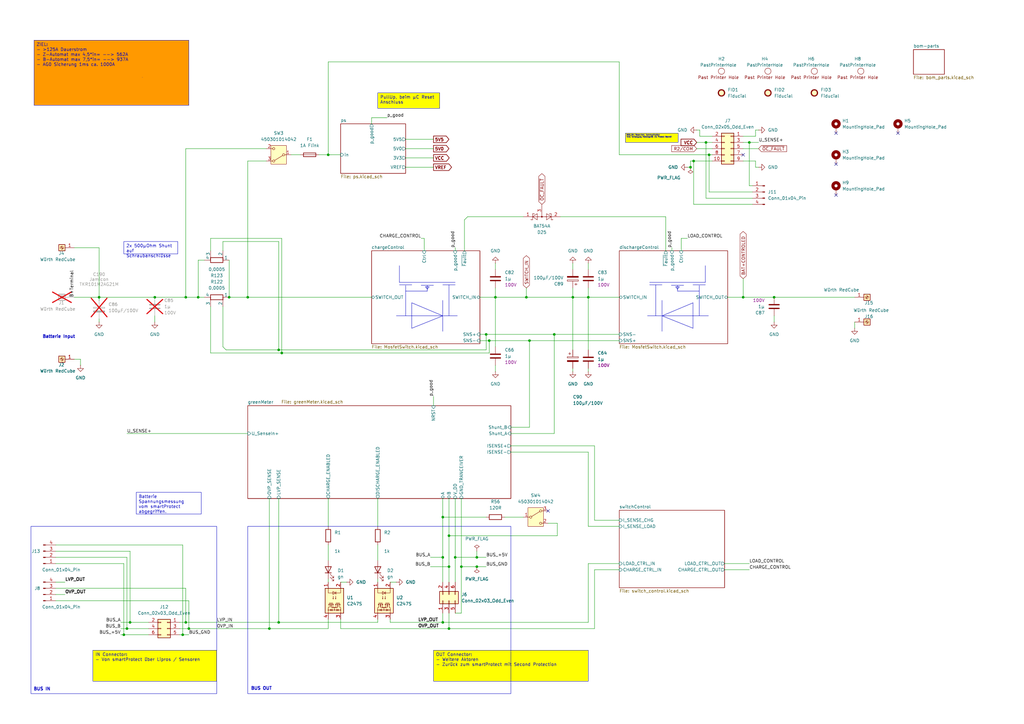
<source format=kicad_sch>
(kicad_sch
	(version 20250114)
	(generator "eeschema")
	(generator_version "9.0")
	(uuid "bf1f8167-8e29-49cc-a467-dd9cc2c77246")
	(paper "A3")
	(lib_symbols
		(symbol "Connector:Conn_01x04_Pin"
			(pin_names
				(offset 1.016)
				(hide yes)
			)
			(exclude_from_sim no)
			(in_bom yes)
			(on_board yes)
			(property "Reference" "J"
				(at 0 5.08 0)
				(effects
					(font
						(size 1.27 1.27)
					)
				)
			)
			(property "Value" "Conn_01x04_Pin"
				(at 0 -7.62 0)
				(effects
					(font
						(size 1.27 1.27)
					)
				)
			)
			(property "Footprint" ""
				(at 0 0 0)
				(effects
					(font
						(size 1.27 1.27)
					)
					(hide yes)
				)
			)
			(property "Datasheet" "~"
				(at 0 0 0)
				(effects
					(font
						(size 1.27 1.27)
					)
					(hide yes)
				)
			)
			(property "Description" "Generic connector, single row, 01x04, script generated"
				(at 0 0 0)
				(effects
					(font
						(size 1.27 1.27)
					)
					(hide yes)
				)
			)
			(property "ki_locked" ""
				(at 0 0 0)
				(effects
					(font
						(size 1.27 1.27)
					)
				)
			)
			(property "ki_keywords" "connector"
				(at 0 0 0)
				(effects
					(font
						(size 1.27 1.27)
					)
					(hide yes)
				)
			)
			(property "ki_fp_filters" "Connector*:*_1x??_*"
				(at 0 0 0)
				(effects
					(font
						(size 1.27 1.27)
					)
					(hide yes)
				)
			)
			(symbol "Conn_01x04_Pin_1_1"
				(rectangle
					(start 0.8636 2.667)
					(end 0 2.413)
					(stroke
						(width 0.1524)
						(type default)
					)
					(fill
						(type outline)
					)
				)
				(rectangle
					(start 0.8636 0.127)
					(end 0 -0.127)
					(stroke
						(width 0.1524)
						(type default)
					)
					(fill
						(type outline)
					)
				)
				(rectangle
					(start 0.8636 -2.413)
					(end 0 -2.667)
					(stroke
						(width 0.1524)
						(type default)
					)
					(fill
						(type outline)
					)
				)
				(rectangle
					(start 0.8636 -4.953)
					(end 0 -5.207)
					(stroke
						(width 0.1524)
						(type default)
					)
					(fill
						(type outline)
					)
				)
				(polyline
					(pts
						(xy 1.27 2.54) (xy 0.8636 2.54)
					)
					(stroke
						(width 0.1524)
						(type default)
					)
					(fill
						(type none)
					)
				)
				(polyline
					(pts
						(xy 1.27 0) (xy 0.8636 0)
					)
					(stroke
						(width 0.1524)
						(type default)
					)
					(fill
						(type none)
					)
				)
				(polyline
					(pts
						(xy 1.27 -2.54) (xy 0.8636 -2.54)
					)
					(stroke
						(width 0.1524)
						(type default)
					)
					(fill
						(type none)
					)
				)
				(polyline
					(pts
						(xy 1.27 -5.08) (xy 0.8636 -5.08)
					)
					(stroke
						(width 0.1524)
						(type default)
					)
					(fill
						(type none)
					)
				)
				(pin passive line
					(at 5.08 2.54 180)
					(length 3.81)
					(name "Pin_1"
						(effects
							(font
								(size 1.27 1.27)
							)
						)
					)
					(number "1"
						(effects
							(font
								(size 1.27 1.27)
							)
						)
					)
				)
				(pin passive line
					(at 5.08 0 180)
					(length 3.81)
					(name "Pin_2"
						(effects
							(font
								(size 1.27 1.27)
							)
						)
					)
					(number "2"
						(effects
							(font
								(size 1.27 1.27)
							)
						)
					)
				)
				(pin passive line
					(at 5.08 -2.54 180)
					(length 3.81)
					(name "Pin_3"
						(effects
							(font
								(size 1.27 1.27)
							)
						)
					)
					(number "3"
						(effects
							(font
								(size 1.27 1.27)
							)
						)
					)
				)
				(pin passive line
					(at 5.08 -5.08 180)
					(length 3.81)
					(name "Pin_4"
						(effects
							(font
								(size 1.27 1.27)
							)
						)
					)
					(number "4"
						(effects
							(font
								(size 1.27 1.27)
							)
						)
					)
				)
			)
			(embedded_fonts no)
		)
		(symbol "Connector:Screw_Terminal_01x01"
			(pin_names
				(offset 1.016)
				(hide yes)
			)
			(exclude_from_sim no)
			(in_bom yes)
			(on_board yes)
			(property "Reference" "J"
				(at 0 2.54 0)
				(effects
					(font
						(size 1.27 1.27)
					)
				)
			)
			(property "Value" "Screw_Terminal_01x01"
				(at 0 -2.54 0)
				(effects
					(font
						(size 1.27 1.27)
					)
				)
			)
			(property "Footprint" ""
				(at 0 0 0)
				(effects
					(font
						(size 1.27 1.27)
					)
					(hide yes)
				)
			)
			(property "Datasheet" "~"
				(at 0 0 0)
				(effects
					(font
						(size 1.27 1.27)
					)
					(hide yes)
				)
			)
			(property "Description" "Generic screw terminal, single row, 01x01, script generated (kicad-library-utils/schlib/autogen/connector/)"
				(at 0 0 0)
				(effects
					(font
						(size 1.27 1.27)
					)
					(hide yes)
				)
			)
			(property "ki_keywords" "screw terminal"
				(at 0 0 0)
				(effects
					(font
						(size 1.27 1.27)
					)
					(hide yes)
				)
			)
			(property "ki_fp_filters" "TerminalBlock*:*"
				(at 0 0 0)
				(effects
					(font
						(size 1.27 1.27)
					)
					(hide yes)
				)
			)
			(symbol "Screw_Terminal_01x01_1_1"
				(rectangle
					(start -1.27 1.27)
					(end 1.27 -1.27)
					(stroke
						(width 0.254)
						(type default)
					)
					(fill
						(type background)
					)
				)
				(polyline
					(pts
						(xy -0.5334 0.3302) (xy 0.3302 -0.508)
					)
					(stroke
						(width 0.1524)
						(type default)
					)
					(fill
						(type none)
					)
				)
				(polyline
					(pts
						(xy -0.3556 0.508) (xy 0.508 -0.3302)
					)
					(stroke
						(width 0.1524)
						(type default)
					)
					(fill
						(type none)
					)
				)
				(circle
					(center 0 0)
					(radius 0.635)
					(stroke
						(width 0.1524)
						(type default)
					)
					(fill
						(type none)
					)
				)
				(pin passive line
					(at -5.08 0 0)
					(length 3.81)
					(name "Pin_1"
						(effects
							(font
								(size 1.27 1.27)
							)
						)
					)
					(number "1"
						(effects
							(font
								(size 1.27 1.27)
							)
						)
					)
				)
			)
			(embedded_fonts no)
		)
		(symbol "Connector_Generic:Conn_02x03_Odd_Even"
			(pin_names
				(offset 1.016)
				(hide yes)
			)
			(exclude_from_sim no)
			(in_bom yes)
			(on_board yes)
			(property "Reference" "J"
				(at 1.27 5.08 0)
				(effects
					(font
						(size 1.27 1.27)
					)
				)
			)
			(property "Value" "Conn_02x03_Odd_Even"
				(at 1.27 -5.08 0)
				(effects
					(font
						(size 1.27 1.27)
					)
				)
			)
			(property "Footprint" ""
				(at 0 0 0)
				(effects
					(font
						(size 1.27 1.27)
					)
					(hide yes)
				)
			)
			(property "Datasheet" "~"
				(at 0 0 0)
				(effects
					(font
						(size 1.27 1.27)
					)
					(hide yes)
				)
			)
			(property "Description" "Generic connector, double row, 02x03, odd/even pin numbering scheme (row 1 odd numbers, row 2 even numbers), script generated (kicad-library-utils/schlib/autogen/connector/)"
				(at 0 0 0)
				(effects
					(font
						(size 1.27 1.27)
					)
					(hide yes)
				)
			)
			(property "ki_keywords" "connector"
				(at 0 0 0)
				(effects
					(font
						(size 1.27 1.27)
					)
					(hide yes)
				)
			)
			(property "ki_fp_filters" "Connector*:*_2x??_*"
				(at 0 0 0)
				(effects
					(font
						(size 1.27 1.27)
					)
					(hide yes)
				)
			)
			(symbol "Conn_02x03_Odd_Even_1_1"
				(rectangle
					(start -1.27 3.81)
					(end 3.81 -3.81)
					(stroke
						(width 0.254)
						(type default)
					)
					(fill
						(type background)
					)
				)
				(rectangle
					(start -1.27 2.667)
					(end 0 2.413)
					(stroke
						(width 0.1524)
						(type default)
					)
					(fill
						(type none)
					)
				)
				(rectangle
					(start -1.27 0.127)
					(end 0 -0.127)
					(stroke
						(width 0.1524)
						(type default)
					)
					(fill
						(type none)
					)
				)
				(rectangle
					(start -1.27 -2.413)
					(end 0 -2.667)
					(stroke
						(width 0.1524)
						(type default)
					)
					(fill
						(type none)
					)
				)
				(rectangle
					(start 3.81 2.667)
					(end 2.54 2.413)
					(stroke
						(width 0.1524)
						(type default)
					)
					(fill
						(type none)
					)
				)
				(rectangle
					(start 3.81 0.127)
					(end 2.54 -0.127)
					(stroke
						(width 0.1524)
						(type default)
					)
					(fill
						(type none)
					)
				)
				(rectangle
					(start 3.81 -2.413)
					(end 2.54 -2.667)
					(stroke
						(width 0.1524)
						(type default)
					)
					(fill
						(type none)
					)
				)
				(pin passive line
					(at -5.08 2.54 0)
					(length 3.81)
					(name "Pin_1"
						(effects
							(font
								(size 1.27 1.27)
							)
						)
					)
					(number "1"
						(effects
							(font
								(size 1.27 1.27)
							)
						)
					)
				)
				(pin passive line
					(at -5.08 0 0)
					(length 3.81)
					(name "Pin_3"
						(effects
							(font
								(size 1.27 1.27)
							)
						)
					)
					(number "3"
						(effects
							(font
								(size 1.27 1.27)
							)
						)
					)
				)
				(pin passive line
					(at -5.08 -2.54 0)
					(length 3.81)
					(name "Pin_5"
						(effects
							(font
								(size 1.27 1.27)
							)
						)
					)
					(number "5"
						(effects
							(font
								(size 1.27 1.27)
							)
						)
					)
				)
				(pin passive line
					(at 7.62 2.54 180)
					(length 3.81)
					(name "Pin_2"
						(effects
							(font
								(size 1.27 1.27)
							)
						)
					)
					(number "2"
						(effects
							(font
								(size 1.27 1.27)
							)
						)
					)
				)
				(pin passive line
					(at 7.62 0 180)
					(length 3.81)
					(name "Pin_4"
						(effects
							(font
								(size 1.27 1.27)
							)
						)
					)
					(number "4"
						(effects
							(font
								(size 1.27 1.27)
							)
						)
					)
				)
				(pin passive line
					(at 7.62 -2.54 180)
					(length 3.81)
					(name "Pin_6"
						(effects
							(font
								(size 1.27 1.27)
							)
						)
					)
					(number "6"
						(effects
							(font
								(size 1.27 1.27)
							)
						)
					)
				)
			)
			(embedded_fonts no)
		)
		(symbol "Connector_Generic:Conn_02x05_Odd_Even"
			(pin_names
				(offset 1.016)
				(hide yes)
			)
			(exclude_from_sim no)
			(in_bom yes)
			(on_board yes)
			(property "Reference" "J"
				(at 1.27 7.62 0)
				(effects
					(font
						(size 1.27 1.27)
					)
				)
			)
			(property "Value" "Conn_02x05_Odd_Even"
				(at 1.27 -7.62 0)
				(effects
					(font
						(size 1.27 1.27)
					)
				)
			)
			(property "Footprint" ""
				(at 0 0 0)
				(effects
					(font
						(size 1.27 1.27)
					)
					(hide yes)
				)
			)
			(property "Datasheet" "~"
				(at 0 0 0)
				(effects
					(font
						(size 1.27 1.27)
					)
					(hide yes)
				)
			)
			(property "Description" "Generic connector, double row, 02x05, odd/even pin numbering scheme (row 1 odd numbers, row 2 even numbers), script generated (kicad-library-utils/schlib/autogen/connector/)"
				(at 0 0 0)
				(effects
					(font
						(size 1.27 1.27)
					)
					(hide yes)
				)
			)
			(property "ki_keywords" "connector"
				(at 0 0 0)
				(effects
					(font
						(size 1.27 1.27)
					)
					(hide yes)
				)
			)
			(property "ki_fp_filters" "Connector*:*_2x??_*"
				(at 0 0 0)
				(effects
					(font
						(size 1.27 1.27)
					)
					(hide yes)
				)
			)
			(symbol "Conn_02x05_Odd_Even_1_1"
				(rectangle
					(start -1.27 6.35)
					(end 3.81 -6.35)
					(stroke
						(width 0.254)
						(type default)
					)
					(fill
						(type background)
					)
				)
				(rectangle
					(start -1.27 5.207)
					(end 0 4.953)
					(stroke
						(width 0.1524)
						(type default)
					)
					(fill
						(type none)
					)
				)
				(rectangle
					(start -1.27 2.667)
					(end 0 2.413)
					(stroke
						(width 0.1524)
						(type default)
					)
					(fill
						(type none)
					)
				)
				(rectangle
					(start -1.27 0.127)
					(end 0 -0.127)
					(stroke
						(width 0.1524)
						(type default)
					)
					(fill
						(type none)
					)
				)
				(rectangle
					(start -1.27 -2.413)
					(end 0 -2.667)
					(stroke
						(width 0.1524)
						(type default)
					)
					(fill
						(type none)
					)
				)
				(rectangle
					(start -1.27 -4.953)
					(end 0 -5.207)
					(stroke
						(width 0.1524)
						(type default)
					)
					(fill
						(type none)
					)
				)
				(rectangle
					(start 3.81 5.207)
					(end 2.54 4.953)
					(stroke
						(width 0.1524)
						(type default)
					)
					(fill
						(type none)
					)
				)
				(rectangle
					(start 3.81 2.667)
					(end 2.54 2.413)
					(stroke
						(width 0.1524)
						(type default)
					)
					(fill
						(type none)
					)
				)
				(rectangle
					(start 3.81 0.127)
					(end 2.54 -0.127)
					(stroke
						(width 0.1524)
						(type default)
					)
					(fill
						(type none)
					)
				)
				(rectangle
					(start 3.81 -2.413)
					(end 2.54 -2.667)
					(stroke
						(width 0.1524)
						(type default)
					)
					(fill
						(type none)
					)
				)
				(rectangle
					(start 3.81 -4.953)
					(end 2.54 -5.207)
					(stroke
						(width 0.1524)
						(type default)
					)
					(fill
						(type none)
					)
				)
				(pin passive line
					(at -5.08 5.08 0)
					(length 3.81)
					(name "Pin_1"
						(effects
							(font
								(size 1.27 1.27)
							)
						)
					)
					(number "1"
						(effects
							(font
								(size 1.27 1.27)
							)
						)
					)
				)
				(pin passive line
					(at -5.08 2.54 0)
					(length 3.81)
					(name "Pin_3"
						(effects
							(font
								(size 1.27 1.27)
							)
						)
					)
					(number "3"
						(effects
							(font
								(size 1.27 1.27)
							)
						)
					)
				)
				(pin passive line
					(at -5.08 0 0)
					(length 3.81)
					(name "Pin_5"
						(effects
							(font
								(size 1.27 1.27)
							)
						)
					)
					(number "5"
						(effects
							(font
								(size 1.27 1.27)
							)
						)
					)
				)
				(pin passive line
					(at -5.08 -2.54 0)
					(length 3.81)
					(name "Pin_7"
						(effects
							(font
								(size 1.27 1.27)
							)
						)
					)
					(number "7"
						(effects
							(font
								(size 1.27 1.27)
							)
						)
					)
				)
				(pin passive line
					(at -5.08 -5.08 0)
					(length 3.81)
					(name "Pin_9"
						(effects
							(font
								(size 1.27 1.27)
							)
						)
					)
					(number "9"
						(effects
							(font
								(size 1.27 1.27)
							)
						)
					)
				)
				(pin passive line
					(at 7.62 5.08 180)
					(length 3.81)
					(name "Pin_2"
						(effects
							(font
								(size 1.27 1.27)
							)
						)
					)
					(number "2"
						(effects
							(font
								(size 1.27 1.27)
							)
						)
					)
				)
				(pin passive line
					(at 7.62 2.54 180)
					(length 3.81)
					(name "Pin_4"
						(effects
							(font
								(size 1.27 1.27)
							)
						)
					)
					(number "4"
						(effects
							(font
								(size 1.27 1.27)
							)
						)
					)
				)
				(pin passive line
					(at 7.62 0 180)
					(length 3.81)
					(name "Pin_6"
						(effects
							(font
								(size 1.27 1.27)
							)
						)
					)
					(number "6"
						(effects
							(font
								(size 1.27 1.27)
							)
						)
					)
				)
				(pin passive line
					(at 7.62 -2.54 180)
					(length 3.81)
					(name "Pin_8"
						(effects
							(font
								(size 1.27 1.27)
							)
						)
					)
					(number "8"
						(effects
							(font
								(size 1.27 1.27)
							)
						)
					)
				)
				(pin passive line
					(at 7.62 -5.08 180)
					(length 3.81)
					(name "Pin_10"
						(effects
							(font
								(size 1.27 1.27)
							)
						)
					)
					(number "10"
						(effects
							(font
								(size 1.27 1.27)
							)
						)
					)
				)
			)
			(embedded_fonts no)
		)
		(symbol "Device:C"
			(pin_numbers
				(hide yes)
			)
			(pin_names
				(offset 0.254)
			)
			(exclude_from_sim no)
			(in_bom yes)
			(on_board yes)
			(property "Reference" "C"
				(at 0.635 2.54 0)
				(effects
					(font
						(size 1.27 1.27)
					)
					(justify left)
				)
			)
			(property "Value" "C"
				(at 0.635 -2.54 0)
				(effects
					(font
						(size 1.27 1.27)
					)
					(justify left)
				)
			)
			(property "Footprint" ""
				(at 0.9652 -3.81 0)
				(effects
					(font
						(size 1.27 1.27)
					)
					(hide yes)
				)
			)
			(property "Datasheet" "~"
				(at 0 0 0)
				(effects
					(font
						(size 1.27 1.27)
					)
					(hide yes)
				)
			)
			(property "Description" "Unpolarized capacitor"
				(at 0 0 0)
				(effects
					(font
						(size 1.27 1.27)
					)
					(hide yes)
				)
			)
			(property "ki_keywords" "cap capacitor"
				(at 0 0 0)
				(effects
					(font
						(size 1.27 1.27)
					)
					(hide yes)
				)
			)
			(property "ki_fp_filters" "C_*"
				(at 0 0 0)
				(effects
					(font
						(size 1.27 1.27)
					)
					(hide yes)
				)
			)
			(symbol "C_0_1"
				(polyline
					(pts
						(xy -2.032 0.762) (xy 2.032 0.762)
					)
					(stroke
						(width 0.508)
						(type default)
					)
					(fill
						(type none)
					)
				)
				(polyline
					(pts
						(xy -2.032 -0.762) (xy 2.032 -0.762)
					)
					(stroke
						(width 0.508)
						(type default)
					)
					(fill
						(type none)
					)
				)
			)
			(symbol "C_1_1"
				(pin passive line
					(at 0 3.81 270)
					(length 2.794)
					(name "~"
						(effects
							(font
								(size 1.27 1.27)
							)
						)
					)
					(number "1"
						(effects
							(font
								(size 1.27 1.27)
							)
						)
					)
				)
				(pin passive line
					(at 0 -3.81 90)
					(length 2.794)
					(name "~"
						(effects
							(font
								(size 1.27 1.27)
							)
						)
					)
					(number "2"
						(effects
							(font
								(size 1.27 1.27)
							)
						)
					)
				)
			)
			(embedded_fonts no)
		)
		(symbol "Device:C_Polarized"
			(pin_numbers
				(hide yes)
			)
			(pin_names
				(offset 0.254)
			)
			(exclude_from_sim no)
			(in_bom yes)
			(on_board yes)
			(property "Reference" "C"
				(at 0.635 2.54 0)
				(effects
					(font
						(size 1.27 1.27)
					)
					(justify left)
				)
			)
			(property "Value" "C_Polarized"
				(at 0.635 -2.54 0)
				(effects
					(font
						(size 1.27 1.27)
					)
					(justify left)
				)
			)
			(property "Footprint" ""
				(at 0.9652 -3.81 0)
				(effects
					(font
						(size 1.27 1.27)
					)
					(hide yes)
				)
			)
			(property "Datasheet" "~"
				(at 0 0 0)
				(effects
					(font
						(size 1.27 1.27)
					)
					(hide yes)
				)
			)
			(property "Description" "Polarized capacitor"
				(at 0 0 0)
				(effects
					(font
						(size 1.27 1.27)
					)
					(hide yes)
				)
			)
			(property "ki_keywords" "cap capacitor"
				(at 0 0 0)
				(effects
					(font
						(size 1.27 1.27)
					)
					(hide yes)
				)
			)
			(property "ki_fp_filters" "CP_*"
				(at 0 0 0)
				(effects
					(font
						(size 1.27 1.27)
					)
					(hide yes)
				)
			)
			(symbol "C_Polarized_0_1"
				(rectangle
					(start -2.286 0.508)
					(end 2.286 1.016)
					(stroke
						(width 0)
						(type default)
					)
					(fill
						(type none)
					)
				)
				(polyline
					(pts
						(xy -1.778 2.286) (xy -0.762 2.286)
					)
					(stroke
						(width 0)
						(type default)
					)
					(fill
						(type none)
					)
				)
				(polyline
					(pts
						(xy -1.27 2.794) (xy -1.27 1.778)
					)
					(stroke
						(width 0)
						(type default)
					)
					(fill
						(type none)
					)
				)
				(rectangle
					(start 2.286 -0.508)
					(end -2.286 -1.016)
					(stroke
						(width 0)
						(type default)
					)
					(fill
						(type outline)
					)
				)
			)
			(symbol "C_Polarized_1_1"
				(pin passive line
					(at 0 3.81 270)
					(length 2.794)
					(name "~"
						(effects
							(font
								(size 1.27 1.27)
							)
						)
					)
					(number "1"
						(effects
							(font
								(size 1.27 1.27)
							)
						)
					)
				)
				(pin passive line
					(at 0 -3.81 90)
					(length 2.794)
					(name "~"
						(effects
							(font
								(size 1.27 1.27)
							)
						)
					)
					(number "2"
						(effects
							(font
								(size 1.27 1.27)
							)
						)
					)
				)
			)
			(embedded_fonts no)
		)
		(symbol "Device:Fuse"
			(pin_numbers
				(hide yes)
			)
			(pin_names
				(offset 0)
			)
			(exclude_from_sim no)
			(in_bom yes)
			(on_board yes)
			(property "Reference" "F"
				(at 2.032 0 90)
				(effects
					(font
						(size 1.27 1.27)
					)
				)
			)
			(property "Value" "Fuse"
				(at -1.905 0 90)
				(effects
					(font
						(size 1.27 1.27)
					)
				)
			)
			(property "Footprint" ""
				(at -1.778 0 90)
				(effects
					(font
						(size 1.27 1.27)
					)
					(hide yes)
				)
			)
			(property "Datasheet" "~"
				(at 0 0 0)
				(effects
					(font
						(size 1.27 1.27)
					)
					(hide yes)
				)
			)
			(property "Description" "Fuse"
				(at 0 0 0)
				(effects
					(font
						(size 1.27 1.27)
					)
					(hide yes)
				)
			)
			(property "ki_keywords" "fuse"
				(at 0 0 0)
				(effects
					(font
						(size 1.27 1.27)
					)
					(hide yes)
				)
			)
			(property "ki_fp_filters" "*Fuse*"
				(at 0 0 0)
				(effects
					(font
						(size 1.27 1.27)
					)
					(hide yes)
				)
			)
			(symbol "Fuse_0_1"
				(rectangle
					(start -0.762 -2.54)
					(end 0.762 2.54)
					(stroke
						(width 0.254)
						(type default)
					)
					(fill
						(type none)
					)
				)
				(polyline
					(pts
						(xy 0 2.54) (xy 0 -2.54)
					)
					(stroke
						(width 0)
						(type default)
					)
					(fill
						(type none)
					)
				)
			)
			(symbol "Fuse_1_1"
				(pin passive line
					(at 0 3.81 270)
					(length 1.27)
					(name "~"
						(effects
							(font
								(size 1.27 1.27)
							)
						)
					)
					(number "1"
						(effects
							(font
								(size 1.27 1.27)
							)
						)
					)
				)
				(pin passive line
					(at 0 -3.81 90)
					(length 1.27)
					(name "~"
						(effects
							(font
								(size 1.27 1.27)
							)
						)
					)
					(number "2"
						(effects
							(font
								(size 1.27 1.27)
							)
						)
					)
				)
			)
			(embedded_fonts no)
		)
		(symbol "Device:LED"
			(pin_numbers
				(hide yes)
			)
			(pin_names
				(offset 1.016)
				(hide yes)
			)
			(exclude_from_sim no)
			(in_bom yes)
			(on_board yes)
			(property "Reference" "D"
				(at 0 2.54 0)
				(effects
					(font
						(size 1.27 1.27)
					)
				)
			)
			(property "Value" "LED"
				(at 0 -2.54 0)
				(effects
					(font
						(size 1.27 1.27)
					)
				)
			)
			(property "Footprint" ""
				(at 0 0 0)
				(effects
					(font
						(size 1.27 1.27)
					)
					(hide yes)
				)
			)
			(property "Datasheet" "~"
				(at 0 0 0)
				(effects
					(font
						(size 1.27 1.27)
					)
					(hide yes)
				)
			)
			(property "Description" "Light emitting diode"
				(at 0 0 0)
				(effects
					(font
						(size 1.27 1.27)
					)
					(hide yes)
				)
			)
			(property "Sim.Pins" "1=K 2=A"
				(at 0 0 0)
				(effects
					(font
						(size 1.27 1.27)
					)
					(hide yes)
				)
			)
			(property "ki_keywords" "LED diode"
				(at 0 0 0)
				(effects
					(font
						(size 1.27 1.27)
					)
					(hide yes)
				)
			)
			(property "ki_fp_filters" "LED* LED_SMD:* LED_THT:*"
				(at 0 0 0)
				(effects
					(font
						(size 1.27 1.27)
					)
					(hide yes)
				)
			)
			(symbol "LED_0_1"
				(polyline
					(pts
						(xy -3.048 -0.762) (xy -4.572 -2.286) (xy -3.81 -2.286) (xy -4.572 -2.286) (xy -4.572 -1.524)
					)
					(stroke
						(width 0)
						(type default)
					)
					(fill
						(type none)
					)
				)
				(polyline
					(pts
						(xy -1.778 -0.762) (xy -3.302 -2.286) (xy -2.54 -2.286) (xy -3.302 -2.286) (xy -3.302 -1.524)
					)
					(stroke
						(width 0)
						(type default)
					)
					(fill
						(type none)
					)
				)
				(polyline
					(pts
						(xy -1.27 0) (xy 1.27 0)
					)
					(stroke
						(width 0)
						(type default)
					)
					(fill
						(type none)
					)
				)
				(polyline
					(pts
						(xy -1.27 -1.27) (xy -1.27 1.27)
					)
					(stroke
						(width 0.254)
						(type default)
					)
					(fill
						(type none)
					)
				)
				(polyline
					(pts
						(xy 1.27 -1.27) (xy 1.27 1.27) (xy -1.27 0) (xy 1.27 -1.27)
					)
					(stroke
						(width 0.254)
						(type default)
					)
					(fill
						(type none)
					)
				)
			)
			(symbol "LED_1_1"
				(pin passive line
					(at -3.81 0 0)
					(length 2.54)
					(name "K"
						(effects
							(font
								(size 1.27 1.27)
							)
						)
					)
					(number "1"
						(effects
							(font
								(size 1.27 1.27)
							)
						)
					)
				)
				(pin passive line
					(at 3.81 0 180)
					(length 2.54)
					(name "A"
						(effects
							(font
								(size 1.27 1.27)
							)
						)
					)
					(number "2"
						(effects
							(font
								(size 1.27 1.27)
							)
						)
					)
				)
			)
			(embedded_fonts no)
		)
		(symbol "Device:R"
			(pin_numbers
				(hide yes)
			)
			(pin_names
				(offset 0)
			)
			(exclude_from_sim no)
			(in_bom yes)
			(on_board yes)
			(property "Reference" "R"
				(at 2.032 0 90)
				(effects
					(font
						(size 1.27 1.27)
					)
				)
			)
			(property "Value" "R"
				(at 0 0 90)
				(effects
					(font
						(size 1.27 1.27)
					)
				)
			)
			(property "Footprint" ""
				(at -1.778 0 90)
				(effects
					(font
						(size 1.27 1.27)
					)
					(hide yes)
				)
			)
			(property "Datasheet" "~"
				(at 0 0 0)
				(effects
					(font
						(size 1.27 1.27)
					)
					(hide yes)
				)
			)
			(property "Description" "Resistor"
				(at 0 0 0)
				(effects
					(font
						(size 1.27 1.27)
					)
					(hide yes)
				)
			)
			(property "ki_keywords" "R res resistor"
				(at 0 0 0)
				(effects
					(font
						(size 1.27 1.27)
					)
					(hide yes)
				)
			)
			(property "ki_fp_filters" "R_*"
				(at 0 0 0)
				(effects
					(font
						(size 1.27 1.27)
					)
					(hide yes)
				)
			)
			(symbol "R_0_1"
				(rectangle
					(start -1.016 -2.54)
					(end 1.016 2.54)
					(stroke
						(width 0.254)
						(type default)
					)
					(fill
						(type none)
					)
				)
			)
			(symbol "R_1_1"
				(pin passive line
					(at 0 3.81 270)
					(length 1.27)
					(name "~"
						(effects
							(font
								(size 1.27 1.27)
							)
						)
					)
					(number "1"
						(effects
							(font
								(size 1.27 1.27)
							)
						)
					)
				)
				(pin passive line
					(at 0 -3.81 90)
					(length 1.27)
					(name "~"
						(effects
							(font
								(size 1.27 1.27)
							)
						)
					)
					(number "2"
						(effects
							(font
								(size 1.27 1.27)
							)
						)
					)
				)
			)
			(embedded_fonts no)
		)
		(symbol "Device:R_Shunt"
			(pin_numbers
				(hide yes)
			)
			(pin_names
				(offset 0)
			)
			(exclude_from_sim no)
			(in_bom yes)
			(on_board yes)
			(property "Reference" "R"
				(at -4.445 0 90)
				(effects
					(font
						(size 1.27 1.27)
					)
				)
			)
			(property "Value" "R_Shunt"
				(at -2.54 0 90)
				(effects
					(font
						(size 1.27 1.27)
					)
				)
			)
			(property "Footprint" ""
				(at -1.778 0 90)
				(effects
					(font
						(size 1.27 1.27)
					)
					(hide yes)
				)
			)
			(property "Datasheet" "~"
				(at 0 0 0)
				(effects
					(font
						(size 1.27 1.27)
					)
					(hide yes)
				)
			)
			(property "Description" "Shunt resistor"
				(at 0 0 0)
				(effects
					(font
						(size 1.27 1.27)
					)
					(hide yes)
				)
			)
			(property "ki_keywords" "R res shunt resistor"
				(at 0 0 0)
				(effects
					(font
						(size 1.27 1.27)
					)
					(hide yes)
				)
			)
			(property "ki_fp_filters" "R_*Shunt*"
				(at 0 0 0)
				(effects
					(font
						(size 1.27 1.27)
					)
					(hide yes)
				)
			)
			(symbol "R_Shunt_0_1"
				(rectangle
					(start -1.016 -2.54)
					(end 1.016 2.54)
					(stroke
						(width 0.254)
						(type default)
					)
					(fill
						(type none)
					)
				)
				(polyline
					(pts
						(xy 0 -2.54) (xy 1.27 -2.54)
					)
					(stroke
						(width 0)
						(type default)
					)
					(fill
						(type none)
					)
				)
				(polyline
					(pts
						(xy 1.27 2.54) (xy 0 2.54)
					)
					(stroke
						(width 0)
						(type default)
					)
					(fill
						(type none)
					)
				)
			)
			(symbol "R_Shunt_1_1"
				(pin passive line
					(at 0 5.08 270)
					(length 2.54)
					(name "1"
						(effects
							(font
								(size 1.27 1.27)
							)
						)
					)
					(number "1"
						(effects
							(font
								(size 1.27 1.27)
							)
						)
					)
				)
				(pin passive line
					(at 0 -5.08 90)
					(length 2.54)
					(name "4"
						(effects
							(font
								(size 1.27 1.27)
							)
						)
					)
					(number "4"
						(effects
							(font
								(size 1.27 1.27)
							)
						)
					)
				)
				(pin passive line
					(at 3.81 2.54 180)
					(length 2.54)
					(name "2"
						(effects
							(font
								(size 1.27 1.27)
							)
						)
					)
					(number "2"
						(effects
							(font
								(size 1.27 1.27)
							)
						)
					)
				)
				(pin passive line
					(at 3.81 -2.54 180)
					(length 2.54)
					(name "3"
						(effects
							(font
								(size 1.27 1.27)
							)
						)
					)
					(number "3"
						(effects
							(font
								(size 1.27 1.27)
							)
						)
					)
				)
			)
			(embedded_fonts no)
		)
		(symbol "Diode:BAT54A"
			(pin_names
				(offset 1.016)
			)
			(exclude_from_sim no)
			(in_bom yes)
			(on_board yes)
			(property "Reference" "D"
				(at 0.635 -3.81 0)
				(effects
					(font
						(size 1.27 1.27)
					)
					(justify left)
				)
			)
			(property "Value" "BAT54A"
				(at -6.35 3.175 0)
				(effects
					(font
						(size 1.27 1.27)
					)
					(justify left)
				)
			)
			(property "Footprint" "Package_TO_SOT_SMD:SOT-23"
				(at 1.905 3.175 0)
				(effects
					(font
						(size 1.27 1.27)
					)
					(justify left)
					(hide yes)
				)
			)
			(property "Datasheet" "http://www.diodes.com/_files/datasheets/ds11005.pdf"
				(at -3.048 0 0)
				(effects
					(font
						(size 1.27 1.27)
					)
					(hide yes)
				)
			)
			(property "Description" "schottky barrier diode"
				(at 0 0 0)
				(effects
					(font
						(size 1.27 1.27)
					)
					(hide yes)
				)
			)
			(property "ki_keywords" "schottky diode"
				(at 0 0 0)
				(effects
					(font
						(size 1.27 1.27)
					)
					(hide yes)
				)
			)
			(property "ki_fp_filters" "SOT?23*"
				(at 0 0 0)
				(effects
					(font
						(size 1.27 1.27)
					)
					(hide yes)
				)
			)
			(symbol "BAT54A_0_1"
				(polyline
					(pts
						(xy -4.445 1.27) (xy -4.445 1.016)
					)
					(stroke
						(width 0)
						(type default)
					)
					(fill
						(type none)
					)
				)
				(polyline
					(pts
						(xy -3.81 1.27) (xy -4.445 1.27)
					)
					(stroke
						(width 0)
						(type default)
					)
					(fill
						(type none)
					)
				)
				(polyline
					(pts
						(xy -3.81 0) (xy -1.27 0)
					)
					(stroke
						(width 0)
						(type default)
					)
					(fill
						(type none)
					)
				)
				(polyline
					(pts
						(xy -3.81 -1.27) (xy -3.81 1.27)
					)
					(stroke
						(width 0)
						(type default)
					)
					(fill
						(type none)
					)
				)
				(polyline
					(pts
						(xy -3.81 -1.27) (xy -3.175 -1.27)
					)
					(stroke
						(width 0)
						(type default)
					)
					(fill
						(type none)
					)
				)
				(polyline
					(pts
						(xy -3.175 -1.27) (xy -3.175 -1.016)
					)
					(stroke
						(width 0)
						(type default)
					)
					(fill
						(type none)
					)
				)
				(polyline
					(pts
						(xy -1.905 1.27) (xy -1.905 -1.27) (xy -3.81 0) (xy -1.905 1.27)
					)
					(stroke
						(width 0)
						(type default)
					)
					(fill
						(type none)
					)
				)
				(polyline
					(pts
						(xy -1.905 0) (xy 1.905 0)
					)
					(stroke
						(width 0)
						(type default)
					)
					(fill
						(type none)
					)
				)
				(circle
					(center 0 0)
					(radius 0.254)
					(stroke
						(width 0)
						(type default)
					)
					(fill
						(type outline)
					)
				)
				(polyline
					(pts
						(xy 1.27 0) (xy 3.81 0)
					)
					(stroke
						(width 0)
						(type default)
					)
					(fill
						(type none)
					)
				)
				(polyline
					(pts
						(xy 1.905 1.27) (xy 1.905 -1.27) (xy 3.81 0) (xy 1.905 1.27)
					)
					(stroke
						(width 0)
						(type default)
					)
					(fill
						(type none)
					)
				)
				(polyline
					(pts
						(xy 3.175 -1.27) (xy 3.175 -1.016)
					)
					(stroke
						(width 0)
						(type default)
					)
					(fill
						(type none)
					)
				)
				(polyline
					(pts
						(xy 3.81 1.27) (xy 4.445 1.27)
					)
					(stroke
						(width 0)
						(type default)
					)
					(fill
						(type none)
					)
				)
				(polyline
					(pts
						(xy 3.81 -1.27) (xy 3.175 -1.27)
					)
					(stroke
						(width 0)
						(type default)
					)
					(fill
						(type none)
					)
				)
				(polyline
					(pts
						(xy 3.81 -1.27) (xy 3.81 1.27)
					)
					(stroke
						(width 0)
						(type default)
					)
					(fill
						(type none)
					)
				)
				(polyline
					(pts
						(xy 4.445 1.27) (xy 4.445 1.016)
					)
					(stroke
						(width 0)
						(type default)
					)
					(fill
						(type none)
					)
				)
			)
			(symbol "BAT54A_1_1"
				(pin passive line
					(at -7.62 0 0)
					(length 3.81)
					(name "~"
						(effects
							(font
								(size 1.27 1.27)
							)
						)
					)
					(number "1"
						(effects
							(font
								(size 1.27 1.27)
							)
						)
					)
				)
				(pin passive line
					(at 0 -5.08 90)
					(length 5.08)
					(name "~"
						(effects
							(font
								(size 1.27 1.27)
							)
						)
					)
					(number "3"
						(effects
							(font
								(size 1.27 1.27)
							)
						)
					)
				)
				(pin passive line
					(at 7.62 0 180)
					(length 3.81)
					(name "~"
						(effects
							(font
								(size 1.27 1.27)
							)
						)
					)
					(number "2"
						(effects
							(font
								(size 1.27 1.27)
							)
						)
					)
				)
			)
			(embedded_fonts no)
		)
		(symbol "Mechanical:Fiducial"
			(exclude_from_sim yes)
			(in_bom no)
			(on_board yes)
			(property "Reference" "FID"
				(at 0 5.08 0)
				(effects
					(font
						(size 1.27 1.27)
					)
				)
			)
			(property "Value" "Fiducial"
				(at 0 3.175 0)
				(effects
					(font
						(size 1.27 1.27)
					)
				)
			)
			(property "Footprint" ""
				(at 0 0 0)
				(effects
					(font
						(size 1.27 1.27)
					)
					(hide yes)
				)
			)
			(property "Datasheet" "~"
				(at 0 0 0)
				(effects
					(font
						(size 1.27 1.27)
					)
					(hide yes)
				)
			)
			(property "Description" "Fiducial Marker"
				(at 0 0 0)
				(effects
					(font
						(size 1.27 1.27)
					)
					(hide yes)
				)
			)
			(property "ki_keywords" "fiducial marker"
				(at 0 0 0)
				(effects
					(font
						(size 1.27 1.27)
					)
					(hide yes)
				)
			)
			(property "ki_fp_filters" "Fiducial*"
				(at 0 0 0)
				(effects
					(font
						(size 1.27 1.27)
					)
					(hide yes)
				)
			)
			(symbol "Fiducial_0_1"
				(circle
					(center 0 0)
					(radius 1.27)
					(stroke
						(width 0.508)
						(type default)
					)
					(fill
						(type background)
					)
				)
			)
			(embedded_fonts no)
		)
		(symbol "Mechanical:MountingHole_Pad"
			(pin_numbers
				(hide yes)
			)
			(pin_names
				(offset 1.016)
				(hide yes)
			)
			(exclude_from_sim yes)
			(in_bom no)
			(on_board yes)
			(property "Reference" "H"
				(at 0 6.35 0)
				(effects
					(font
						(size 1.27 1.27)
					)
				)
			)
			(property "Value" "MountingHole_Pad"
				(at 0 4.445 0)
				(effects
					(font
						(size 1.27 1.27)
					)
				)
			)
			(property "Footprint" ""
				(at 0 0 0)
				(effects
					(font
						(size 1.27 1.27)
					)
					(hide yes)
				)
			)
			(property "Datasheet" "~"
				(at 0 0 0)
				(effects
					(font
						(size 1.27 1.27)
					)
					(hide yes)
				)
			)
			(property "Description" "Mounting Hole with connection"
				(at 0 0 0)
				(effects
					(font
						(size 1.27 1.27)
					)
					(hide yes)
				)
			)
			(property "ki_keywords" "mounting hole"
				(at 0 0 0)
				(effects
					(font
						(size 1.27 1.27)
					)
					(hide yes)
				)
			)
			(property "ki_fp_filters" "MountingHole*Pad*"
				(at 0 0 0)
				(effects
					(font
						(size 1.27 1.27)
					)
					(hide yes)
				)
			)
			(symbol "MountingHole_Pad_0_1"
				(circle
					(center 0 1.27)
					(radius 1.27)
					(stroke
						(width 1.27)
						(type default)
					)
					(fill
						(type none)
					)
				)
			)
			(symbol "MountingHole_Pad_1_1"
				(pin input line
					(at 0 -2.54 90)
					(length 2.54)
					(name "1"
						(effects
							(font
								(size 1.27 1.27)
							)
						)
					)
					(number "1"
						(effects
							(font
								(size 1.27 1.27)
							)
						)
					)
				)
			)
			(embedded_fonts no)
		)
		(symbol "Relay_SolidState:ASSR-1218"
			(exclude_from_sim no)
			(in_bom yes)
			(on_board yes)
			(property "Reference" "U"
				(at -5.08 5.08 0)
				(effects
					(font
						(size 1.27 1.27)
					)
					(justify left)
				)
			)
			(property "Value" "ASSR-1218"
				(at 0 5.08 0)
				(effects
					(font
						(size 1.27 1.27)
					)
					(justify left)
				)
			)
			(property "Footprint" "Package_SO:SO-4_4.4x4.3mm_P2.54mm"
				(at -5.08 -5.08 0)
				(effects
					(font
						(size 1.27 1.27)
						(italic yes)
					)
					(justify left)
					(hide yes)
				)
			)
			(property "Datasheet" "https://docs.broadcom.com/docs/AV02-0173EN"
				(at 0 0 0)
				(effects
					(font
						(size 1.27 1.27)
					)
					(justify left)
					(hide yes)
				)
			)
			(property "Description" "Form A, Solid State Relay (Photo MOSFET) 60V, 0.2A, 10Ohm, SO-4"
				(at 0 0 0)
				(effects
					(font
						(size 1.27 1.27)
					)
					(hide yes)
				)
			)
			(property "ki_keywords" "MOSFET Output Photorelay 1-Form-A"
				(at 0 0 0)
				(effects
					(font
						(size 1.27 1.27)
					)
					(hide yes)
				)
			)
			(property "ki_fp_filters" "SO*4.4x4.3mm*P2.54mm*"
				(at 0 0 0)
				(effects
					(font
						(size 1.27 1.27)
					)
					(hide yes)
				)
			)
			(symbol "ASSR-1218_0_1"
				(rectangle
					(start -5.08 3.81)
					(end 5.08 -3.81)
					(stroke
						(width 0.254)
						(type default)
					)
					(fill
						(type background)
					)
				)
				(polyline
					(pts
						(xy -5.08 2.54) (xy -3.175 2.54) (xy -3.175 -2.54) (xy -5.08 -2.54)
					)
					(stroke
						(width 0)
						(type default)
					)
					(fill
						(type none)
					)
				)
				(polyline
					(pts
						(xy -3.81 -0.635) (xy -2.54 -0.635)
					)
					(stroke
						(width 0)
						(type default)
					)
					(fill
						(type none)
					)
				)
				(polyline
					(pts
						(xy -3.175 -0.635) (xy -3.81 0.635) (xy -2.54 0.635) (xy -3.175 -0.635)
					)
					(stroke
						(width 0)
						(type default)
					)
					(fill
						(type none)
					)
				)
				(polyline
					(pts
						(xy -1.905 0.508) (xy -0.635 0.508) (xy -1.016 0.381) (xy -1.016 0.635) (xy -0.635 0.508)
					)
					(stroke
						(width 0)
						(type default)
					)
					(fill
						(type none)
					)
				)
				(polyline
					(pts
						(xy -1.905 -0.508) (xy -0.635 -0.508) (xy -1.016 -0.635) (xy -1.016 -0.381) (xy -0.635 -0.508)
					)
					(stroke
						(width 0)
						(type default)
					)
					(fill
						(type none)
					)
				)
				(polyline
					(pts
						(xy 1.016 2.159) (xy 1.016 0.635)
					)
					(stroke
						(width 0.2032)
						(type default)
					)
					(fill
						(type none)
					)
				)
				(polyline
					(pts
						(xy 1.016 -0.635) (xy 1.016 -2.159)
					)
					(stroke
						(width 0.2032)
						(type default)
					)
					(fill
						(type none)
					)
				)
				(polyline
					(pts
						(xy 1.524 2.286) (xy 1.524 2.032) (xy 1.524 2.032)
					)
					(stroke
						(width 0.3556)
						(type default)
					)
					(fill
						(type none)
					)
				)
				(polyline
					(pts
						(xy 1.524 1.524) (xy 1.524 1.27) (xy 1.524 1.27)
					)
					(stroke
						(width 0.3556)
						(type default)
					)
					(fill
						(type none)
					)
				)
				(polyline
					(pts
						(xy 1.524 0.762) (xy 1.524 0.508) (xy 1.524 0.508)
					)
					(stroke
						(width 0.3556)
						(type default)
					)
					(fill
						(type none)
					)
				)
				(polyline
					(pts
						(xy 1.524 -0.508) (xy 1.524 -0.762)
					)
					(stroke
						(width 0.3556)
						(type default)
					)
					(fill
						(type none)
					)
				)
				(polyline
					(pts
						(xy 1.524 -1.27) (xy 1.524 -1.524) (xy 1.524 -1.524)
					)
					(stroke
						(width 0.3556)
						(type default)
					)
					(fill
						(type none)
					)
				)
				(polyline
					(pts
						(xy 1.524 -2.032) (xy 1.524 -2.286) (xy 1.524 -2.286)
					)
					(stroke
						(width 0.3556)
						(type default)
					)
					(fill
						(type none)
					)
				)
				(polyline
					(pts
						(xy 1.651 2.159) (xy 2.794 2.159) (xy 2.794 2.54) (xy 5.08 2.54)
					)
					(stroke
						(width 0)
						(type default)
					)
					(fill
						(type none)
					)
				)
				(polyline
					(pts
						(xy 1.651 1.397) (xy 2.794 1.397) (xy 2.794 0.635)
					)
					(stroke
						(width 0)
						(type default)
					)
					(fill
						(type none)
					)
				)
				(polyline
					(pts
						(xy 1.651 -0.635) (xy 2.794 -0.635) (xy 2.794 0.635) (xy 1.651 0.635)
					)
					(stroke
						(width 0)
						(type default)
					)
					(fill
						(type none)
					)
				)
				(polyline
					(pts
						(xy 1.651 -1.397) (xy 2.794 -1.397) (xy 2.794 -0.635)
					)
					(stroke
						(width 0)
						(type default)
					)
					(fill
						(type none)
					)
				)
				(polyline
					(pts
						(xy 1.651 -2.159) (xy 2.794 -2.159) (xy 2.794 -2.54) (xy 5.08 -2.54)
					)
					(stroke
						(width 0)
						(type default)
					)
					(fill
						(type none)
					)
				)
				(polyline
					(pts
						(xy 1.778 1.397) (xy 2.286 1.524) (xy 2.286 1.27) (xy 1.778 1.397)
					)
					(stroke
						(width 0)
						(type default)
					)
					(fill
						(type none)
					)
				)
				(polyline
					(pts
						(xy 1.778 -1.397) (xy 2.286 -1.27) (xy 2.286 -1.524) (xy 1.778 -1.397)
					)
					(stroke
						(width 0)
						(type default)
					)
					(fill
						(type none)
					)
				)
				(circle
					(center 2.794 0.635)
					(radius 0.127)
					(stroke
						(width 0)
						(type default)
					)
					(fill
						(type none)
					)
				)
				(polyline
					(pts
						(xy 2.794 0) (xy 3.81 0)
					)
					(stroke
						(width 0)
						(type default)
					)
					(fill
						(type none)
					)
				)
				(circle
					(center 2.794 0)
					(radius 0.127)
					(stroke
						(width 0)
						(type default)
					)
					(fill
						(type none)
					)
				)
				(circle
					(center 2.794 -0.635)
					(radius 0.127)
					(stroke
						(width 0)
						(type default)
					)
					(fill
						(type none)
					)
				)
				(polyline
					(pts
						(xy 3.429 1.651) (xy 4.191 1.651)
					)
					(stroke
						(width 0)
						(type default)
					)
					(fill
						(type none)
					)
				)
				(polyline
					(pts
						(xy 3.429 -1.651) (xy 4.191 -1.651)
					)
					(stroke
						(width 0)
						(type default)
					)
					(fill
						(type none)
					)
				)
				(circle
					(center 3.81 2.54)
					(radius 0.127)
					(stroke
						(width 0)
						(type default)
					)
					(fill
						(type none)
					)
				)
				(polyline
					(pts
						(xy 3.81 1.651) (xy 3.429 0.889) (xy 4.191 0.889) (xy 3.81 1.651)
					)
					(stroke
						(width 0)
						(type default)
					)
					(fill
						(type none)
					)
				)
				(circle
					(center 3.81 0)
					(radius 0.127)
					(stroke
						(width 0)
						(type default)
					)
					(fill
						(type none)
					)
				)
				(polyline
					(pts
						(xy 3.81 -1.651) (xy 3.429 -0.889) (xy 4.191 -0.889) (xy 3.81 -1.651)
					)
					(stroke
						(width 0)
						(type default)
					)
					(fill
						(type none)
					)
				)
				(polyline
					(pts
						(xy 3.81 -2.54) (xy 3.81 2.54)
					)
					(stroke
						(width 0)
						(type default)
					)
					(fill
						(type none)
					)
				)
				(circle
					(center 3.81 -2.54)
					(radius 0.127)
					(stroke
						(width 0)
						(type default)
					)
					(fill
						(type none)
					)
				)
			)
			(symbol "ASSR-1218_1_1"
				(pin passive line
					(at -7.62 2.54 0)
					(length 2.54)
					(name "~"
						(effects
							(font
								(size 1.27 1.27)
							)
						)
					)
					(number "1"
						(effects
							(font
								(size 1.27 1.27)
							)
						)
					)
				)
				(pin passive line
					(at -7.62 -2.54 0)
					(length 2.54)
					(name "~"
						(effects
							(font
								(size 1.27 1.27)
							)
						)
					)
					(number "2"
						(effects
							(font
								(size 1.27 1.27)
							)
						)
					)
				)
				(pin passive line
					(at 7.62 2.54 180)
					(length 2.54)
					(name "~"
						(effects
							(font
								(size 1.27 1.27)
							)
						)
					)
					(number "4"
						(effects
							(font
								(size 1.27 1.27)
							)
						)
					)
				)
				(pin passive line
					(at 7.62 -2.54 180)
					(length 2.54)
					(name "~"
						(effects
							(font
								(size 1.27 1.27)
							)
						)
					)
					(number "3"
						(effects
							(font
								(size 1.27 1.27)
							)
						)
					)
				)
			)
			(embedded_fonts no)
		)
		(symbol "Switch:SW_Wuerth_450301014042"
			(pin_names
				(offset 1)
				(hide yes)
			)
			(exclude_from_sim no)
			(in_bom yes)
			(on_board yes)
			(property "Reference" "SW"
				(at 0 5.08 0)
				(effects
					(font
						(size 1.27 1.27)
					)
				)
			)
			(property "Value" "SW_Wuerth_450301014042"
				(at 0 -5.08 0)
				(effects
					(font
						(size 1.27 1.27)
					)
				)
			)
			(property "Footprint" "Button_Switch_THT:SW_Slide-03_Wuerth-WS-SLTV_10x2.5x6.4_P2.54mm"
				(at 0 -10.16 0)
				(effects
					(font
						(size 1.27 1.27)
					)
					(hide yes)
				)
			)
			(property "Datasheet" "https://www.we-online.com/components/products/datasheet/450301014042.pdf"
				(at 0 -7.62 0)
				(effects
					(font
						(size 1.27 1.27)
					)
					(hide yes)
				)
			)
			(property "Description" "Switch slide, single pole double throw"
				(at 0 0 0)
				(effects
					(font
						(size 1.27 1.27)
					)
					(hide yes)
				)
			)
			(property "ki_keywords" "changeover single-pole opposite-side-connection double-throw spdt ON-ON"
				(at 0 0 0)
				(effects
					(font
						(size 1.27 1.27)
					)
					(hide yes)
				)
			)
			(property "ki_fp_filters" "SW*Wuerth*WS*SLTV*10x2.5x6.4*P2.54mm*"
				(at 0 0 0)
				(effects
					(font
						(size 1.27 1.27)
					)
					(hide yes)
				)
			)
			(symbol "SW_Wuerth_450301014042_0_1"
				(circle
					(center -2.032 0)
					(radius 0.4572)
					(stroke
						(width 0)
						(type default)
					)
					(fill
						(type none)
					)
				)
				(polyline
					(pts
						(xy -1.651 0.254) (xy 1.651 2.286)
					)
					(stroke
						(width 0)
						(type default)
					)
					(fill
						(type none)
					)
				)
				(circle
					(center 2.032 2.54)
					(radius 0.4572)
					(stroke
						(width 0)
						(type default)
					)
					(fill
						(type none)
					)
				)
				(circle
					(center 2.032 -2.54)
					(radius 0.4572)
					(stroke
						(width 0)
						(type default)
					)
					(fill
						(type none)
					)
				)
			)
			(symbol "SW_Wuerth_450301014042_1_1"
				(rectangle
					(start -3.175 3.81)
					(end 3.175 -3.81)
					(stroke
						(width 0)
						(type default)
					)
					(fill
						(type background)
					)
				)
				(pin passive line
					(at -5.08 0 0)
					(length 2.54)
					(name "B"
						(effects
							(font
								(size 1.27 1.27)
							)
						)
					)
					(number "1"
						(effects
							(font
								(size 1.27 1.27)
							)
						)
					)
				)
				(pin passive line
					(at 5.08 2.54 180)
					(length 2.54)
					(name "A"
						(effects
							(font
								(size 1.27 1.27)
							)
						)
					)
					(number "3"
						(effects
							(font
								(size 1.27 1.27)
							)
						)
					)
				)
				(pin passive line
					(at 5.08 -2.54 180)
					(length 2.54)
					(name "C"
						(effects
							(font
								(size 1.27 1.27)
							)
						)
					)
					(number "2"
						(effects
							(font
								(size 1.27 1.27)
							)
						)
					)
				)
			)
			(embedded_fonts no)
		)
		(symbol "myMounting:mounting_past_printer"
			(exclude_from_sim no)
			(in_bom no)
			(on_board yes)
			(property "Reference" "H"
				(at 0 0 0)
				(effects
					(font
						(size 1.27 1.27)
					)
				)
			)
			(property "Value" ""
				(at 0 0 0)
				(effects
					(font
						(size 1.27 1.27)
					)
				)
			)
			(property "Footprint" "myHoles:printer_mounting_holes_1mm"
				(at 0 0 0)
				(effects
					(font
						(size 1.27 1.27)
					)
					(hide yes)
				)
			)
			(property "Datasheet" ""
				(at 0 0 0)
				(effects
					(font
						(size 1.27 1.27)
					)
					(hide yes)
				)
			)
			(property "Description" ""
				(at 0 0 0)
				(effects
					(font
						(size 1.27 1.27)
					)
					(hide yes)
				)
			)
			(symbol "mounting_past_printer_0_1"
				(circle
					(center 0 0)
					(radius 1.27)
					(stroke
						(width 0)
						(type default)
					)
					(fill
						(type none)
					)
				)
			)
			(symbol "mounting_past_printer_1_1"
				(text "Past Printer Hole\n"
					(at -1.27 -2.54 0)
					(effects
						(font
							(size 1.27 1.27)
						)
					)
				)
			)
			(embedded_fonts no)
		)
		(symbol "power:GND"
			(power)
			(pin_numbers
				(hide yes)
			)
			(pin_names
				(offset 0)
				(hide yes)
			)
			(exclude_from_sim no)
			(in_bom yes)
			(on_board yes)
			(property "Reference" "#PWR"
				(at 0 -6.35 0)
				(effects
					(font
						(size 1.27 1.27)
					)
					(hide yes)
				)
			)
			(property "Value" "GND"
				(at 0 -3.81 0)
				(effects
					(font
						(size 1.27 1.27)
					)
				)
			)
			(property "Footprint" ""
				(at 0 0 0)
				(effects
					(font
						(size 1.27 1.27)
					)
					(hide yes)
				)
			)
			(property "Datasheet" ""
				(at 0 0 0)
				(effects
					(font
						(size 1.27 1.27)
					)
					(hide yes)
				)
			)
			(property "Description" "Power symbol creates a global label with name \"GND\" , ground"
				(at 0 0 0)
				(effects
					(font
						(size 1.27 1.27)
					)
					(hide yes)
				)
			)
			(property "ki_keywords" "global power"
				(at 0 0 0)
				(effects
					(font
						(size 1.27 1.27)
					)
					(hide yes)
				)
			)
			(symbol "GND_0_1"
				(polyline
					(pts
						(xy 0 0) (xy 0 -1.27) (xy 1.27 -1.27) (xy 0 -2.54) (xy -1.27 -1.27) (xy 0 -1.27)
					)
					(stroke
						(width 0)
						(type default)
					)
					(fill
						(type none)
					)
				)
			)
			(symbol "GND_1_1"
				(pin power_in line
					(at 0 0 270)
					(length 0)
					(name "~"
						(effects
							(font
								(size 1.27 1.27)
							)
						)
					)
					(number "1"
						(effects
							(font
								(size 1.27 1.27)
							)
						)
					)
				)
			)
			(embedded_fonts no)
		)
		(symbol "power:PWR_FLAG"
			(power)
			(pin_numbers
				(hide yes)
			)
			(pin_names
				(offset 0)
				(hide yes)
			)
			(exclude_from_sim no)
			(in_bom yes)
			(on_board yes)
			(property "Reference" "#FLG"
				(at 0 1.905 0)
				(effects
					(font
						(size 1.27 1.27)
					)
					(hide yes)
				)
			)
			(property "Value" "PWR_FLAG"
				(at 0 3.81 0)
				(effects
					(font
						(size 1.27 1.27)
					)
				)
			)
			(property "Footprint" ""
				(at 0 0 0)
				(effects
					(font
						(size 1.27 1.27)
					)
					(hide yes)
				)
			)
			(property "Datasheet" "~"
				(at 0 0 0)
				(effects
					(font
						(size 1.27 1.27)
					)
					(hide yes)
				)
			)
			(property "Description" "Special symbol for telling ERC where power comes from"
				(at 0 0 0)
				(effects
					(font
						(size 1.27 1.27)
					)
					(hide yes)
				)
			)
			(property "ki_keywords" "flag power"
				(at 0 0 0)
				(effects
					(font
						(size 1.27 1.27)
					)
					(hide yes)
				)
			)
			(symbol "PWR_FLAG_0_0"
				(pin power_out line
					(at 0 0 90)
					(length 0)
					(name "~"
						(effects
							(font
								(size 1.27 1.27)
							)
						)
					)
					(number "1"
						(effects
							(font
								(size 1.27 1.27)
							)
						)
					)
				)
			)
			(symbol "PWR_FLAG_0_1"
				(polyline
					(pts
						(xy 0 0) (xy 0 1.27) (xy -1.016 1.905) (xy 0 2.54) (xy 1.016 1.905) (xy 0 1.27)
					)
					(stroke
						(width 0)
						(type default)
					)
					(fill
						(type none)
					)
				)
			)
			(embedded_fonts no)
		)
	)
	(rectangle
		(start 101.6 215.9)
		(end 209.55 284.48)
		(stroke
			(width 0)
			(type default)
		)
		(fill
			(type none)
		)
		(uuid 850298ac-a063-417f-9435-f66bccdf823b)
	)
	(rectangle
		(start 12.7 215.9)
		(end 88.9 284.48)
		(stroke
			(width 0)
			(type default)
		)
		(fill
			(type none)
		)
		(uuid cf63cb3a-9eee-4975-a102-849d1c547225)
	)
	(text "BUS IN"
		(exclude_from_sim no)
		(at 13.716 283.464 0)
		(effects
			(font
				(size 1.27 1.27)
				(thickness 0.254)
				(bold yes)
			)
			(justify left bottom)
		)
		(uuid "136446c8-4f74-4b3c-959d-a42a5556ed4e")
	)
	(text "Batterie Input"
		(exclude_from_sim no)
		(at 24.13 138.176 0)
		(effects
			(font
				(size 1.27 1.27)
				(thickness 0.254)
				(bold yes)
			)
		)
		(uuid "8fb42ca2-5f05-451a-bcbc-8e2b950c0fd2")
	)
	(text "BUS OUT"
		(exclude_from_sim no)
		(at 102.87 283.21 0)
		(effects
			(font
				(size 1.27 1.27)
				(thickness 0.254)
				(bold yes)
			)
			(justify left bottom)
		)
		(uuid "9353200d-486c-4265-b7e3-1826a39658f3")
	)
	(text_box "Batterie Spannungsmessung\nvom smartProtect abgegriffen."
		(exclude_from_sim no)
		(at 55.88 201.93 0)
		(size 26.67 8.89)
		(margins 0.9525 0.9525 0.9525 0.9525)
		(stroke
			(width 0)
			(type default)
		)
		(fill
			(type none)
		)
		(effects
			(font
				(size 1.27 1.27)
			)
			(justify left top)
		)
		(uuid "01cccd26-2abf-449f-83fa-ad7fc57b30f9")
	)
	(text_box "IN Connector:\n- Von smartProtect über Lipros / Sensoren\n\n"
		(exclude_from_sim no)
		(at 38.1 266.7 0)
		(size 50.8 12.7)
		(margins 0.9525 0.9525 0.9525 0.9525)
		(stroke
			(width 0)
			(type default)
		)
		(fill
			(type color)
			(color 255 255 0 1)
		)
		(effects
			(font
				(size 1.27 1.27)
			)
			(justify left top)
		)
		(uuid "41a30109-5e66-4795-8642-3e645e3d3e64")
	)
	(text_box "BMS_OK: Reserviert, Kommunikation\nVCC: Versorgung Mastergerät via Protect Board? "
		(exclude_from_sim no)
		(at 256.54 54.61 0)
		(size 21.59 3.81)
		(margins 0.375 0.375 0.375 0.375)
		(stroke
			(width 0)
			(type default)
		)
		(fill
			(type color)
			(color 255 255 0 1)
		)
		(effects
			(font
				(size 0.5 0.5)
			)
			(justify left top)
		)
		(uuid "64d119dc-3a90-48b1-8c4c-c9ce2768d752")
	)
	(text_box "OUT Connector:\n- Weitere Aktoren\n- Zurück zum smartProtect mit Second Protection\n"
		(exclude_from_sim no)
		(at 177.8 266.7 0)
		(size 63.5 12.7)
		(margins 0.9525 0.9525 0.9525 0.9525)
		(stroke
			(width 0)
			(type default)
		)
		(fill
			(type color)
			(color 255 255 0 1)
		)
		(effects
			(font
				(size 1.27 1.27)
			)
			(justify left top)
		)
		(uuid "6c579540-6a80-472c-9223-bd719a421bc3")
	)
	(text_box "2x 500µOhm Shunt auf \nSchraubanschlüsse"
		(exclude_from_sim no)
		(at 50.8 99.06 0)
		(size 22.098 5.08)
		(margins 0.9525 0.9525 0.9525 0.9525)
		(stroke
			(width 0)
			(type solid)
		)
		(fill
			(type none)
		)
		(effects
			(font
				(size 1.27 1.27)
			)
			(justify left top)
		)
		(uuid "6d74accd-19d9-4370-b7f1-97049c8dda2e")
	)
	(text_box "ZIEL:\n- >125A Dauerstrom\n- Z-Automat max 4,5*in= --> 562A\n- B-Automat max 7,5*in= --> 937A\n- AG0 Sicherung 1ms ca. 1000A"
		(exclude_from_sim no)
		(at 13.97 16.51 0)
		(size 63.5 26.67)
		(margins 0.9525 0.9525 0.9525 0.9525)
		(stroke
			(width 0)
			(type default)
		)
		(fill
			(type color)
			(color 255 153 0 1)
		)
		(effects
			(font
				(size 1.27 1.27)
			)
			(justify left top)
		)
		(uuid "9753d98c-c394-468d-b2f9-e9d88948aa0f")
	)
	(text_box "PullUp, beim µC Reset Anschluss"
		(exclude_from_sim no)
		(at 154.94 38.1 0)
		(size 25.4 6.35)
		(margins 0.9525 0.9525 0.9525 0.9525)
		(stroke
			(width 0)
			(type solid)
		)
		(fill
			(type color)
			(color 255 255 0 1)
		)
		(effects
			(font
				(size 1.27 1.27)
			)
			(justify left top)
		)
		(uuid "db626048-c77e-485a-97cc-98752e0f4378")
	)
	(text_box ""
		(exclude_from_sim no)
		(at 58.42 31.75 0)
		(size 0 0)
		(margins 0.9525 0.9525 0.9525 0.9525)
		(stroke
			(width 0)
			(type default)
		)
		(fill
			(type color)
			(color 255 153 0 1)
		)
		(effects
			(font
				(size 1.27 1.27)
			)
			(justify left top)
		)
		(uuid "e3014389-9d15-4bd3-ab5c-528c4d258cc0")
	)
	(junction
		(at 227.33 137.16)
		(diameter 0)
		(color 0 0 0 0)
		(uuid "0183d4b9-643b-4595-b663-439c0c67b46a")
	)
	(junction
		(at 195.58 232.41)
		(diameter 0)
		(color 0 0 0 0)
		(uuid "01ef25e3-1aa9-44fe-903e-797f45fcd5d2")
	)
	(junction
		(at 200.66 139.7)
		(diameter 0)
		(color 0 0 0 0)
		(uuid "135fedec-1528-46ee-a8d7-e19858adc498")
	)
	(junction
		(at 307.34 58.42)
		(diameter 0)
		(color 0 0 0 0)
		(uuid "1ef8064b-869d-486a-98dc-1684228bd5dc")
	)
	(junction
		(at 134.62 63.5)
		(diameter 0)
		(color 0 0 0 0)
		(uuid "2ad941fe-d63d-496e-b8c7-a3fbb1382a1e")
	)
	(junction
		(at 114.3 143.51)
		(diameter 0)
		(color 0 0 0 0)
		(uuid "2c4ff486-68e5-487c-9457-169ad7f6b516")
	)
	(junction
		(at 53.34 255.27)
		(diameter 0)
		(color 0 0 0 0)
		(uuid "2faeb461-3adc-4c30-9801-802bde8c2151")
	)
	(junction
		(at 77.47 257.81)
		(diameter 0)
		(color 0 0 0 0)
		(uuid "33fbbb57-87c9-41e3-a421-5ff535d8702c")
	)
	(junction
		(at 184.15 219.71)
		(diameter 0)
		(color 0 0 0 0)
		(uuid "3d19c551-c9f4-46d7-99b4-36301a9fcb18")
	)
	(junction
		(at 110.49 257.81)
		(diameter 0)
		(color 0 0 0 0)
		(uuid "4bb78399-e364-4153-9c05-2963e37d0e66")
	)
	(junction
		(at 40.64 121.92)
		(diameter 0)
		(color 0 0 0 0)
		(uuid "514727c9-be58-4a6d-aa3d-d25f0cf3d6c9")
	)
	(junction
		(at 50.8 260.35)
		(diameter 0)
		(color 0 0 0 0)
		(uuid "6297cd39-09c1-4dc3-a26b-79f42ef9a976")
	)
	(junction
		(at 63.5 121.92)
		(diameter 0)
		(color 0 0 0 0)
		(uuid "7179d82a-7cf7-4045-b7ba-709b86a81300")
	)
	(junction
		(at 93.98 121.92)
		(diameter 0)
		(color 0 0 0 0)
		(uuid "7540b614-57b2-4aad-895c-be25fccb3e3e")
	)
	(junction
		(at 195.58 228.6)
		(diameter 0)
		(color 0 0 0 0)
		(uuid "75dbdeba-a87b-4618-9ad0-8fdbf59a620c")
	)
	(junction
		(at 76.2 121.92)
		(diameter 0)
		(color 0 0 0 0)
		(uuid "7ccc8e09-944d-42e1-8797-c2950aa77746")
	)
	(junction
		(at 184.15 232.41)
		(diameter 0)
		(color 0 0 0 0)
		(uuid "7d21cd92-2354-4b96-bdc1-eb2c8973d10b")
	)
	(junction
		(at 115.57 144.78)
		(diameter 0)
		(color 0 0 0 0)
		(uuid "7ed2a3cd-0657-4bde-ac96-9b37913cb4e2")
	)
	(junction
		(at 217.17 139.7)
		(diameter 0)
		(color 0 0 0 0)
		(uuid "7fa27112-b97d-4bf4-8273-4291d14f36f5")
	)
	(junction
		(at 81.28 121.92)
		(diameter 0)
		(color 0 0 0 0)
		(uuid "8889c71d-ffc9-4eb9-9e33-b0b955273173")
	)
	(junction
		(at 181.61 228.6)
		(diameter 0)
		(color 0 0 0 0)
		(uuid "91992f9c-19ac-45fd-b2b2-dadc39e1db97")
	)
	(junction
		(at 74.93 260.35)
		(diameter 0)
		(color 0 0 0 0)
		(uuid "94406287-d350-40f3-b51a-33a01448f227")
	)
	(junction
		(at 317.5 121.92)
		(diameter 0)
		(color 0 0 0 0)
		(uuid "998adf8c-c476-4d78-9612-ad1480149191")
	)
	(junction
		(at 284.48 66.04)
		(diameter 0)
		(color 0 0 0 0)
		(uuid "9dd46432-09ea-4041-8b3b-6020e0e7e62c")
	)
	(junction
		(at 203.2 121.92)
		(diameter 0)
		(color 0 0 0 0)
		(uuid "a09092b4-fca0-4ffb-a3e8-da8ff339a6e9")
	)
	(junction
		(at 52.07 257.81)
		(diameter 0)
		(color 0 0 0 0)
		(uuid "a5e03af3-afa2-43db-bdf4-a7dfffad1488")
	)
	(junction
		(at 184.15 257.81)
		(diameter 0)
		(color 0 0 0 0)
		(uuid "acd78bb9-fc83-48bb-b297-84abc70dca3b")
	)
	(junction
		(at 304.8 121.92)
		(diameter 0)
		(color 0 0 0 0)
		(uuid "b1fe0820-258e-409d-98c8-f46646d8e07c")
	)
	(junction
		(at 234.95 121.92)
		(diameter 0)
		(color 0 0 0 0)
		(uuid "b4615e3b-83fc-4182-b8cb-d68ad445b9a5")
	)
	(junction
		(at 76.2 255.27)
		(diameter 0)
		(color 0 0 0 0)
		(uuid "b92e62a0-53dc-4183-b431-1ce64db448c4")
	)
	(junction
		(at 289.56 58.42)
		(diameter 0)
		(color 0 0 0 0)
		(uuid "bd67c675-fd43-46c4-a69e-7c40c8516c93")
	)
	(junction
		(at 189.23 232.41)
		(diameter 0)
		(color 0 0 0 0)
		(uuid "be963d86-0fc0-43fb-9d9d-a001715db797")
	)
	(junction
		(at 241.3 121.92)
		(diameter 0)
		(color 0 0 0 0)
		(uuid "c6401c92-8da9-4fd2-a647-7f92ffd7a2af")
	)
	(junction
		(at 181.61 255.27)
		(diameter 0)
		(color 0 0 0 0)
		(uuid "d665e66a-183b-40df-97fb-08c143de4941")
	)
	(junction
		(at 283.21 68.58)
		(diameter 0)
		(color 0 0 0 0)
		(uuid "da5e2163-a6ab-45f2-8506-2a2631da5767")
	)
	(junction
		(at 101.6 121.92)
		(diameter 0)
		(color 0 0 0 0)
		(uuid "dbd76a1f-1ae1-4134-a7bb-ef265fe1f56f")
	)
	(junction
		(at 181.61 212.09)
		(diameter 0)
		(color 0 0 0 0)
		(uuid "df56ce5b-b7f6-4f71-8c77-30e854f64c5b")
	)
	(junction
		(at 114.3 255.27)
		(diameter 0)
		(color 0 0 0 0)
		(uuid "e27e8857-912a-422e-af80-b3689c816208")
	)
	(junction
		(at 199.39 137.16)
		(diameter 0)
		(color 0 0 0 0)
		(uuid "e7c4c4da-bf13-444d-860b-edead4e9c227")
	)
	(junction
		(at 290.83 63.5)
		(diameter 0)
		(color 0 0 0 0)
		(uuid "ebffc4c4-60f4-492a-8f9c-f05cc4116c51")
	)
	(junction
		(at 186.69 228.6)
		(diameter 0)
		(color 0 0 0 0)
		(uuid "f4fa0951-0c93-453c-85ff-365a4741a62d")
	)
	(junction
		(at 215.9 121.92)
		(diameter 0)
		(color 0 0 0 0)
		(uuid "fb19028f-da53-434a-b952-0835f88c4172")
	)
	(no_connect
		(at 342.9 80.01)
		(uuid "01953701-83c0-4d0a-bab5-e095697840ae")
	)
	(no_connect
		(at 368.3 54.61)
		(uuid "0bd87dd1-9286-43cd-831a-e08c0c6469d7")
	)
	(no_connect
		(at 342.9 67.31)
		(uuid "35893da4-b145-4cc9-9d9c-a8c9e7a87ae7")
	)
	(no_connect
		(at 342.9 54.61)
		(uuid "669bc8b9-38d2-4389-be8b-8ee14ff59e1c")
	)
	(no_connect
		(at 224.79 209.55)
		(uuid "7439cf3b-740b-4a0e-91b5-81fd31d8bbe3")
	)
	(no_connect
		(at 304.8 63.5)
		(uuid "f01ce836-64a4-42bf-b431-c5ae0ecd11f7")
	)
	(polyline
		(pts
			(xy 268.986 116.84) (xy 268.986 129.54)
		)
		(stroke
			(width 0)
			(type default)
		)
		(uuid "00d35c61-cf30-4675-860a-077e321cc95b")
	)
	(wire
		(pts
			(xy 114.3 99.06) (xy 114.3 143.51)
		)
		(stroke
			(width 0)
			(type default)
		)
		(uuid "01120de8-2085-4e4b-ab6f-ed782c10c14b")
	)
	(polyline
		(pts
			(xy 186.69 115.824) (xy 163.83 115.824)
		)
		(stroke
			(width 0)
			(type default)
		)
		(uuid "039c7e44-9fb9-48f9-b1b3-fb159e325e21")
	)
	(wire
		(pts
			(xy 290.83 78.74) (xy 308.61 78.74)
		)
		(stroke
			(width 0)
			(type default)
		)
		(uuid "03d5072c-5ced-4b30-807a-754eebf26942")
	)
	(wire
		(pts
			(xy 22.86 246.38) (xy 77.47 246.38)
		)
		(stroke
			(width 0)
			(type default)
		)
		(uuid "04628e7f-7cb1-44a6-bc9c-6656933ad66d")
	)
	(polyline
		(pts
			(xy 181.61 116.84) (xy 186.69 116.84)
		)
		(stroke
			(width 0)
			(type default)
		)
		(uuid "04fc49f4-671b-406e-8ce6-305519c38896")
	)
	(wire
		(pts
			(xy 81.28 121.92) (xy 83.82 121.92)
		)
		(stroke
			(width 0)
			(type default)
		)
		(uuid "05a1d6e3-1fae-426c-95cd-5da7bdae043a")
	)
	(wire
		(pts
			(xy 284.48 66.04) (xy 284.48 83.82)
		)
		(stroke
			(width 0)
			(type default)
		)
		(uuid "05f7e9fd-e663-4652-84a0-8786825e164a")
	)
	(wire
		(pts
			(xy 243.84 233.68) (xy 254 233.68)
		)
		(stroke
			(width 0)
			(type default)
		)
		(uuid "08519402-61c5-4ac3-ad16-88f788375aa7")
	)
	(wire
		(pts
			(xy 309.88 66.04) (xy 304.8 66.04)
		)
		(stroke
			(width 0)
			(type default)
		)
		(uuid "085961f1-1fcf-48ff-aa1c-e7924f4086fb")
	)
	(wire
		(pts
			(xy 134.62 25.4) (xy 254 25.4)
		)
		(stroke
			(width 0)
			(type default)
		)
		(uuid "088690eb-2d3b-4e4b-a309-dac9c3437781")
	)
	(polyline
		(pts
			(xy 280.416 116.967) (xy 275.336 116.967)
		)
		(stroke
			(width 0)
			(type default)
		)
		(uuid "094f7792-d067-48b1-8c2f-e30bbd7e5d54")
	)
	(wire
		(pts
			(xy 199.39 137.16) (xy 227.33 137.16)
		)
		(stroke
			(width 0)
			(type default)
		)
		(uuid "097f13c1-225d-4d52-a6c3-2238b5a1e656")
	)
	(wire
		(pts
			(xy 184.15 219.71) (xy 184.15 232.41)
		)
		(stroke
			(width 0)
			(type default)
		)
		(uuid "09b921eb-2067-432a-b873-5610981b5a6d")
	)
	(wire
		(pts
			(xy 22.86 223.52) (xy 74.93 223.52)
		)
		(stroke
			(width 0)
			(type default)
		)
		(uuid "0a269c6f-ce5d-46a2-832c-a223bfecb73b")
	)
	(wire
		(pts
			(xy 224.79 214.63) (xy 228.6 214.63)
		)
		(stroke
			(width 0)
			(type default)
		)
		(uuid "0a95e7ae-5f0e-4608-8f4c-422eaf6bdee6")
	)
	(polyline
		(pts
			(xy 284.226 129.54) (xy 284.226 124.206)
		)
		(stroke
			(width 0)
			(type default)
		)
		(uuid "0aa6f5cd-354f-41ff-94cc-ca0bd9f7c195")
	)
	(wire
		(pts
			(xy 284.48 83.82) (xy 308.61 83.82)
		)
		(stroke
			(width 0)
			(type default)
		)
		(uuid "0aeb345f-1c6f-4131-b092-5e553ace27a6")
	)
	(wire
		(pts
			(xy 228.6 214.63) (xy 228.6 219.71)
		)
		(stroke
			(width 0)
			(type default)
		)
		(uuid "0bd8a889-578d-43b5-9413-62b169b94c4b")
	)
	(wire
		(pts
			(xy 298.45 121.92) (xy 304.8 121.92)
		)
		(stroke
			(width 0)
			(type default)
		)
		(uuid "0dca8d66-cfa7-4346-b715-b9e2b388ad83")
	)
	(wire
		(pts
			(xy 199.39 137.16) (xy 199.39 143.51)
		)
		(stroke
			(width 0)
			(type default)
		)
		(uuid "0eed04fe-c755-4ce6-ae36-44bdecfd37f6")
	)
	(wire
		(pts
			(xy 227.33 137.16) (xy 254 137.16)
		)
		(stroke
			(width 0)
			(type default)
		)
		(uuid "10dabb87-200d-42d8-b2d8-1cc23f56a95c")
	)
	(wire
		(pts
			(xy 40.64 121.92) (xy 63.5 121.92)
		)
		(stroke
			(width 0)
			(type default)
		)
		(uuid "1102aed1-31f2-4dec-9ebf-b1726e2776b9")
	)
	(wire
		(pts
			(xy 254 63.5) (xy 290.83 63.5)
		)
		(stroke
			(width 0)
			(type default)
		)
		(uuid "1266e33b-2052-42e8-b7ed-981640a523a2")
	)
	(wire
		(pts
			(xy 243.84 233.68) (xy 243.84 257.81)
		)
		(stroke
			(width 0)
			(type default)
		)
		(uuid "12c6445e-2edc-4ffb-ac57-663712773ab8")
	)
	(wire
		(pts
			(xy 311.15 53.34) (xy 309.88 53.34)
		)
		(stroke
			(width 0)
			(type default)
		)
		(uuid "13c569bb-72f8-493e-b2e2-4bccbd375d88")
	)
	(wire
		(pts
			(xy 241.3 231.14) (xy 241.3 255.27)
		)
		(stroke
			(width 0)
			(type default)
		)
		(uuid "153e07c8-e5a0-4e5f-9a99-cb13c2d5a828")
	)
	(wire
		(pts
			(xy 115.57 144.78) (xy 200.66 144.78)
		)
		(stroke
			(width 0)
			(type default)
		)
		(uuid "16a11a76-821e-49fc-bf8d-d695060edc0a")
	)
	(wire
		(pts
			(xy 196.85 139.7) (xy 200.66 139.7)
		)
		(stroke
			(width 0)
			(type default)
		)
		(uuid "17794e24-b03b-47d1-be54-da232100091a")
	)
	(wire
		(pts
			(xy 173.99 97.79) (xy 173.99 102.87)
		)
		(stroke
			(width 0)
			(type default)
		)
		(uuid "190c9aca-110b-4193-ae34-0a23d9f43ada")
	)
	(wire
		(pts
			(xy 203.2 121.92) (xy 215.9 121.92)
		)
		(stroke
			(width 0)
			(type default)
		)
		(uuid "19accb54-3078-456e-bc2f-7103a4fcef18")
	)
	(wire
		(pts
			(xy 190.5 90.17) (xy 190.5 102.87)
		)
		(stroke
			(width 0)
			(type default)
		)
		(uuid "1d109c6e-9ea2-4d45-9c31-922abaca05f9")
	)
	(wire
		(pts
			(xy 134.62 204.47) (xy 134.62 215.9)
		)
		(stroke
			(width 0)
			(type default)
		)
		(uuid "1de4b96a-7704-47c1-bf67-ec7bf7635dfd")
	)
	(wire
		(pts
			(xy 196.85 137.16) (xy 199.39 137.16)
		)
		(stroke
			(width 0)
			(type default)
		)
		(uuid "1e626540-32bc-45af-bcb2-2bf23fd67dcd")
	)
	(wire
		(pts
			(xy 181.61 255.27) (xy 241.3 255.27)
		)
		(stroke
			(width 0)
			(type default)
		)
		(uuid "1f70e137-bfb2-4dc9-967f-f882f6091cce")
	)
	(wire
		(pts
			(xy 186.69 251.46) (xy 189.23 251.46)
		)
		(stroke
			(width 0)
			(type default)
		)
		(uuid "1faf28f0-7b67-4895-b541-3d50af4e8b3c")
	)
	(wire
		(pts
			(xy 186.69 101.6) (xy 186.69 102.87)
		)
		(stroke
			(width 0)
			(type default)
		)
		(uuid "201d0bcb-e53d-45d1-a06e-29112fa76a5d")
	)
	(wire
		(pts
			(xy 283.21 68.58) (xy 283.21 66.04)
		)
		(stroke
			(width 0)
			(type default)
		)
		(uuid "202445cd-8798-4624-8687-63b4f1394bc4")
	)
	(wire
		(pts
			(xy 184.15 232.41) (xy 184.15 238.76)
		)
		(stroke
			(width 0)
			(type default)
		)
		(uuid "22bc0f73-4720-4f8b-91bd-2160cf0ed915")
	)
	(wire
		(pts
			(xy 209.55 177.8) (xy 227.33 177.8)
		)
		(stroke
			(width 0)
			(type default)
		)
		(uuid "24da082c-0b81-412c-aa6f-0f898aecee56")
	)
	(wire
		(pts
			(xy 275.59 101.6) (xy 275.59 102.87)
		)
		(stroke
			(width 0)
			(type default)
		)
		(uuid "256f2c6f-5bb0-4615-9b5a-f901b0cf002b")
	)
	(wire
		(pts
			(xy 234.95 143.51) (xy 234.95 121.92)
		)
		(stroke
			(width 0)
			(type default)
		)
		(uuid "257f6bbd-e745-4578-86e3-de2c2ed640be")
	)
	(polyline
		(pts
			(xy 271.526 123.19) (xy 271.526 135.89)
		)
		(stroke
			(width 0)
			(type default)
		)
		(uuid "2726a2d1-17f0-4d84-ac45-884e389402e1")
	)
	(wire
		(pts
			(xy 115.57 97.79) (xy 115.57 144.78)
		)
		(stroke
			(width 0)
			(type default)
		)
		(uuid "279d65b6-9ffc-4133-add8-ad0d092bc203")
	)
	(wire
		(pts
			(xy 86.36 97.79) (xy 115.57 97.79)
		)
		(stroke
			(width 0)
			(type default)
		)
		(uuid "2aaa8fdf-40d6-4177-bdb7-631290031481")
	)
	(wire
		(pts
			(xy 91.44 99.06) (xy 91.44 102.87)
		)
		(stroke
			(width 0)
			(type default)
		)
		(uuid "2c5f8839-315a-45fe-be5c-022670b3d218")
	)
	(wire
		(pts
			(xy 243.84 213.36) (xy 243.84 182.88)
		)
		(stroke
			(width 0)
			(type default)
		)
		(uuid "2ca11be3-4e9b-4bc7-a975-5356ccf4595e")
	)
	(wire
		(pts
			(xy 76.2 121.92) (xy 81.28 121.92)
		)
		(stroke
			(width 0)
			(type default)
		)
		(uuid "2f7f8818-c4c4-439e-a908-f25d5a4cbf41")
	)
	(wire
		(pts
			(xy 50.8 231.14) (xy 50.8 260.35)
		)
		(stroke
			(width 0)
			(type default)
		)
		(uuid "307c6bfa-93ed-4f6a-9a55-5ba07c91f1c4")
	)
	(wire
		(pts
			(xy 50.8 260.35) (xy 60.96 260.35)
		)
		(stroke
			(width 0)
			(type default)
		)
		(uuid "307d1395-e7ca-45b3-8417-c78156b6ed39")
	)
	(wire
		(pts
			(xy 195.58 232.41) (xy 199.39 232.41)
		)
		(stroke
			(width 0)
			(type default)
		)
		(uuid "318a45e5-fc40-446c-82c5-bec3b564235e")
	)
	(wire
		(pts
			(xy 181.61 212.09) (xy 181.61 228.6)
		)
		(stroke
			(width 0)
			(type default)
		)
		(uuid "331a0738-4661-4041-8f7e-a89578d6c4c8")
	)
	(polyline
		(pts
			(xy 172.72 116.967) (xy 177.8 116.967)
		)
		(stroke
			(width 0)
			(type default)
		)
		(uuid "34a387bc-e15d-4960-bcaf-0966c2e15391")
	)
	(wire
		(pts
			(xy 22.86 241.3) (xy 76.2 241.3)
		)
		(stroke
			(width 0)
			(type default)
		)
		(uuid "364a2a5e-9cae-4816-b18f-cbfd7cbee148")
	)
	(wire
		(pts
			(xy 350.52 132.08) (xy 350.52 134.62)
		)
		(stroke
			(width 0)
			(type default)
		)
		(uuid "36fac1be-65b5-40c1-bac3-c70e1183b732")
	)
	(wire
		(pts
			(xy 63.5 132.08) (xy 63.5 129.54)
		)
		(stroke
			(width 0)
			(type default)
		)
		(uuid "38c5284b-c72c-4571-afb5-674cb8109b12")
	)
	(wire
		(pts
			(xy 304.8 114.3) (xy 304.8 121.92)
		)
		(stroke
			(width 0)
			(type default)
		)
		(uuid "3a8da5ff-ea88-4cfb-b82d-010b0e69998c")
	)
	(wire
		(pts
			(xy 166.37 57.15) (xy 177.8 57.15)
		)
		(stroke
			(width 0)
			(type default)
		)
		(uuid "3a9f8a48-1cc3-4816-9ab8-4345c676e2f9")
	)
	(wire
		(pts
			(xy 196.85 121.92) (xy 203.2 121.92)
		)
		(stroke
			(width 0)
			(type default)
		)
		(uuid "3d1224dd-2685-4fe3-8112-7cbae741d644")
	)
	(wire
		(pts
			(xy 40.64 101.6) (xy 40.64 121.92)
		)
		(stroke
			(width 0)
			(type default)
		)
		(uuid "3da932c3-48ea-4107-b26a-b89b4482e175")
	)
	(wire
		(pts
			(xy 304.8 58.42) (xy 307.34 58.42)
		)
		(stroke
			(width 0)
			(type default)
		)
		(uuid "3db71ac3-e8dc-4a34-ac8b-a996e569fdc1")
	)
	(wire
		(pts
			(xy 91.44 125.73) (xy 91.44 142.24)
		)
		(stroke
			(width 0)
			(type default)
		)
		(uuid "3e17879c-9c19-4c4b-88a3-889172950e16")
	)
	(wire
		(pts
			(xy 49.53 260.35) (xy 50.8 260.35)
		)
		(stroke
			(width 0)
			(type default)
		)
		(uuid "3eed8b3a-c9cd-4dde-8717-eb55bc802d44")
	)
	(wire
		(pts
			(xy 307.34 231.14) (xy 297.18 231.14)
		)
		(stroke
			(width 0)
			(type default)
		)
		(uuid "3f5d9647-b1a5-4102-ac7d-254acd0f9d8a")
	)
	(wire
		(pts
			(xy 177.8 162.56) (xy 177.8 166.37)
		)
		(stroke
			(width 0)
			(type default)
		)
		(uuid "3f80f01c-bf0c-4419-9661-e1ab821fa5a6")
	)
	(wire
		(pts
			(xy 114.3 143.51) (xy 199.39 143.51)
		)
		(stroke
			(width 0)
			(type default)
		)
		(uuid "3f895227-2d71-4704-9864-79bae56940bf")
	)
	(wire
		(pts
			(xy 22.86 228.6) (xy 52.07 228.6)
		)
		(stroke
			(width 0)
			(type default)
		)
		(uuid "3fdbba1c-14a8-4e66-ac75-a31705050029")
	)
	(wire
		(pts
			(xy 76.2 60.96) (xy 109.22 60.96)
		)
		(stroke
			(width 0)
			(type default)
		)
		(uuid "4087cd99-799e-42db-bde3-80dc892b1644")
	)
	(wire
		(pts
			(xy 279.4 97.79) (xy 281.94 97.79)
		)
		(stroke
			(width 0)
			(type default)
		)
		(uuid "40e4db13-7901-4d3b-b56f-db96cc897f7b")
	)
	(polyline
		(pts
			(xy 176.022 117.602) (xy 175.26 118.618)
		)
		(stroke
			(width 0)
			(type default)
		)
		(uuid "41dd6ad9-a627-451f-a622-c39d83dea61c")
	)
	(wire
		(pts
			(xy 287.02 55.88) (xy 292.1 55.88)
		)
		(stroke
			(width 0)
			(type default)
		)
		(uuid "4225b023-fdca-419a-9e20-d2e08306120e")
	)
	(wire
		(pts
			(xy 234.95 121.92) (xy 241.3 121.92)
		)
		(stroke
			(width 0)
			(type default)
		)
		(uuid "42a2444d-9095-487b-9016-6acc05f94095")
	)
	(wire
		(pts
			(xy 290.83 63.5) (xy 290.83 78.74)
		)
		(stroke
			(width 0)
			(type default)
		)
		(uuid "43b495aa-23c3-4ce5-92fc-cf83c3483931")
	)
	(polyline
		(pts
			(xy 175.26 117.094) (xy 175.26 119.38)
		)
		(stroke
			(width 0)
			(type default)
		)
		(uuid "452ef2d7-305b-4cda-8caf-4625d0a2fe6e")
	)
	(wire
		(pts
			(xy 217.17 139.7) (xy 254 139.7)
		)
		(stroke
			(width 0)
			(type default)
		)
		(uuid "465e76b3-7304-447e-90dc-a909a9139182")
	)
	(wire
		(pts
			(xy 91.44 142.24) (xy 92.71 143.51)
		)
		(stroke
			(width 0)
			(type default)
		)
		(uuid "4734dea2-607c-4779-90af-fef2f937571f")
	)
	(wire
		(pts
			(xy 91.44 99.06) (xy 114.3 99.06)
		)
		(stroke
			(width 0)
			(type default)
		)
		(uuid "4752344e-29c8-4353-8cfb-9d30d89c5412")
	)
	(polyline
		(pts
			(xy 277.876 117.602) (xy 277.114 117.602)
		)
		(stroke
			(width 0)
			(type default)
		)
		(uuid "47fa08b9-f179-4b3a-a24a-9efe37438bf9")
	)
	(polyline
		(pts
			(xy 284.226 129.54) (xy 284.226 134.62)
		)
		(stroke
			(width 0)
			(type default)
		)
		(uuid "481125ef-fe30-4360-b1f6-d5def8a86cca")
	)
	(wire
		(pts
			(xy 73.66 260.35) (xy 74.93 260.35)
		)
		(stroke
			(width 0)
			(type default)
		)
		(uuid "48259a92-f35d-4dd9-a4c9-8336b4572de2")
	)
	(wire
		(pts
			(xy 203.2 149.86) (xy 203.2 152.4)
		)
		(stroke
			(width 0)
			(type default)
		)
		(uuid "4a61ee5d-8769-46aa-bce0-7c179dcd65f8")
	)
	(polyline
		(pts
			(xy 163.83 116.84) (xy 168.91 116.84)
		)
		(stroke
			(width 0)
			(type default)
		)
		(uuid "4c99273c-74fb-4e0b-9fad-a75d12e265f3")
	)
	(wire
		(pts
			(xy 184.15 257.81) (xy 243.84 257.81)
		)
		(stroke
			(width 0)
			(type default)
		)
		(uuid "4cc05be2-1c36-482f-8386-ec9af4b5f685")
	)
	(wire
		(pts
			(xy 290.83 63.5) (xy 292.1 63.5)
		)
		(stroke
			(width 0)
			(type default)
		)
		(uuid "4cf9f80a-6eda-4dda-abec-6bf13be95e95")
	)
	(wire
		(pts
			(xy 160.02 255.27) (xy 160.02 254)
		)
		(stroke
			(width 0)
			(type default)
		)
		(uuid "4d17d330-b8ea-40e7-9c56-8b7a27fc8b79")
	)
	(wire
		(pts
			(xy 309.88 53.34) (xy 309.88 55.88)
		)
		(stroke
			(width 0)
			(type default)
		)
		(uuid "4d53feb1-875b-45c6-bd7b-81110c344eb1")
	)
	(polyline
		(pts
			(xy 277.876 117.602) (xy 278.638 117.602)
		)
		(stroke
			(width 0)
			(type default)
		)
		(uuid "4d946450-e6d0-46c9-ad7f-3dbb68a7ff5a")
	)
	(polyline
		(pts
			(xy 175.26 117.602) (xy 176.022 117.602)
		)
		(stroke
			(width 0)
			(type default)
		)
		(uuid "4d968338-b039-4cf3-a04c-ade6fc8205d4")
	)
	(wire
		(pts
			(xy 114.3 255.27) (xy 154.94 255.27)
		)
		(stroke
			(width 0)
			(type default)
		)
		(uuid "4de7099a-b89c-42b0-b1ba-f525d4f97818")
	)
	(wire
		(pts
			(xy 181.61 251.46) (xy 181.61 255.27)
		)
		(stroke
			(width 0)
			(type default)
		)
		(uuid "4e84e707-a55c-46e1-b4c9-a46db0e45170")
	)
	(polyline
		(pts
			(xy 175.26 117.602) (xy 174.498 117.602)
		)
		(stroke
			(width 0)
			(type default)
		)
		(uuid "4e8d7541-2c38-4b9e-9b89-28cbdf2e8bed")
	)
	(wire
		(pts
			(xy 40.64 121.92) (xy 40.64 123.19)
		)
		(stroke
			(width 0)
			(type default)
		)
		(uuid "4f57de5d-7e0d-4929-beb0-1e4cfd56f29c")
	)
	(wire
		(pts
			(xy 49.53 255.27) (xy 53.34 255.27)
		)
		(stroke
			(width 0)
			(type default)
		)
		(uuid "50402730-363f-4fe9-99ab-347b5e9ef72a")
	)
	(polyline
		(pts
			(xy 271.526 129.54) (xy 284.226 134.62)
		)
		(stroke
			(width 0)
			(type default)
		)
		(uuid "51627adc-6ae8-4911-9d0d-dfc4f771749c")
	)
	(wire
		(pts
			(xy 285.75 60.96) (xy 292.1 60.96)
		)
		(stroke
			(width 0)
			(type default)
		)
		(uuid "523f0cdd-6dde-446c-8159-ff1852611421")
	)
	(wire
		(pts
			(xy 81.28 106.68) (xy 81.28 121.92)
		)
		(stroke
			(width 0)
			(type default)
		)
		(uuid "536e0f3f-4683-438c-a30c-c48bf82fefbd")
	)
	(polyline
		(pts
			(xy 168.91 124.206) (xy 181.61 129.54)
		)
		(stroke
			(width 0)
			(type default)
		)
		(uuid "54e1c370-f6f0-46d9-9556-b77ef7fea07a")
	)
	(wire
		(pts
			(xy 186.69 204.47) (xy 186.69 228.6)
		)
		(stroke
			(width 0)
			(type default)
		)
		(uuid "558824cb-04ef-4cfa-93d7-f9b2bf311603")
	)
	(wire
		(pts
			(xy 279.4 97.79) (xy 279.4 102.87)
		)
		(stroke
			(width 0)
			(type default)
		)
		(uuid "5821ebe8-8936-44db-82ab-44c96cfdb1b0")
	)
	(polyline
		(pts
			(xy 168.91 129.54) (xy 168.91 124.206)
		)
		(stroke
			(width 0)
			(type default)
		)
		(uuid "58416a14-06e0-49d7-a9e7-f1863893e3bc")
	)
	(polyline
		(pts
			(xy 175.26 119.38) (xy 166.37 119.38)
		)
		(stroke
			(width 0)
			(type default)
		)
		(uuid "58a502b8-fcea-4dcb-9fac-b90b9bca5559")
	)
	(wire
		(pts
			(xy 22.86 226.06) (xy 53.34 226.06)
		)
		(stroke
			(width 0)
			(type default)
		)
		(uuid "59f3b09a-9efc-45fa-9f66-5b5b610071c2")
	)
	(wire
		(pts
			(xy 241.3 118.11) (xy 241.3 121.92)
		)
		(stroke
			(width 0)
			(type default)
		)
		(uuid "5aa4e23d-d916-411e-9cf5-d5f428430464")
	)
	(wire
		(pts
			(xy 287.02 53.34) (xy 285.75 53.34)
		)
		(stroke
			(width 0)
			(type default)
		)
		(uuid "5bc9f970-ee1c-4e23-b7ba-9ec27934067a")
	)
	(wire
		(pts
			(xy 160.02 255.27) (xy 181.61 255.27)
		)
		(stroke
			(width 0)
			(type default)
		)
		(uuid "5c7e8cff-ba80-4cf4-ab84-6f73ba6f89a4")
	)
	(wire
		(pts
			(xy 176.53 228.6) (xy 181.61 228.6)
		)
		(stroke
			(width 0)
			(type default)
		)
		(uuid "5cd343ce-4c86-47b2-9451-aa708208a37b")
	)
	(wire
		(pts
			(xy 200.66 139.7) (xy 217.17 139.7)
		)
		(stroke
			(width 0)
			(type default)
		)
		(uuid "5daead3d-8317-45e5-8934-602d7aa7d00e")
	)
	(wire
		(pts
			(xy 234.95 110.49) (xy 234.95 107.95)
		)
		(stroke
			(width 0)
			(type default)
		)
		(uuid "5fe05a11-f542-45fa-b833-658ad5598795")
	)
	(polyline
		(pts
			(xy 271.272 129.54) (xy 265.557 129.54)
		)
		(stroke
			(width 0)
			(type default)
		)
		(uuid "5ff8ef84-f32a-4b80-b33f-53ea5b96dc6c")
	)
	(wire
		(pts
			(xy 283.21 68.58) (xy 281.94 68.58)
		)
		(stroke
			(width 0)
			(type default)
		)
		(uuid "6004727d-8f4a-4e69-820d-0d8d76d948ce")
	)
	(wire
		(pts
			(xy 154.94 204.47) (xy 154.94 215.9)
		)
		(stroke
			(width 0)
			(type default)
		)
		(uuid "6058830b-1dda-4ff9-b459-06cd7e0e76b3")
	)
	(wire
		(pts
			(xy 76.2 255.27) (xy 114.3 255.27)
		)
		(stroke
			(width 0)
			(type default)
		)
		(uuid "612ab5b2-c044-413b-b979-0795ae48c132")
	)
	(wire
		(pts
			(xy 119.38 63.5) (xy 123.19 63.5)
		)
		(stroke
			(width 0)
			(type default)
		)
		(uuid "614a86f3-67db-4878-b82e-a17f319e4bf6")
	)
	(wire
		(pts
			(xy 273.05 88.9) (xy 273.05 102.87)
		)
		(stroke
			(width 0)
			(type default)
		)
		(uuid "629bc03e-abdf-4e81-803f-78077c556484")
	)
	(wire
		(pts
			(xy 195.58 228.6) (xy 199.39 228.6)
		)
		(stroke
			(width 0)
			(type default)
		)
		(uuid "62caceae-6ffd-4322-8fb4-8540d1501fce")
	)
	(wire
		(pts
			(xy 304.8 60.96) (xy 311.15 60.96)
		)
		(stroke
			(width 0)
			(type default)
		)
		(uuid "62d89f36-8323-4833-8765-d2af285802dc")
	)
	(wire
		(pts
			(xy 22.86 243.84) (xy 26.67 243.84)
		)
		(stroke
			(width 0)
			(type default)
		)
		(uuid "64a26421-d3f7-4113-8236-530b15ed9d8b")
	)
	(polyline
		(pts
			(xy 184.15 116.84) (xy 184.15 129.54)
		)
		(stroke
			(width 0)
			(type default)
		)
		(uuid "6564f73f-9569-4eae-9939-adf523c67b78")
	)
	(wire
		(pts
			(xy 77.47 246.38) (xy 77.47 257.81)
		)
		(stroke
			(width 0)
			(type default)
		)
		(uuid "672eed4c-7fb6-404f-892c-a7ac21d073bb")
	)
	(polyline
		(pts
			(xy 162.56 129.54) (xy 168.91 129.54)
		)
		(stroke
			(width 0)
			(type default)
		)
		(uuid "682f104f-fb6b-44b9-b2f9-5099193df98f")
	)
	(wire
		(pts
			(xy 73.66 255.27) (xy 76.2 255.27)
		)
		(stroke
			(width 0)
			(type default)
		)
		(uuid "68c1b533-7e28-4d9e-af26-1d002f580518")
	)
	(wire
		(pts
			(xy 311.15 68.58) (xy 309.88 68.58)
		)
		(stroke
			(width 0)
			(type default)
		)
		(uuid "69bed7c9-d1cc-4a1b-bab5-34eeaec835d0")
	)
	(wire
		(pts
			(xy 139.7 257.81) (xy 184.15 257.81)
		)
		(stroke
			(width 0)
			(type default)
		)
		(uuid "6a350e7e-340e-4624-bf73-b45f2b30f5e2")
	)
	(wire
		(pts
			(xy 49.53 257.81) (xy 52.07 257.81)
		)
		(stroke
			(width 0)
			(type default)
		)
		(uuid "6a3d34f6-3043-4093-bc7f-357aa80a9213")
	)
	(wire
		(pts
			(xy 176.53 232.41) (xy 184.15 232.41)
		)
		(stroke
			(width 0)
			(type default)
		)
		(uuid "6add48d3-a169-454d-8352-d7207ad02522")
	)
	(polyline
		(pts
			(xy 289.306 108.966) (xy 289.306 115.824)
		)
		(stroke
			(width 0)
			(type default)
		)
		(uuid "6c99eba8-0e20-4941-84f5-87f344c493d0")
	)
	(wire
		(pts
			(xy 134.62 254) (xy 134.62 257.81)
		)
		(stroke
			(width 0)
			(type default)
		)
		(uuid "6f124ca5-b2a7-40e2-ab71-ecbc45063344")
	)
	(wire
		(pts
			(xy 241.3 121.92) (xy 254 121.92)
		)
		(stroke
			(width 0)
			(type default)
		)
		(uuid "6f431d7e-fe6c-4a7a-a1ac-cfe519e29faf")
	)
	(wire
		(pts
			(xy 241.3 215.9) (xy 241.3 185.42)
		)
		(stroke
			(width 0)
			(type default)
		)
		(uuid "7056421d-c4fa-4a94-995a-508622a91403")
	)
	(wire
		(pts
			(xy 289.56 58.42) (xy 292.1 58.42)
		)
		(stroke
			(width 0)
			(type default)
		)
		(uuid "707f3cb8-799b-4b85-be8a-a34356f83fe5")
	)
	(polyline
		(pts
			(xy 278.638 117.602) (xy 277.876 118.618)
		)
		(stroke
			(width 0)
			(type default)
		)
		(uuid "713384d2-50a1-4d97-bee3-ccb58637c5fc")
	)
	(wire
		(pts
			(xy 86.36 125.73) (xy 86.36 144.78)
		)
		(stroke
			(width 0)
			(type default)
		)
		(uuid "72d35dd0-c26e-4425-b376-048704b59ac8")
	)
	(polyline
		(pts
			(xy 284.226 129.54) (xy 271.526 129.54)
		)
		(stroke
			(width 0)
			(type default)
		)
		(uuid "734c45da-af11-4cfe-a493-2daf339fe56d")
	)
	(wire
		(pts
			(xy 289.56 81.28) (xy 308.61 81.28)
		)
		(stroke
			(width 0)
			(type default)
		)
		(uuid "73cafc84-68eb-4f6f-b76b-af493a42146a")
	)
	(wire
		(pts
			(xy 289.56 58.42) (xy 289.56 81.28)
		)
		(stroke
			(width 0)
			(type default)
		)
		(uuid "743c5a04-db79-42a5-a015-76c88a4836d5")
	)
	(wire
		(pts
			(xy 81.28 106.68) (xy 83.82 106.68)
		)
		(stroke
			(width 0)
			(type default)
		)
		(uuid "748ca6b6-330b-4afd-bdb0-2af01ac93ad5")
	)
	(wire
		(pts
			(xy 186.69 228.6) (xy 186.69 238.76)
		)
		(stroke
			(width 0)
			(type default)
		)
		(uuid "75bf4d79-f0dd-4f24-b8c7-245769a568cc")
	)
	(wire
		(pts
			(xy 234.95 151.13) (xy 234.95 152.4)
		)
		(stroke
			(width 0)
			(type default)
		)
		(uuid "767c196e-54e6-4d12-81a6-e1a2c71146f2")
	)
	(wire
		(pts
			(xy 53.34 255.27) (xy 60.96 255.27)
		)
		(stroke
			(width 0)
			(type default)
		)
		(uuid "79ba2fd8-03ba-4bd3-a281-a2d8c1023a05")
	)
	(polyline
		(pts
			(xy 286.766 129.54) (xy 286.766 117.094)
		)
		(stroke
			(width 0)
			(type default)
		)
		(uuid "7b322650-cd86-4199-8a8b-396fe481b129")
	)
	(wire
		(pts
			(xy 195.58 226.06) (xy 195.58 228.6)
		)
		(stroke
			(width 0)
			(type default)
		)
		(uuid "7c5bf58e-fa0a-4653-a4be-300cf08c5ee7")
	)
	(wire
		(pts
			(xy 77.47 257.81) (xy 110.49 257.81)
		)
		(stroke
			(width 0)
			(type default)
		)
		(uuid "7d7eb470-9120-423e-9d35-4b4309043ec9")
	)
	(wire
		(pts
			(xy 191.77 88.9) (xy 190.5 90.17)
		)
		(stroke
			(width 0)
			(type default)
		)
		(uuid "7fe10868-55ab-4206-bbbe-740c3ea0589a")
	)
	(wire
		(pts
			(xy 207.01 212.09) (xy 214.63 212.09)
		)
		(stroke
			(width 0)
			(type default)
		)
		(uuid "8329f460-8a9a-4d0a-8ecc-ee7b07a7efd5")
	)
	(polyline
		(pts
			(xy 277.114 117.602) (xy 277.876 118.618)
		)
		(stroke
			(width 0)
			(type default)
		)
		(uuid "838cf149-0c40-4825-836b-724b51939e2d")
	)
	(wire
		(pts
			(xy 254 215.9) (xy 241.3 215.9)
		)
		(stroke
			(width 0)
			(type default)
		)
		(uuid "85fff6bc-f7c5-42ce-95bd-114537fa96d0")
	)
	(wire
		(pts
			(xy 86.36 97.79) (xy 86.36 102.87)
		)
		(stroke
			(width 0)
			(type default)
		)
		(uuid "876284eb-5b12-4c0d-b332-e3dd748fc2bf")
	)
	(polyline
		(pts
			(xy 277.876 117.094) (xy 277.876 119.38)
		)
		(stroke
			(width 0)
			(type default)
		)
		(uuid "87e26c7d-073a-4c92-9d36-fa26a49b4c36")
	)
	(wire
		(pts
			(xy 241.3 107.95) (xy 241.3 110.49)
		)
		(stroke
			(width 0)
			(type default)
		)
		(uuid "88326c20-5c5a-46f4-9bbd-f31695de26fb")
	)
	(wire
		(pts
			(xy 22.86 238.76) (xy 26.67 238.76)
		)
		(stroke
			(width 0)
			(type default)
		)
		(uuid "8a282ffe-ae40-45a0-88b7-fbf8e732f5dd")
	)
	(wire
		(pts
			(xy 76.2 241.3) (xy 76.2 255.27)
		)
		(stroke
			(width 0)
			(type default)
		)
		(uuid "8d18df0f-aad3-4074-9e93-7c7227d23aac")
	)
	(polyline
		(pts
			(xy 266.446 115.824) (xy 289.306 115.824)
		)
		(stroke
			(width 0)
			(type default)
		)
		(uuid "8d6618c3-96df-45b9-b47d-2f4905ac68a5")
	)
	(wire
		(pts
			(xy 101.6 121.92) (xy 152.4 121.92)
		)
		(stroke
			(width 0)
			(type default)
		)
		(uuid "8e13e320-5c99-4244-bd45-cfbc2c2ce2c6")
	)
	(wire
		(pts
			(xy 114.3 204.47) (xy 114.3 255.27)
		)
		(stroke
			(width 0)
			(type default)
		)
		(uuid "8f16089d-495f-4957-a5b5-b1aab73dde8f")
	)
	(polyline
		(pts
			(xy 271.526 116.84) (xy 266.446 116.84)
		)
		(stroke
			(width 0)
			(type default)
		)
		(uuid "8f508f17-4b35-4634-ad7d-fa64843648e7")
	)
	(polyline
		(pts
			(xy 181.61 123.19) (xy 181.61 135.89)
		)
		(stroke
			(width 0)
			(type default)
		)
		(uuid "90696cd0-f361-45d0-9277-1b5f876cabff")
	)
	(wire
		(pts
			(xy 200.66 139.7) (xy 200.66 144.78)
		)
		(stroke
			(width 0)
			(type default)
		)
		(uuid "90d99b2a-b00c-47fc-9b0b-db5e6f7673b4")
	)
	(wire
		(pts
			(xy 309.88 55.88) (xy 304.8 55.88)
		)
		(stroke
			(width 0)
			(type default)
		)
		(uuid "929d21ac-7add-4840-977a-99a9291d7f86")
	)
	(wire
		(pts
			(xy 189.23 232.41) (xy 195.58 232.41)
		)
		(stroke
			(width 0)
			(type default)
		)
		(uuid "9377994f-1bb0-4f52-ba60-56d382c56eb3")
	)
	(wire
		(pts
			(xy 317.5 121.92) (xy 350.52 121.92)
		)
		(stroke
			(width 0)
			(type default)
		)
		(uuid "939c9604-ee33-4d00-84a8-77d91fa16ee2")
	)
	(wire
		(pts
			(xy 254 213.36) (xy 243.84 213.36)
		)
		(stroke
			(width 0)
			(type default)
		)
		(uuid "96bfe034-1520-4fb8-8ec9-df1abde85037")
	)
	(wire
		(pts
			(xy 287.02 53.34) (xy 287.02 55.88)
		)
		(stroke
			(width 0)
			(type default)
		)
		(uuid "973463cc-d759-456a-9aff-1eea992575e2")
	)
	(wire
		(pts
			(xy 203.2 107.95) (xy 203.2 110.49)
		)
		(stroke
			(width 0)
			(type default)
		)
		(uuid "9769eb30-958d-4c59-940a-a15914687a7c")
	)
	(wire
		(pts
			(xy 30.48 121.92) (xy 40.64 121.92)
		)
		(stroke
			(width 0)
			(type default)
		)
		(uuid "991fdabd-2e89-4830-8a54-fa3c6194f27b")
	)
	(wire
		(pts
			(xy 283.21 66.04) (xy 284.48 66.04)
		)
		(stroke
			(width 0)
			(type default)
		)
		(uuid "99b451f7-472d-4ee2-8f40-d5c6a3818724")
	)
	(wire
		(pts
			(xy 33.02 147.32) (xy 33.02 149.86)
		)
		(stroke
			(width 0)
			(type default)
		)
		(uuid "9a92a7f7-dd61-4113-bea3-d3d5d38a24b6")
	)
	(wire
		(pts
			(xy 307.34 76.2) (xy 308.61 76.2)
		)
		(stroke
			(width 0)
			(type default)
		)
		(uuid "9be91457-f0c2-43b2-a605-a49f09e33f7b")
	)
	(wire
		(pts
			(xy 214.63 88.9) (xy 191.77 88.9)
		)
		(stroke
			(width 0)
			(type default)
		)
		(uuid "9da230a7-d70a-43b7-a436-9dd226827cbe")
	)
	(wire
		(pts
			(xy 154.94 237.49) (xy 154.94 238.76)
		)
		(stroke
			(width 0)
			(type default)
		)
		(uuid "9fce4f41-6cde-4c77-90ab-7a8c9fc01795")
	)
	(polyline
		(pts
			(xy 181.864 129.54) (xy 187.579 129.54)
		)
		(stroke
			(width 0)
			(type default)
		)
		(uuid "a01a243a-da8a-49cf-b57a-e7a07b573a45")
	)
	(wire
		(pts
			(xy 40.64 130.81) (xy 40.64 132.08)
		)
		(stroke
			(width 0)
			(type default)
		)
		(uuid "a05cedd8-6226-4cd7-a988-9e11ce0141a6")
	)
	(polyline
		(pts
			(xy 181.61 129.54) (xy 168.91 134.62)
		)
		(stroke
			(width 0)
			(type default)
		)
		(uuid "a07500d3-1898-482c-b3b0-c624c3557b29")
	)
	(wire
		(pts
			(xy 209.55 185.42) (xy 241.3 185.42)
		)
		(stroke
			(width 0)
			(type default)
		)
		(uuid "a43e76ef-6814-40df-91f2-1f2d278a04e4")
	)
	(wire
		(pts
			(xy 92.71 143.51) (xy 114.3 143.51)
		)
		(stroke
			(width 0)
			(type default)
		)
		(uuid "a47145e6-be45-4de0-82b8-ec4a80cb692e")
	)
	(wire
		(pts
			(xy 181.61 212.09) (xy 199.39 212.09)
		)
		(stroke
			(width 0)
			(type default)
		)
		(uuid "a49f4b77-824e-43ba-aa6c-e63104614b59")
	)
	(wire
		(pts
			(xy 229.87 88.9) (xy 273.05 88.9)
		)
		(stroke
			(width 0)
			(type default)
		)
		(uuid "a4a84850-2727-4fc0-832f-2bc64bc65ac0")
	)
	(wire
		(pts
			(xy 52.07 257.81) (xy 60.96 257.81)
		)
		(stroke
			(width 0)
			(type default)
		)
		(uuid "a7b57ba4-8d4a-4051-80dd-04019725561a")
	)
	(polyline
		(pts
			(xy 168.91 129.54) (xy 181.61 129.54)
		)
		(stroke
			(width 0)
			(type default)
		)
		(uuid "a878773b-4107-4bc8-be91-84cb84104a28")
	)
	(wire
		(pts
			(xy 184.15 204.47) (xy 184.15 219.71)
		)
		(stroke
			(width 0)
			(type default)
		)
		(uuid "a906eda5-1ca0-46cf-b9b8-51d45b229cf6")
	)
	(wire
		(pts
			(xy 209.55 175.26) (xy 217.17 175.26)
		)
		(stroke
			(width 0)
			(type default)
		)
		(uuid "a912f53e-be33-43f6-8dae-5bef8794929e")
	)
	(wire
		(pts
			(xy 152.4 48.26) (xy 152.4 50.8)
		)
		(stroke
			(width 0)
			(type default)
		)
		(uuid "a972a913-608e-4c39-a2fb-efbb3615bb25")
	)
	(wire
		(pts
			(xy 215.9 118.11) (xy 215.9 121.92)
		)
		(stroke
			(width 0)
			(type default)
		)
		(uuid "a9c89bd0-d665-4560-add1-b794cebdd438")
	)
	(wire
		(pts
			(xy 101.6 66.04) (xy 101.6 121.92)
		)
		(stroke
			(width 0)
			(type default)
		)
		(uuid "aa40dace-6ac9-4d19-8e8a-62b7276c79bf")
	)
	(wire
		(pts
			(xy 166.37 64.77) (xy 177.8 64.77)
		)
		(stroke
			(width 0)
			(type default)
		)
		(uuid "aa794e2d-25ce-47b7-b84b-84ac0d0d8f6a")
	)
	(wire
		(pts
			(xy 297.18 233.68) (xy 307.34 233.68)
		)
		(stroke
			(width 0)
			(type default)
		)
		(uuid "ab93e3b3-f968-42a1-987e-ee31133bdd01")
	)
	(wire
		(pts
			(xy 134.62 63.5) (xy 139.7 63.5)
		)
		(stroke
			(width 0)
			(type default)
		)
		(uuid "ad7c7bf4-1d93-4417-b12b-2f3511f95eaa")
	)
	(wire
		(pts
			(xy 243.84 182.88) (xy 209.55 182.88)
		)
		(stroke
			(width 0)
			(type default)
		)
		(uuid "b068cd80-abb6-46cf-a06c-1f4a0a23cd47")
	)
	(polyline
		(pts
			(xy 284.226 124.206) (xy 271.526 129.54)
		)
		(stroke
			(width 0)
			(type default)
		)
		(uuid "b2551ad1-2a11-45e3-ab46-15bb1b84f7e2")
	)
	(wire
		(pts
			(xy 139.7 238.76) (xy 142.24 238.76)
		)
		(stroke
			(width 0)
			(type default)
		)
		(uuid "b3027d89-0e21-415a-8000-1fee6f4cd40a")
	)
	(wire
		(pts
			(xy 22.86 231.14) (xy 50.8 231.14)
		)
		(stroke
			(width 0)
			(type default)
		)
		(uuid "b38ba865-e0c1-496a-a2f5-c5dfac506c59")
	)
	(wire
		(pts
			(xy 307.34 58.42) (xy 307.34 76.2)
		)
		(stroke
			(width 0)
			(type default)
		)
		(uuid "b4398734-554d-4093-81e6-149e6bc7b7ab")
	)
	(polyline
		(pts
			(xy 163.83 108.966) (xy 163.83 115.824)
		)
		(stroke
			(width 0)
			(type default)
		)
		(uuid "b5b4fc58-0c1a-40d5-8b51-8b008af3a9a4")
	)
	(wire
		(pts
			(xy 189.23 251.46) (xy 189.23 232.41)
		)
		(stroke
			(width 0)
			(type default)
		)
		(uuid "b644da08-5ac6-4706-9d5d-020f2ffb3106")
	)
	(wire
		(pts
			(xy 309.88 68.58) (xy 309.88 66.04)
		)
		(stroke
			(width 0)
			(type default)
		)
		(uuid "b6d0028a-0123-450d-ae0e-e7d4ad8e4c9f")
	)
	(wire
		(pts
			(xy 93.98 121.92) (xy 101.6 121.92)
		)
		(stroke
			(width 0)
			(type default)
		)
		(uuid "b6e5fdfc-b8bc-419c-9069-aba7db1c5c2b")
	)
	(wire
		(pts
			(xy 52.07 177.8) (xy 101.6 177.8)
		)
		(stroke
			(width 0)
			(type default)
		)
		(uuid "b7c34685-ffa5-43b1-85c6-8d13e8830ed6")
	)
	(wire
		(pts
			(xy 110.49 204.47) (xy 110.49 257.81)
		)
		(stroke
			(width 0)
			(type default)
		)
		(uuid "b866bbb6-ce64-46a9-a61a-fca10df5922f")
	)
	(wire
		(pts
			(xy 241.3 151.13) (xy 241.3 152.4)
		)
		(stroke
			(width 0)
			(type default)
		)
		(uuid "b900db57-0591-453f-8316-3db8e167e27f")
	)
	(polyline
		(pts
			(xy 290.576 129.54) (xy 284.226 129.54)
		)
		(stroke
			(width 0)
			(type default)
		)
		(uuid "b9618559-a578-4164-bb54-5701f73dc42c")
	)
	(wire
		(pts
			(xy 73.66 257.81) (xy 77.47 257.81)
		)
		(stroke
			(width 0)
			(type default)
		)
		(uuid "b9a573e4-e2b5-4733-ab1f-10cdd46be113")
	)
	(wire
		(pts
			(xy 241.3 121.92) (xy 241.3 143.51)
		)
		(stroke
			(width 0)
			(type default)
		)
		(uuid "bb8dbf1d-135a-416d-ae5e-bc856e6500db")
	)
	(wire
		(pts
			(xy 134.62 223.52) (xy 134.62 229.87)
		)
		(stroke
			(width 0)
			(type default)
		)
		(uuid "bba2187c-14a5-4b3a-ad5a-bed2fdc6519e")
	)
	(wire
		(pts
			(xy 203.2 118.11) (xy 203.2 121.92)
		)
		(stroke
			(width 0)
			(type default)
		)
		(uuid "be6203f8-888f-4fe6-b566-b1c20df56a94")
	)
	(wire
		(pts
			(xy 134.62 237.49) (xy 134.62 238.76)
		)
		(stroke
			(width 0)
			(type default)
		)
		(uuid "bf7fee23-22e5-433e-a570-bc64e43e454c")
	)
	(wire
		(pts
			(xy 30.48 147.32) (xy 33.02 147.32)
		)
		(stroke
			(width 0)
			(type default)
		)
		(uuid "c356345b-bada-4bac-a3c0-1f03d8b4cf86")
	)
	(wire
		(pts
			(xy 227.33 137.16) (xy 227.33 177.8)
		)
		(stroke
			(width 0)
			(type default)
		)
		(uuid "c50a5364-140c-42ba-97ab-86833213e2ef")
	)
	(wire
		(pts
			(xy 234.95 118.11) (xy 234.95 121.92)
		)
		(stroke
			(width 0)
			(type default)
		)
		(uuid "c8b7c986-e92c-487e-99bb-bf4b0b01133f")
	)
	(polyline
		(pts
			(xy 166.37 129.54) (xy 166.37 117.094)
		)
		(stroke
			(width 0)
			(type default)
		)
		(uuid "ca3d2ec8-a8d5-42c5-9af6-21f927bad898")
	)
	(wire
		(pts
			(xy 74.93 260.35) (xy 77.47 260.35)
		)
		(stroke
			(width 0)
			(type default)
		)
		(uuid "ca7a1a68-3d3a-4788-9a6a-d22a90ab43d8")
	)
	(wire
		(pts
			(xy 189.23 232.41) (xy 189.23 204.47)
		)
		(stroke
			(width 0)
			(type default)
		)
		(uuid "cdee15db-cb07-4176-a31c-944f31494964")
	)
	(wire
		(pts
			(xy 184.15 251.46) (xy 184.15 257.81)
		)
		(stroke
			(width 0)
			(type default)
		)
		(uuid "cff8a496-610f-4cfc-8e21-4823920dfffe")
	)
	(wire
		(pts
			(xy 74.93 223.52) (xy 74.93 260.35)
		)
		(stroke
			(width 0)
			(type default)
		)
		(uuid "d451e941-eeb3-48fd-99e1-b839e7859e90")
	)
	(wire
		(pts
			(xy 184.15 219.71) (xy 228.6 219.71)
		)
		(stroke
			(width 0)
			(type default)
		)
		(uuid "d8a574f5-8dbe-4040-83cd-18f4d4e045d7")
	)
	(wire
		(pts
			(xy 307.34 58.42) (xy 311.15 58.42)
		)
		(stroke
			(width 0)
			(type default)
		)
		(uuid "da268c66-12a9-4afe-b030-8007cce78d60")
	)
	(wire
		(pts
			(xy 52.07 228.6) (xy 52.07 257.81)
		)
		(stroke
			(width 0)
			(type default)
		)
		(uuid "da903ff8-95f5-4167-a65f-27bed06c6445")
	)
	(wire
		(pts
			(xy 166.37 60.96) (xy 177.8 60.96)
		)
		(stroke
			(width 0)
			(type default)
		)
		(uuid "db5eb44b-648e-4e29-8c22-1387eae69614")
	)
	(wire
		(pts
			(xy 101.6 66.04) (xy 109.22 66.04)
		)
		(stroke
			(width 0)
			(type default)
		)
		(uuid "dc54b9bd-edd5-436d-a42a-d5421ca2d621")
	)
	(wire
		(pts
			(xy 76.2 60.96) (xy 76.2 121.92)
		)
		(stroke
			(width 0)
			(type default)
		)
		(uuid "de01b5cb-0293-45b1-b93d-4cd0943d5ba3")
	)
	(wire
		(pts
			(xy 110.49 257.81) (xy 134.62 257.81)
		)
		(stroke
			(width 0)
			(type default)
		)
		(uuid "de3cd845-d4fa-4dda-8403-20855e273780")
	)
	(wire
		(pts
			(xy 186.69 228.6) (xy 195.58 228.6)
		)
		(stroke
			(width 0)
			(type default)
		)
		(uuid "de7f2957-75ee-493d-9e25-b26495056793")
	)
	(polyline
		(pts
			(xy 174.498 117.602) (xy 175.26 118.618)
		)
		(stroke
			(width 0)
			(type default)
		)
		(uuid "de9e8ec1-4fc3-4eaf-b84b-351c7845e841")
	)
	(wire
		(pts
			(xy 154.94 223.52) (xy 154.94 229.87)
		)
		(stroke
			(width 0)
			(type default)
		)
		(uuid "e008f4c8-ed39-40a2-9529-cea26b8d0265")
	)
	(wire
		(pts
			(xy 134.62 25.4) (xy 134.62 63.5)
		)
		(stroke
			(width 0)
			(type default)
		)
		(uuid "e101d984-2fde-437e-8147-eeb202db1e89")
	)
	(wire
		(pts
			(xy 30.48 101.6) (xy 40.64 101.6)
		)
		(stroke
			(width 0)
			(type default)
		)
		(uuid "e3d8382a-33eb-4786-8dcb-062145aeb7e9")
	)
	(wire
		(pts
			(xy 284.48 66.04) (xy 292.1 66.04)
		)
		(stroke
			(width 0)
			(type default)
		)
		(uuid "e44a40d5-4123-44b5-b314-90e2868b2298")
	)
	(wire
		(pts
			(xy 172.72 97.79) (xy 173.99 97.79)
		)
		(stroke
			(width 0)
			(type default)
		)
		(uuid "e8f5595b-32ee-4453-a394-c32946a5e819")
	)
	(wire
		(pts
			(xy 254 25.4) (xy 254 63.5)
		)
		(stroke
			(width 0)
			(type default)
		)
		(uuid "ebcaad0c-0271-4bb6-9e7e-0190db6690a3")
	)
	(wire
		(pts
			(xy 241.3 231.14) (xy 254 231.14)
		)
		(stroke
			(width 0)
			(type default)
		)
		(uuid "ec5c74cd-a7fc-468b-882f-c51f3e1e2719")
	)
	(polyline
		(pts
			(xy 277.876 119.38) (xy 286.766 119.38)
		)
		(stroke
			(width 0)
			(type default)
		)
		(uuid "edb685da-f8c2-493e-ac85-d37d2531ff5a")
	)
	(wire
		(pts
			(xy 181.61 228.6) (xy 181.61 238.76)
		)
		(stroke
			(width 0)
			(type default)
		)
		(uuid "edcc148f-dddf-4e48-9d38-87df595bbe79")
	)
	(wire
		(pts
			(xy 93.98 106.68) (xy 93.98 121.92)
		)
		(stroke
			(width 0)
			(type default)
		)
		(uuid "ee69e740-489e-4f9e-898e-0a58b4020bde")
	)
	(wire
		(pts
			(xy 215.9 121.92) (xy 234.95 121.92)
		)
		(stroke
			(width 0)
			(type default)
		)
		(uuid "ef9eadec-b005-4fd4-a5cc-9ca5b0983ff6")
	)
	(wire
		(pts
			(xy 203.2 121.92) (xy 203.2 142.24)
		)
		(stroke
			(width 0)
			(type default)
		)
		(uuid "f0279767-be60-43f9-90d3-f65bf8faccfa")
	)
	(wire
		(pts
			(xy 181.61 204.47) (xy 181.61 212.09)
		)
		(stroke
			(width 0)
			(type default)
		)
		(uuid "f0bfa6bb-646d-4172-b958-d7cb448704e7")
	)
	(wire
		(pts
			(xy 285.75 58.42) (xy 289.56 58.42)
		)
		(stroke
			(width 0)
			(type default)
		)
		(uuid "f0f5eedf-bccc-4417-b93f-981cd7b92045")
	)
	(wire
		(pts
			(xy 139.7 254) (xy 139.7 257.81)
		)
		(stroke
			(width 0)
			(type default)
		)
		(uuid "f0f6efda-e394-4303-bb09-ca30dba20f82")
	)
	(wire
		(pts
			(xy 130.81 63.5) (xy 134.62 63.5)
		)
		(stroke
			(width 0)
			(type default)
		)
		(uuid "f1e0918e-107e-4f8a-8776-87641f1d139f")
	)
	(wire
		(pts
			(xy 86.36 144.78) (xy 115.57 144.78)
		)
		(stroke
			(width 0)
			(type default)
		)
		(uuid "f1e86bd5-f472-4a71-85c7-6f7e6ac922d5")
	)
	(wire
		(pts
			(xy 304.8 121.92) (xy 317.5 121.92)
		)
		(stroke
			(width 0)
			(type default)
		)
		(uuid "f264bcc1-9b82-40b9-b291-96390bb45c51")
	)
	(wire
		(pts
			(xy 154.94 254) (xy 154.94 255.27)
		)
		(stroke
			(width 0)
			(type default)
		)
		(uuid "f27603f6-19fe-4cc0-a337-1f8f7725dc96")
	)
	(wire
		(pts
			(xy 217.17 139.7) (xy 217.17 175.26)
		)
		(stroke
			(width 0)
			(type default)
		)
		(uuid "f410801a-e4c6-44d9-ac70-58c1f2cf51ef")
	)
	(wire
		(pts
			(xy 166.37 68.58) (xy 177.8 68.58)
		)
		(stroke
			(width 0)
			(type default)
		)
		(uuid "f59df054-f368-40eb-a025-caba87d72ba6")
	)
	(wire
		(pts
			(xy 317.5 132.08) (xy 317.5 129.54)
		)
		(stroke
			(width 0)
			(type default)
		)
		(uuid "f6847d9b-d70a-4597-9d9c-006bdfb38d3a")
	)
	(wire
		(pts
			(xy 160.02 238.76) (xy 162.56 238.76)
		)
		(stroke
			(width 0)
			(type default)
		)
		(uuid "f7465050-14c5-4e9c-b9fa-66e0dc4e11d7")
	)
	(wire
		(pts
			(xy 53.34 226.06) (xy 53.34 255.27)
		)
		(stroke
			(width 0)
			(type default)
		)
		(uuid "fb003a71-1938-4900-9e8d-cd38cd4c934e")
	)
	(wire
		(pts
			(xy 158.75 48.26) (xy 152.4 48.26)
		)
		(stroke
			(width 0)
			(type default)
		)
		(uuid "fc9d9a2a-523f-4473-9882-814acdd25009")
	)
	(wire
		(pts
			(xy 63.5 121.92) (xy 76.2 121.92)
		)
		(stroke
			(width 0)
			(type default)
		)
		(uuid "fe294187-1a81-46b5-a9d8-4161ad13609b")
	)
	(polyline
		(pts
			(xy 168.91 129.54) (xy 168.91 134.62)
		)
		(stroke
			(width 0)
			(type default)
		)
		(uuid "fedca743-f73d-4e17-b11f-01f6583f3548")
	)
	(polyline
		(pts
			(xy 289.306 116.84) (xy 284.226 116.84)
		)
		(stroke
			(width 0)
			(type default)
		)
		(uuid "fee3afbd-5093-460b-946a-3103edcdb64d")
	)
	(label "BUS_B"
		(at 176.53 232.41 180)
		(effects
			(font
				(size 1.27 1.27)
			)
			(justify right bottom)
		)
		(uuid "091ccfd0-63ba-4eda-b93a-a5a9f784b536")
	)
	(label "p_good"
		(at 186.69 101.6 90)
		(effects
			(font
				(size 1.27 1.27)
			)
			(justify left bottom)
		)
		(uuid "0d2b2fe9-1f65-4322-b564-745633102cc7")
	)
	(label "OVP_IN"
		(at 88.9 257.81 0)
		(effects
			(font
				(size 1.27 1.27)
			)
			(justify left bottom)
		)
		(uuid "1441b7d9-6ea3-4812-838e-fabac2302344")
	)
	(label "BUS_B"
		(at 49.53 257.81 180)
		(effects
			(font
				(size 1.27 1.27)
			)
			(justify right bottom)
		)
		(uuid "15d7c56c-f5e8-4df9-a960-5fee4807711b")
	)
	(label "p_good"
		(at 177.8 162.56 90)
		(effects
			(font
				(size 1.27 1.27)
			)
			(justify left bottom)
		)
		(uuid "230c6782-e3d8-46a1-b88c-4facbc644d90")
	)
	(label "BUS_+5V"
		(at 49.53 260.35 180)
		(effects
			(font
				(size 1.27 1.27)
			)
			(justify right bottom)
		)
		(uuid "285e9dcf-baa7-41af-9e1e-0d8f3fc20f86")
	)
	(label "LVP_OUT"
		(at 171.45 255.27 0)
		(effects
			(font
				(size 1.27 1.27)
				(thickness 0.254)
				(bold yes)
			)
			(justify left bottom)
		)
		(uuid "39737884-6f53-4b43-b1c7-e7e12faa6289")
	)
	(label "LOAD_CONTROL"
		(at 307.34 231.14 0)
		(effects
			(font
				(size 1.27 1.27)
			)
			(justify left bottom)
		)
		(uuid "3cd47b10-f057-4300-b62f-274f46c94f67")
	)
	(label "LVP_IN"
		(at 88.9 255.27 0)
		(effects
			(font
				(size 1.27 1.27)
			)
			(justify left bottom)
		)
		(uuid "5d49346d-229f-491c-9655-29e82dc5773a")
	)
	(label "p_good"
		(at 158.75 48.26 0)
		(effects
			(font
				(size 1.27 1.27)
			)
			(justify left bottom)
		)
		(uuid "628be39e-257d-4b6b-960f-f5b069fe4e8e")
	)
	(label "LVP_OUT"
		(at 26.67 238.76 0)
		(effects
			(font
				(size 1.27 1.27)
				(thickness 0.254)
				(bold yes)
			)
			(justify left bottom)
		)
		(uuid "6542e86b-de39-4f23-84ab-61d2c84b34ec")
	)
	(label "CHARGE_CONTROL"
		(at 172.72 97.79 180)
		(effects
			(font
				(size 1.27 1.27)
			)
			(justify right bottom)
		)
		(uuid "662b7906-bd90-4d4d-b15c-22c51c119a7f")
	)
	(label "p_good"
		(at 275.59 101.6 90)
		(effects
			(font
				(size 1.27 1.27)
			)
			(justify left bottom)
		)
		(uuid "816b6ba4-fad9-443f-a15f-3ed2e9ddac70")
	)
	(label "B+Terminal"
		(at 30.48 121.92 90)
		(effects
			(font
				(size 1.27 1.27)
			)
			(justify left bottom)
		)
		(uuid "8e1fabd9-8bb5-4fd1-b69c-823b974d206f")
	)
	(label "U_SENSE+"
		(at 311.15 58.42 0)
		(effects
			(font
				(size 1.27 1.27)
			)
			(justify left bottom)
		)
		(uuid "95a4af3c-4873-4a65-8929-469366222a9a")
	)
	(label "CHARGE_CONTROL"
		(at 307.34 233.68 0)
		(effects
			(font
				(size 1.27 1.27)
			)
			(justify left bottom)
		)
		(uuid "994b99f7-05c8-4353-b9b5-12d6be2fc6c0")
	)
	(label "BUS_GND"
		(at 199.39 232.41 0)
		(effects
			(font
				(size 1.27 1.27)
			)
			(justify left bottom)
		)
		(uuid "a3d93e3b-cc49-4e74-995b-d7b5af074cfd")
	)
	(label "U_SENSE+"
		(at 52.07 177.8 0)
		(effects
			(font
				(size 1.27 1.27)
			)
			(justify left bottom)
		)
		(uuid "b93ba09e-55a3-43c5-ba21-f7a2bd435094")
	)
	(label "BUS_GND"
		(at 77.47 260.35 0)
		(effects
			(font
				(size 1.27 1.27)
			)
			(justify left bottom)
		)
		(uuid "c3eb0204-ddf5-46b3-a008-b7a7941b2150")
	)
	(label "BUS_+5V"
		(at 199.39 228.6 0)
		(effects
			(font
				(size 1.27 1.27)
			)
			(justify left bottom)
		)
		(uuid "cb59e44f-7a4c-4bca-8597-da493e32fd52")
	)
	(label "BUS_A"
		(at 176.53 228.6 180)
		(effects
			(font
				(size 1.27 1.27)
			)
			(justify right bottom)
		)
		(uuid "d378c733-f09c-4b93-8da0-883c369317f9")
	)
	(label "BUS_A"
		(at 49.53 255.27 180)
		(effects
			(font
				(size 1.27 1.27)
			)
			(justify right bottom)
		)
		(uuid "dacd106e-e398-4c3c-b737-6bb958baa933")
	)
	(label "LOAD_CONTROL"
		(at 281.94 97.79 0)
		(effects
			(font
				(size 1.27 1.27)
			)
			(justify left bottom)
		)
		(uuid "ef55b8bf-c57c-4c9f-b333-2b3379becece")
	)
	(label "OVP_OUT"
		(at 26.67 243.84 0)
		(effects
			(font
				(size 1.27 1.27)
				(thickness 0.254)
				(bold yes)
			)
			(justify left bottom)
		)
		(uuid "f3128c1f-a80d-4229-aaf1-74d4ab8d4d80")
	)
	(label "OVP_OUT"
		(at 171.45 257.81 0)
		(effects
			(font
				(size 1.27 1.27)
				(thickness 0.254)
				(bold yes)
			)
			(justify left bottom)
		)
		(uuid "f70860f1-77f9-46bf-85ff-0fc687691ade")
	)
	(global_label "R2{slash}COM"
		(shape input)
		(at 285.75 60.96 180)
		(fields_autoplaced yes)
		(effects
			(font
				(size 1.27 1.27)
			)
			(justify right)
		)
		(uuid "17ed8d2a-f894-49cc-8de7-43ecfbc5667a")
		(property "Intersheetrefs" "${INTERSHEET_REFS}"
			(at 274.9029 60.96 0)
			(effects
				(font
					(size 1.27 1.27)
				)
				(justify right)
				(hide yes)
			)
		)
	)
	(global_label "BAT+CONTROLED"
		(shape bidirectional)
		(at 304.8 114.3 90)
		(fields_autoplaced yes)
		(effects
			(font
				(size 1.27 1.27)
			)
			(justify left)
		)
		(uuid "24318d06-f511-416f-8c09-70ec59184d88")
		(property "Intersheetrefs" "${INTERSHEET_REFS}"
			(at 304.8 94.3587 90)
			(effects
				(font
					(size 1.27 1.27)
				)
				(justify left)
				(hide yes)
			)
		)
	)
	(global_label "5V0"
		(shape output)
		(at 177.8 60.96 0)
		(fields_autoplaced yes)
		(effects
			(font
				(size 1.27 1.27)
				(thickness 0.254)
				(bold yes)
			)
			(justify left)
		)
		(uuid "34ceaf73-1e41-4f9c-b4f1-a02ad4da9d83")
		(property "Intersheetrefs" "${INTERSHEET_REFS}"
			(at 184.7688 60.96 0)
			(effects
				(font
					(size 1.27 1.27)
				)
				(justify left)
				(hide yes)
			)
		)
	)
	(global_label "VCC"
		(shape input)
		(at 285.75 58.42 180)
		(fields_autoplaced yes)
		(effects
			(font
				(size 1.27 1.27)
				(thickness 0.254)
				(bold yes)
			)
			(justify right)
		)
		(uuid "3f2ea2c6-4f23-4bc1-b629-050010fabfc1")
		(property "Intersheetrefs" "${INTERSHEET_REFS}"
			(at 278.6602 58.42 0)
			(effects
				(font
					(size 1.27 1.27)
				)
				(justify right)
				(hide yes)
			)
		)
	)
	(global_label "5V5"
		(shape output)
		(at 177.8 57.15 0)
		(fields_autoplaced yes)
		(effects
			(font
				(size 1.27 1.27)
				(thickness 0.254)
				(bold yes)
			)
			(justify left)
		)
		(uuid "473adf29-a060-423d-8d6a-77423862b0e0")
		(property "Intersheetrefs" "${INTERSHEET_REFS}"
			(at 184.7688 57.15 0)
			(effects
				(font
					(size 1.27 1.27)
				)
				(justify left)
				(hide yes)
			)
		)
	)
	(global_label "VREF"
		(shape output)
		(at 177.8 68.58 0)
		(fields_autoplaced yes)
		(effects
			(font
				(size 1.27 1.27)
				(thickness 0.254)
				(bold yes)
			)
			(justify left)
		)
		(uuid "61be5307-4a5d-47b6-bb21-402f56a5af58")
		(property "Intersheetrefs" "${INTERSHEET_REFS}"
			(at 185.8574 68.58 0)
			(effects
				(font
					(size 1.27 1.27)
				)
				(justify left)
				(hide yes)
			)
		)
	)
	(global_label "SWITCH_IN"
		(shape bidirectional)
		(at 215.9 118.11 90)
		(fields_autoplaced yes)
		(effects
			(font
				(size 1.27 1.27)
			)
			(justify left)
		)
		(uuid "73f14e71-4ccc-46ee-bf1e-310704611998")
		(property "Intersheetrefs" "${INTERSHEET_REFS}"
			(at 215.9 104.2768 90)
			(effects
				(font
					(size 1.27 1.27)
				)
				(justify left)
				(hide yes)
			)
		)
	)
	(global_label "~{OC_FAULT}"
		(shape bidirectional)
		(at 222.25 83.82 90)
		(fields_autoplaced yes)
		(effects
			(font
				(size 1.27 1.27)
			)
			(justify left)
		)
		(uuid "a96f589a-0b13-47dd-b731-d3936a5c0da6")
		(property "Intersheetrefs" "${INTERSHEET_REFS}"
			(at 222.25 70.652 90)
			(effects
				(font
					(size 1.27 1.27)
				)
				(justify left)
				(hide yes)
			)
		)
	)
	(global_label "VCC"
		(shape output)
		(at 177.8 64.77 0)
		(fields_autoplaced yes)
		(effects
			(font
				(size 1.27 1.27)
				(thickness 0.254)
				(bold yes)
			)
			(justify left)
		)
		(uuid "bf5616cb-d186-4e27-911e-061bcc90cbc5")
		(property "Intersheetrefs" "${INTERSHEET_REFS}"
			(at 184.8898 64.77 0)
			(effects
				(font
					(size 1.27 1.27)
				)
				(justify left)
				(hide yes)
			)
		)
	)
	(global_label "~{OC_FAULT}"
		(shape input)
		(at 311.15 60.96 0)
		(fields_autoplaced yes)
		(effects
			(font
				(size 1.27 1.27)
			)
			(justify left)
		)
		(uuid "e8bf190e-a7e9-454e-9e92-98733163e029")
		(property "Intersheetrefs" "${INTERSHEET_REFS}"
			(at 323.2067 60.96 0)
			(effects
				(font
					(size 1.27 1.27)
				)
				(justify left)
				(hide yes)
			)
		)
	)
	(symbol
		(lib_id "Mechanical:MountingHole_Pad")
		(at 342.9 77.47 0)
		(unit 1)
		(exclude_from_sim yes)
		(in_bom no)
		(on_board yes)
		(dnp no)
		(fields_autoplaced yes)
		(uuid "01ffa3c0-8f36-4205-a7d2-33118f82ae63")
		(property "Reference" "H9"
			(at 345.44 74.9299 0)
			(effects
				(font
					(size 1.27 1.27)
				)
				(justify left)
			)
		)
		(property "Value" "MountingHole_Pad"
			(at 345.44 77.4699 0)
			(effects
				(font
					(size 1.27 1.27)
				)
				(justify left)
			)
		)
		(property "Footprint" "MountingHole:MountingHole_2.2mm_M2_DIN965_Pad"
			(at 342.9 77.47 0)
			(effects
				(font
					(size 1.27 1.27)
				)
				(hide yes)
			)
		)
		(property "Datasheet" "~"
			(at 342.9 77.47 0)
			(effects
				(font
					(size 1.27 1.27)
				)
				(hide yes)
			)
		)
		(property "Description" "Mounting Hole with connection"
			(at 342.9 77.47 0)
			(effects
				(font
					(size 1.27 1.27)
				)
				(hide yes)
			)
		)
		(property "Field-1" ""
			(at 342.9 77.47 0)
			(effects
				(font
					(size 1.27 1.27)
				)
				(hide yes)
			)
		)
		(property "Sim.Device" ""
			(at 342.9 77.47 0)
			(effects
				(font
					(size 1.27 1.27)
				)
				(hide yes)
			)
		)
		(property "Sim.Pins" ""
			(at 342.9 77.47 0)
			(effects
				(font
					(size 1.27 1.27)
				)
				(hide yes)
			)
		)
		(property "ECS Art#" "---"
			(at 342.9 77.47 0)
			(effects
				(font
					(size 1.27 1.27)
				)
				(hide yes)
			)
		)
		(property "HAN" "---"
			(at 342.9 77.47 0)
			(effects
				(font
					(size 1.27 1.27)
				)
				(hide yes)
			)
		)
		(property "Hersteller" "---"
			(at 342.9 77.47 0)
			(effects
				(font
					(size 1.27 1.27)
				)
				(hide yes)
			)
		)
		(pin "1"
			(uuid "8f59424c-e652-497d-8758-c8e00e965234")
		)
		(instances
			(project "greenSmartSwitch"
				(path "/bf1f8167-8e29-49cc-a467-dd9cc2c77246"
					(reference "H9")
					(unit 1)
				)
			)
		)
	)
	(symbol
		(lib_id "power:GND")
		(at 285.75 53.34 270)
		(mirror x)
		(unit 1)
		(exclude_from_sim no)
		(in_bom yes)
		(on_board yes)
		(dnp no)
		(fields_autoplaced yes)
		(uuid "053f4340-6727-4d56-bb0d-94f0efad9972")
		(property "Reference" "#PWR0188"
			(at 279.4 53.34 0)
			(effects
				(font
					(size 1.27 1.27)
				)
				(hide yes)
			)
		)
		(property "Value" "GND"
			(at 281.94 53.3399 90)
			(effects
				(font
					(size 1.27 1.27)
				)
				(justify right)
			)
		)
		(property "Footprint" ""
			(at 285.75 53.34 0)
			(effects
				(font
					(size 1.27 1.27)
				)
				(hide yes)
			)
		)
		(property "Datasheet" ""
			(at 285.75 53.34 0)
			(effects
				(font
					(size 1.27 1.27)
				)
				(hide yes)
			)
		)
		(property "Description" "Power symbol creates a global label with name \"GND\" , ground"
			(at 285.75 53.34 0)
			(effects
				(font
					(size 1.27 1.27)
				)
				(hide yes)
			)
		)
		(pin "1"
			(uuid "73251470-41fb-4845-b85f-bf097a9a9843")
		)
		(instances
			(project "greenSmartSwitch"
				(path "/bf1f8167-8e29-49cc-a467-dd9cc2c77246"
					(reference "#PWR0188")
					(unit 1)
				)
			)
		)
	)
	(symbol
		(lib_id "power:GND")
		(at 33.02 149.86 0)
		(unit 1)
		(exclude_from_sim no)
		(in_bom yes)
		(on_board yes)
		(dnp no)
		(fields_autoplaced yes)
		(uuid "0ed11232-156a-4258-9512-ee261b7edb62")
		(property "Reference" "#PWR02"
			(at 33.02 156.21 0)
			(effects
				(font
					(size 1.27 1.27)
				)
				(hide yes)
			)
		)
		(property "Value" "GND"
			(at 33.02 154.94 0)
			(effects
				(font
					(size 1.27 1.27)
				)
			)
		)
		(property "Footprint" ""
			(at 33.02 149.86 0)
			(effects
				(font
					(size 1.27 1.27)
				)
				(hide yes)
			)
		)
		(property "Datasheet" ""
			(at 33.02 149.86 0)
			(effects
				(font
					(size 1.27 1.27)
				)
				(hide yes)
			)
		)
		(property "Description" "Power symbol creates a global label with name \"GND\" , ground"
			(at 33.02 149.86 0)
			(effects
				(font
					(size 1.27 1.27)
				)
				(hide yes)
			)
		)
		(pin "1"
			(uuid "1f9593e6-f44b-438b-ad7e-bcc4c39a3e3d")
		)
		(instances
			(project ""
				(path "/bf1f8167-8e29-49cc-a467-dd9cc2c77246"
					(reference "#PWR02")
					(unit 1)
				)
			)
		)
	)
	(symbol
		(lib_id "Connector_Generic:Conn_02x03_Odd_Even")
		(at 68.58 257.81 0)
		(mirror y)
		(unit 1)
		(exclude_from_sim no)
		(in_bom yes)
		(on_board yes)
		(dnp no)
		(fields_autoplaced yes)
		(uuid "11227f36-04da-4eb9-9719-48bab381ef35")
		(property "Reference" "J12"
			(at 67.31 248.92 0)
			(effects
				(font
					(size 1.27 1.27)
				)
			)
		)
		(property "Value" "Conn_02x03_Odd_Even"
			(at 67.31 251.46 0)
			(effects
				(font
					(size 1.27 1.27)
				)
			)
		)
		(property "Footprint" "Connector_IDC:IDC-Header_2x03_P2.54mm_Vertical"
			(at 68.58 257.81 0)
			(effects
				(font
					(size 1.27 1.27)
				)
				(hide yes)
			)
		)
		(property "Datasheet" "https://www.tme.eu/de/details/mhr-a-06-vual-mp/idc-steckverbinder/adam-tech/"
			(at 68.58 257.81 0)
			(effects
				(font
					(size 1.27 1.27)
				)
				(hide yes)
			)
		)
		(property "Description" "WANNENSTIFTLEISTE 2x3 POL GERADE RM2,54 MIT VERRIEGELUNG THT"
			(at 68.58 257.81 0)
			(effects
				(font
					(size 1.27 1.27)
				)
				(hide yes)
			)
		)
		(property "ECS Art#" "CON524"
			(at 68.58 257.81 0)
			(effects
				(font
					(size 1.27 1.27)
				)
				(hide yes)
			)
		)
		(property "HAN" "MHR-A-06-VUAL-MP"
			(at 68.58 257.81 0)
			(effects
				(font
					(size 1.27 1.27)
				)
				(hide yes)
			)
		)
		(property "Voltage" ""
			(at 68.58 257.81 0)
			(effects
				(font
					(size 1.27 1.27)
				)
				(hide yes)
			)
		)
		(property "Toleranz" ""
			(at 68.58 257.81 0)
			(effects
				(font
					(size 1.27 1.27)
				)
				(hide yes)
			)
		)
		(property "Hersteller" "ADAM TECH"
			(at 68.58 257.81 0)
			(effects
				(font
					(size 1.27 1.27)
				)
				(hide yes)
			)
		)
		(property "Field-1" ""
			(at 68.58 257.81 0)
			(effects
				(font
					(size 1.27 1.27)
				)
				(hide yes)
			)
		)
		(property "Sim.Device" ""
			(at 68.58 257.81 0)
			(effects
				(font
					(size 1.27 1.27)
				)
				(hide yes)
			)
		)
		(property "Sim.Pins" ""
			(at 68.58 257.81 0)
			(effects
				(font
					(size 1.27 1.27)
				)
				(hide yes)
			)
		)
		(pin "3"
			(uuid "e942d8b8-19bf-4c4b-80d9-afc4a8a512ce")
		)
		(pin "6"
			(uuid "811c8054-5d25-43a0-bc43-93d51798f695")
		)
		(pin "1"
			(uuid "591cf087-c938-4a1e-a14b-bfa6e13c3921")
		)
		(pin "5"
			(uuid "bd383194-57cc-4424-8b82-7d478b1683a3")
		)
		(pin "4"
			(uuid "c4433ebe-0bdf-4db4-850c-15e760655d43")
		)
		(pin "2"
			(uuid "cfa8e380-451b-41db-9519-4a589a6e13bd")
		)
		(instances
			(project ""
				(path "/bf1f8167-8e29-49cc-a467-dd9cc2c77246"
					(reference "J12")
					(unit 1)
				)
			)
		)
	)
	(symbol
		(lib_id "Relay_SolidState:ASSR-1218")
		(at 137.16 246.38 90)
		(mirror x)
		(unit 1)
		(exclude_from_sim no)
		(in_bom yes)
		(on_board yes)
		(dnp no)
		(fields_autoplaced yes)
		(uuid "1294a3d8-442e-4118-b9d5-7608fb508669")
		(property "Reference" "U1"
			(at 142.24 245.1099 90)
			(effects
				(font
					(size 1.27 1.27)
				)
				(justify right)
			)
		)
		(property "Value" "C247S"
			(at 142.24 247.6499 90)
			(effects
				(font
					(size 1.27 1.27)
				)
				(justify right)
			)
		)
		(property "Footprint" "Package_SO:SO-4_4.4x4.3mm_P2.54mm"
			(at 142.24 241.3 0)
			(effects
				(font
					(size 1.27 1.27)
					(italic yes)
				)
				(justify left)
				(hide yes)
			)
		)
		(property "Datasheet" "https://cototechnology.com/library/datasheet/cotomos-c247s-c347s-mosfet-relay-datasheet.pdf"
			(at 137.16 246.38 0)
			(effects
				(font
					(size 1.27 1.27)
				)
				(justify left)
				(hide yes)
			)
		)
		(property "Description" "C247S OPTOKOPPLER MIT MOSFET AUSGANG 1,25A / 80V"
			(at 137.16 246.38 0)
			(effects
				(font
					(size 1.27 1.27)
				)
				(hide yes)
			)
		)
		(property "Field-1" ""
			(at 137.16 246.38 0)
			(effects
				(font
					(size 1.27 1.27)
				)
				(hide yes)
			)
		)
		(property "Sim.Device" ""
			(at 137.16 246.38 0)
			(effects
				(font
					(size 1.27 1.27)
				)
				(hide yes)
			)
		)
		(property "Sim.Pins" ""
			(at 137.16 246.38 0)
			(effects
				(font
					(size 1.27 1.27)
				)
				(hide yes)
			)
		)
		(property "ECS Art#" "IC053"
			(at 137.16 246.38 0)
			(effects
				(font
					(size 1.27 1.27)
				)
				(hide yes)
			)
		)
		(property "HAN" "C247S"
			(at 137.16 246.38 0)
			(effects
				(font
					(size 1.27 1.27)
				)
				(hide yes)
			)
		)
		(property "Hersteller" "COTO"
			(at 137.16 246.38 0)
			(effects
				(font
					(size 1.27 1.27)
				)
				(hide yes)
			)
		)
		(pin "4"
			(uuid "930f0aa2-d80d-4949-a4a0-1e3a4e10a9fe")
		)
		(pin "3"
			(uuid "05cacddf-ec32-4a94-9d76-c0db11fcc1de")
		)
		(pin "1"
			(uuid "55a235a2-0e4d-4339-88b6-83fd230d65dc")
		)
		(pin "2"
			(uuid "eb5a37bc-7eea-41e4-953e-441f54cbc5ca")
		)
		(instances
			(project "greenSmartSwitch"
				(path "/bf1f8167-8e29-49cc-a467-dd9cc2c77246"
					(reference "U1")
					(unit 1)
				)
			)
		)
	)
	(symbol
		(lib_id "Device:C")
		(at 203.2 146.05 0)
		(unit 1)
		(exclude_from_sim no)
		(in_bom yes)
		(on_board yes)
		(dnp no)
		(fields_autoplaced yes)
		(uuid "16d07c21-74c9-4c71-8d25-b62342a45e91")
		(property "Reference" "C66"
			(at 207.01 143.51 0)
			(effects
				(font
					(size 1.27 1.27)
				)
				(justify left)
			)
		)
		(property "Value" "1µ"
			(at 207.01 146.05 0)
			(effects
				(font
					(size 1.27 1.27)
				)
				(justify left)
			)
		)
		(property "Footprint" "Capacitor_SMD:C_1210_3225Metric"
			(at 204.1652 149.86 0)
			(effects
				(font
					(size 1.27 1.27)
				)
				(hide yes)
			)
		)
		(property "Datasheet" "~"
			(at 203.2 146.05 0)
			(effects
				(font
					(size 1.27 1.27)
				)
				(hide yes)
			)
		)
		(property "Description" "1µ0 100V 10% X7R 1210 SMD"
			(at 203.2 146.05 0)
			(effects
				(font
					(size 1.27 1.27)
				)
				(hide yes)
			)
		)
		(property "Voltage" "100V"
			(at 207.01 148.59 0)
			(effects
				(font
					(size 1.27 1.27)
				)
				(justify left)
			)
		)
		(property "ECS Art#" "C216"
			(at 203.2 146.05 0)
			(effects
				(font
					(size 1.27 1.27)
				)
				(hide yes)
			)
		)
		(property "HAN" "CL32B105KCJSNNE"
			(at 203.2 146.05 0)
			(effects
				(font
					(size 1.27 1.27)
				)
				(hide yes)
			)
		)
		(property "Toleranz" ""
			(at 203.2 146.05 0)
			(effects
				(font
					(size 1.27 1.27)
				)
			)
		)
		(property "Hersteller" "SAMSUNG"
			(at 203.2 146.05 0)
			(effects
				(font
					(size 1.27 1.27)
				)
				(hide yes)
			)
		)
		(property "Field-1" ""
			(at 203.2 146.05 0)
			(effects
				(font
					(size 1.27 1.27)
				)
				(hide yes)
			)
		)
		(property "Sim.Device" ""
			(at 203.2 146.05 0)
			(effects
				(font
					(size 1.27 1.27)
				)
				(hide yes)
			)
		)
		(property "Sim.Pins" ""
			(at 203.2 146.05 0)
			(effects
				(font
					(size 1.27 1.27)
				)
				(hide yes)
			)
		)
		(pin "1"
			(uuid "207e79ba-eb14-42d8-8dee-997552cd4b26")
		)
		(pin "2"
			(uuid "5c5dd21b-bd45-4418-8786-62217f737501")
		)
		(instances
			(project "greenSmartSwitch"
				(path "/bf1f8167-8e29-49cc-a467-dd9cc2c77246"
					(reference "C66")
					(unit 1)
				)
			)
		)
	)
	(symbol
		(lib_id "Device:Fuse")
		(at 127 63.5 90)
		(unit 1)
		(exclude_from_sim no)
		(in_bom yes)
		(on_board yes)
		(dnp no)
		(fields_autoplaced yes)
		(uuid "17b21564-73e1-48a2-b32a-f7671cbbdeca")
		(property "Reference" "F1"
			(at 127 57.15 90)
			(effects
				(font
					(size 1.27 1.27)
				)
			)
		)
		(property "Value" "1A Flink"
			(at 127 59.69 90)
			(effects
				(font
					(size 1.27 1.27)
				)
			)
		)
		(property "Footprint" "Fuse:Fuseholder_Cylinder-5x20mm_Schurter_OGN-SMD_Horizontal_Open"
			(at 127 65.278 90)
			(effects
				(font
					(size 1.27 1.27)
				)
				(hide yes)
			)
		)
		(property "Datasheet" "~"
			(at 127 63.5 0)
			(effects
				(font
					(size 1.27 1.27)
				)
				(hide yes)
			)
		)
		(property "Description" "SICHERUNG GLASROHR 5X20mm 1A FLINK KERAMIK  IR=1,5kA"
			(at 127 63.5 0)
			(effects
				(font
					(size 1.27 1.27)
				)
				(hide yes)
			)
		)
		(property "ECS Art#" "EM471"
			(at 127 63.5 0)
			(effects
				(font
					(size 1.27 1.27)
				)
				(hide yes)
			)
		)
		(property "HAN" "0001.1004"
			(at 127 63.5 0)
			(effects
				(font
					(size 1.27 1.27)
				)
				(hide yes)
			)
		)
		(property "Voltage" ""
			(at 127 63.5 0)
			(effects
				(font
					(size 1.27 1.27)
				)
				(hide yes)
			)
		)
		(property "Toleranz" ""
			(at 127 63.5 0)
			(effects
				(font
					(size 1.27 1.27)
				)
				(hide yes)
			)
		)
		(property "Hersteller" "Schurter"
			(at 127 63.5 0)
			(effects
				(font
					(size 1.27 1.27)
				)
				(hide yes)
			)
		)
		(property "Field-1" ""
			(at 127 63.5 0)
			(effects
				(font
					(size 1.27 1.27)
				)
				(hide yes)
			)
		)
		(property "Sim.Device" ""
			(at 127 63.5 0)
			(effects
				(font
					(size 1.27 1.27)
				)
				(hide yes)
			)
		)
		(property "Sim.Pins" ""
			(at 127 63.5 0)
			(effects
				(font
					(size 1.27 1.27)
				)
				(hide yes)
			)
		)
		(pin "1"
			(uuid "d0640a3a-c83e-408b-aad9-4685abc0e6ad")
		)
		(pin "2"
			(uuid "ff675caf-8cdf-4efa-918b-db08b6abd283")
		)
		(instances
			(project "greenSmartSwitch"
				(path "/bf1f8167-8e29-49cc-a467-dd9cc2c77246"
					(reference "F1")
					(unit 1)
				)
			)
		)
	)
	(symbol
		(lib_id "Connector_Generic:Conn_02x05_Odd_Even")
		(at 299.72 60.96 0)
		(mirror y)
		(unit 1)
		(exclude_from_sim no)
		(in_bom yes)
		(on_board yes)
		(dnp no)
		(fields_autoplaced yes)
		(uuid "18d9d8b0-c902-4e71-9051-c945f65190e3")
		(property "Reference" "J7"
			(at 298.45 49.53 0)
			(effects
				(font
					(size 1.27 1.27)
				)
			)
		)
		(property "Value" "Conn_02x05_Odd_Even"
			(at 298.45 52.07 0)
			(effects
				(font
					(size 1.27 1.27)
				)
			)
		)
		(property "Footprint" "myConnector:IDC-Header_2x05_P2.54mm_Latch9.5mm_Vertical"
			(at 299.72 60.96 0)
			(effects
				(font
					(size 1.27 1.27)
				)
				(hide yes)
			)
		)
		(property "Datasheet" "https://www.we-online.com/de/components/products/BHD_2_54_MALE_BOX_HEADER_WITH_LONG_LEVER_6120XX22821"
			(at 299.72 60.96 0)
			(effects
				(font
					(size 1.27 1.27)
				)
				(hide yes)
			)
		)
		(property "Description" "WANNENSTIFTLEISTE MIT VERRIEGELUNG 2X5-POL RM2,54 GERADE THT"
			(at 299.72 60.96 0)
			(effects
				(font
					(size 1.27 1.27)
				)
				(hide yes)
			)
		)
		(property "Field-1" ""
			(at 299.72 60.96 0)
			(effects
				(font
					(size 1.27 1.27)
				)
				(hide yes)
			)
		)
		(property "Sim.Device" ""
			(at 299.72 60.96 0)
			(effects
				(font
					(size 1.27 1.27)
				)
				(hide yes)
			)
		)
		(property "Sim.Pins" ""
			(at 299.72 60.96 0)
			(effects
				(font
					(size 1.27 1.27)
				)
				(hide yes)
			)
		)
		(property "ECS Art#" "CON436"
			(at 299.72 60.96 0)
			(effects
				(font
					(size 1.27 1.27)
				)
				(hide yes)
			)
		)
		(property "HAN" "61201022821"
			(at 299.72 60.96 0)
			(effects
				(font
					(size 1.27 1.27)
				)
				(hide yes)
			)
		)
		(property "Hersteller" "WÜRTH ELEKTRONIK"
			(at 299.72 60.96 0)
			(effects
				(font
					(size 1.27 1.27)
				)
				(hide yes)
			)
		)
		(property "Voltage" ""
			(at 299.72 60.96 0)
			(effects
				(font
					(size 1.27 1.27)
				)
				(hide yes)
			)
		)
		(property "Toleranz" ""
			(at 299.72 60.96 0)
			(effects
				(font
					(size 1.27 1.27)
				)
				(hide yes)
			)
		)
		(pin "9"
			(uuid "225e31d2-2e16-4581-8ea1-08ab4fb015ca")
		)
		(pin "1"
			(uuid "23ab8069-55da-482c-b073-727490ef1ebb")
		)
		(pin "8"
			(uuid "75dcbfe6-979b-4bcd-baa4-bf88f793d446")
		)
		(pin "5"
			(uuid "534e38d4-4b9a-4235-a0c5-50cd6e2f3fcb")
		)
		(pin "10"
			(uuid "cf84992b-053f-4674-b637-bc8acb7436a6")
		)
		(pin "4"
			(uuid "ea95e516-5a37-46e2-9366-3868172adc73")
		)
		(pin "3"
			(uuid "4434e2b4-0bbf-47e9-bba6-092ef5c54830")
		)
		(pin "6"
			(uuid "76987a90-ae1c-4d14-b602-29e5fbb09dbb")
		)
		(pin "2"
			(uuid "8a4dc720-e62c-4055-9319-44fe5689c774")
		)
		(pin "7"
			(uuid "4805972d-d9be-48b4-9347-742e84145d22")
		)
		(instances
			(project ""
				(path "/bf1f8167-8e29-49cc-a467-dd9cc2c77246"
					(reference "J7")
					(unit 1)
				)
			)
		)
	)
	(symbol
		(lib_id "power:PWR_FLAG")
		(at 283.21 68.58 180)
		(unit 1)
		(exclude_from_sim no)
		(in_bom yes)
		(on_board yes)
		(dnp no)
		(uuid "1a4310b6-5b2e-432d-b9e2-d0fd81b06537")
		(property "Reference" "#FLG014"
			(at 283.21 70.485 0)
			(effects
				(font
					(size 1.27 1.27)
				)
				(hide yes)
			)
		)
		(property "Value" "PWR_FLAG"
			(at 274.32 72.898 0)
			(effects
				(font
					(size 1.27 1.27)
				)
			)
		)
		(property "Footprint" ""
			(at 283.21 68.58 0)
			(effects
				(font
					(size 1.27 1.27)
				)
				(hide yes)
			)
		)
		(property "Datasheet" "~"
			(at 283.21 68.58 0)
			(effects
				(font
					(size 1.27 1.27)
				)
				(hide yes)
			)
		)
		(property "Description" "Special symbol for telling ERC where power comes from"
			(at 283.21 68.58 0)
			(effects
				(font
					(size 1.27 1.27)
				)
				(hide yes)
			)
		)
		(pin "1"
			(uuid "30e94d9c-d7ad-42aa-b36d-520b2dfd2391")
		)
		(instances
			(project "greenSmartSwitch"
				(path "/bf1f8167-8e29-49cc-a467-dd9cc2c77246"
					(reference "#FLG014")
					(unit 1)
				)
			)
		)
	)
	(symbol
		(lib_id "Device:R_Shunt")
		(at 88.9 121.92 270)
		(unit 1)
		(exclude_from_sim no)
		(in_bom yes)
		(on_board yes)
		(dnp no)
		(fields_autoplaced yes)
		(uuid "1c5d1443-6653-4bd4-b36c-3ebbff263be3")
		(property "Reference" "R122"
			(at 88.9 115.57 90)
			(effects
				(font
					(size 1.27 1.27)
				)
			)
		)
		(property "Value" "0,0005"
			(at 88.9 118.11 90)
			(effects
				(font
					(size 1.27 1.27)
				)
			)
		)
		(property "Footprint" "myShunt:WSBS8518_500uOhm_mit_PowerPressFit"
			(at 88.9 120.142 90)
			(effects
				(font
					(size 1.27 1.27)
				)
				(hide yes)
			)
		)
		(property "Datasheet" "~"
			(at 88.9 121.92 0)
			(effects
				(font
					(size 1.27 1.27)
				)
				(hide yes)
			)
		)
		(property "Description" "Shunt resistor"
			(at 88.9 121.92 0)
			(effects
				(font
					(size 1.27 1.27)
				)
				(hide yes)
			)
		)
		(property "ECS Art#" ""
			(at 88.9 121.92 0)
			(effects
				(font
					(size 1.27 1.27)
				)
				(hide yes)
			)
		)
		(property "HAN" ""
			(at 88.9 121.92 0)
			(effects
				(font
					(size 1.27 1.27)
				)
				(hide yes)
			)
		)
		(property "Voltage" ""
			(at 88.9 121.92 0)
			(effects
				(font
					(size 1.27 1.27)
				)
				(hide yes)
			)
		)
		(property "Toleranz" ""
			(at 88.9 121.92 0)
			(effects
				(font
					(size 1.27 1.27)
				)
				(hide yes)
			)
		)
		(property "Hersteller" ""
			(at 88.9 121.92 0)
			(effects
				(font
					(size 1.27 1.27)
				)
				(hide yes)
			)
		)
		(pin "1"
			(uuid "591f96a2-6437-45c5-bcce-df5d4f50cd30")
		)
		(pin "2"
			(uuid "19bbd3e1-897b-4fdb-bd23-d31fa8b18ed9")
		)
		(pin "3"
			(uuid "f62d1d36-d14c-4af6-90cc-24d62f0aacbc")
		)
		(pin "4"
			(uuid "023b6090-122c-4b06-ab63-5074fb61d443")
		)
		(instances
			(project "smartPro"
				(path "/bf1f8167-8e29-49cc-a467-dd9cc2c77246"
					(reference "R122")
					(unit 1)
				)
			)
		)
	)
	(symbol
		(lib_id "Device:LED")
		(at 134.62 233.68 90)
		(unit 1)
		(exclude_from_sim no)
		(in_bom yes)
		(on_board yes)
		(dnp no)
		(fields_autoplaced yes)
		(uuid "1ea648e6-6ba1-427b-b1ba-c5f4680c05a2")
		(property "Reference" "D1"
			(at 138.43 233.9974 90)
			(effects
				(font
					(size 1.27 1.27)
				)
				(justify right)
			)
		)
		(property "Value" "gn"
			(at 138.43 236.5374 90)
			(effects
				(font
					(size 1.27 1.27)
				)
				(justify right)
			)
		)
		(property "Footprint" "LED_SMD:LED_0603_1608Metric"
			(at 134.62 233.68 0)
			(effects
				(font
					(size 1.27 1.27)
				)
				(hide yes)
			)
		)
		(property "Datasheet" "~"
			(at 134.62 233.68 0)
			(effects
				(font
					(size 1.27 1.27)
				)
				(hide yes)
			)
		)
		(property "Description" "Light emitting diode"
			(at 134.62 233.68 0)
			(effects
				(font
					(size 1.27 1.27)
				)
				(hide yes)
			)
		)
		(property "Field-1" ""
			(at 134.62 233.68 0)
			(effects
				(font
					(size 1.27 1.27)
				)
				(hide yes)
			)
		)
		(property "ECS Art#" "D185"
			(at 134.62 233.68 0)
			(effects
				(font
					(size 1.27 1.27)
				)
				(hide yes)
			)
		)
		(property "HAN" "150 060 VS7 500 0"
			(at 134.62 233.68 0)
			(effects
				(font
					(size 1.27 1.27)
				)
				(hide yes)
			)
		)
		(property "Hersteller" "Würth"
			(at 134.62 233.68 0)
			(effects
				(font
					(size 1.27 1.27)
				)
				(hide yes)
			)
		)
		(property "Sim.Device" ""
			(at 134.62 233.68 0)
			(effects
				(font
					(size 1.27 1.27)
				)
				(hide yes)
			)
		)
		(property "Sim.Pins" "1=K 2=A"
			(at 134.62 233.68 0)
			(effects
				(font
					(size 1.27 1.27)
				)
				(hide yes)
			)
		)
		(property "Voltage" ""
			(at 134.62 233.68 0)
			(effects
				(font
					(size 1.27 1.27)
				)
				(hide yes)
			)
		)
		(property "Toleranz" ""
			(at 134.62 233.68 0)
			(effects
				(font
					(size 1.27 1.27)
				)
				(hide yes)
			)
		)
		(pin "2"
			(uuid "018d0b40-7eca-4bb1-adb4-26cde2c1a75d")
		)
		(pin "1"
			(uuid "b4fcbffd-d191-4128-b4e1-497af36a3546")
		)
		(instances
			(project ""
				(path "/bf1f8167-8e29-49cc-a467-dd9cc2c77246"
					(reference "D1")
					(unit 1)
				)
			)
		)
	)
	(symbol
		(lib_id "Device:R")
		(at 154.94 219.71 0)
		(unit 1)
		(exclude_from_sim no)
		(in_bom yes)
		(on_board yes)
		(dnp no)
		(uuid "2247245a-2194-41a7-9118-6c37ccb3dc09")
		(property "Reference" "R2"
			(at 157.48 218.4399 0)
			(effects
				(font
					(size 1.27 1.27)
				)
				(justify left)
			)
		)
		(property "Value" "1k"
			(at 157.48 226.0599 0)
			(effects
				(font
					(size 1.27 1.27)
				)
				(justify left)
			)
		)
		(property "Footprint" "Resistor_SMD:R_0603_1608Metric"
			(at 153.162 219.71 90)
			(effects
				(font
					(size 1.27 1.27)
				)
				(hide yes)
			)
		)
		(property "Datasheet" "~"
			(at 154.94 219.71 0)
			(effects
				(font
					(size 1.27 1.27)
				)
				(hide yes)
			)
		)
		(property "Description" "1k00 0,1W 1% 0603 SMD"
			(at 154.94 219.71 0)
			(effects
				(font
					(size 1.27 1.27)
				)
				(hide yes)
			)
		)
		(property "Field-1" ""
			(at 154.94 219.71 0)
			(effects
				(font
					(size 1.27 1.27)
				)
				(hide yes)
			)
		)
		(property "Sim.Device" ""
			(at 154.94 219.71 0)
			(effects
				(font
					(size 1.27 1.27)
				)
				(hide yes)
			)
		)
		(property "Sim.Pins" ""
			(at 154.94 219.71 0)
			(effects
				(font
					(size 1.27 1.27)
				)
				(hide yes)
			)
		)
		(property "ECS Art#" "R197"
			(at 154.94 219.71 0)
			(effects
				(font
					(size 1.27 1.27)
				)
				(hide yes)
			)
		)
		(property "HAN" "RC0603FR-071KL"
			(at 154.94 219.71 0)
			(effects
				(font
					(size 1.27 1.27)
				)
				(hide yes)
			)
		)
		(property "Hersteller" "YAGEO"
			(at 154.94 219.71 0)
			(effects
				(font
					(size 1.27 1.27)
				)
				(hide yes)
			)
		)
		(pin "1"
			(uuid "14febe3a-ed4c-4cb4-bc43-886064f0c4c3")
		)
		(pin "2"
			(uuid "3584ea09-a918-44b2-98d0-533adff366fc")
		)
		(instances
			(project "greenSmartSwitch"
				(path "/bf1f8167-8e29-49cc-a467-dd9cc2c77246"
					(reference "R2")
					(unit 1)
				)
			)
		)
	)
	(symbol
		(lib_id "Connector_Generic:Conn_02x03_Odd_Even")
		(at 184.15 246.38 90)
		(unit 1)
		(exclude_from_sim no)
		(in_bom yes)
		(on_board yes)
		(dnp no)
		(fields_autoplaced yes)
		(uuid "2d912bbb-8328-483e-990e-a2859e065f0d")
		(property "Reference" "J6"
			(at 189.23 243.8399 90)
			(effects
				(font
					(size 1.27 1.27)
				)
				(justify right)
			)
		)
		(property "Value" "Conn_02x03_Odd_Even"
			(at 189.23 246.3799 90)
			(effects
				(font
					(size 1.27 1.27)
				)
				(justify right)
			)
		)
		(property "Footprint" "Connector_IDC:IDC-Header_2x03_P2.54mm_Vertical"
			(at 184.15 246.38 0)
			(effects
				(font
					(size 1.27 1.27)
				)
				(hide yes)
			)
		)
		(property "Datasheet" "https://www.tme.eu/de/details/mhr-a-06-vual-mp/idc-steckverbinder/adam-tech/"
			(at 184.15 246.38 0)
			(effects
				(font
					(size 1.27 1.27)
				)
				(hide yes)
			)
		)
		(property "Description" "WANNENSTIFTLEISTE 2x3 POL GERADE RM2,54 MIT VERRIEGELUNG THT"
			(at 184.15 246.38 0)
			(effects
				(font
					(size 1.27 1.27)
				)
				(hide yes)
			)
		)
		(property "ECS Art#" "CON524"
			(at 184.15 246.38 0)
			(effects
				(font
					(size 1.27 1.27)
				)
				(hide yes)
			)
		)
		(property "HAN" "MHR-A-06-VUAL-MP"
			(at 184.15 246.38 0)
			(effects
				(font
					(size 1.27 1.27)
				)
				(hide yes)
			)
		)
		(property "Voltage" ""
			(at 184.15 246.38 0)
			(effects
				(font
					(size 1.27 1.27)
				)
				(hide yes)
			)
		)
		(property "Toleranz" ""
			(at 184.15 246.38 0)
			(effects
				(font
					(size 1.27 1.27)
				)
				(hide yes)
			)
		)
		(property "Hersteller" "ADAM TECH"
			(at 184.15 246.38 0)
			(effects
				(font
					(size 1.27 1.27)
				)
				(hide yes)
			)
		)
		(property "Field-1" ""
			(at 184.15 246.38 0)
			(effects
				(font
					(size 1.27 1.27)
				)
				(hide yes)
			)
		)
		(property "Sim.Device" ""
			(at 184.15 246.38 0)
			(effects
				(font
					(size 1.27 1.27)
				)
				(hide yes)
			)
		)
		(property "Sim.Pins" ""
			(at 184.15 246.38 0)
			(effects
				(font
					(size 1.27 1.27)
				)
				(hide yes)
			)
		)
		(pin "3"
			(uuid "74c1baf8-82fe-48f8-b3bb-a496877eca95")
		)
		(pin "6"
			(uuid "8baccd9a-8d53-4de6-9829-87634c418837")
		)
		(pin "1"
			(uuid "0d9d68d3-48eb-464b-8fee-fe6be032d6da")
		)
		(pin "5"
			(uuid "02c64275-b71f-4589-abaa-8a581242bea6")
		)
		(pin "4"
			(uuid "bb4d63c1-3cf1-4bef-b16a-9bf1cf6c865b")
		)
		(pin "2"
			(uuid "22230325-5083-4696-a5e0-eb8b5096ee30")
		)
		(instances
			(project "greenSmartSwitch"
				(path "/bf1f8167-8e29-49cc-a467-dd9cc2c77246"
					(reference "J6")
					(unit 1)
				)
			)
		)
	)
	(symbol
		(lib_id "Device:C")
		(at 241.3 147.32 0)
		(unit 1)
		(exclude_from_sim no)
		(in_bom yes)
		(on_board yes)
		(dnp no)
		(fields_autoplaced yes)
		(uuid "30b139d1-3211-4cc0-aa80-2ea442761a06")
		(property "Reference" "C64"
			(at 245.11 144.7799 0)
			(effects
				(font
					(size 1.27 1.27)
				)
				(justify left)
			)
		)
		(property "Value" "1µ"
			(at 245.11 147.3199 0)
			(effects
				(font
					(size 1.27 1.27)
				)
				(justify left)
			)
		)
		(property "Footprint" "Capacitor_SMD:C_1210_3225Metric"
			(at 242.2652 151.13 0)
			(effects
				(font
					(size 1.27 1.27)
				)
				(hide yes)
			)
		)
		(property "Datasheet" "~"
			(at 241.3 147.32 0)
			(effects
				(font
					(size 1.27 1.27)
				)
				(hide yes)
			)
		)
		(property "Description" "1µ0 100V 10% X7R 1210 SMD"
			(at 241.3 147.32 0)
			(effects
				(font
					(size 1.27 1.27)
				)
				(hide yes)
			)
		)
		(property "Voltage" "100V"
			(at 245.11 149.8599 0)
			(effects
				(font
					(size 1.27 1.27)
				)
				(justify left)
			)
		)
		(property "ECS Art#" "C216"
			(at 241.3 147.32 0)
			(effects
				(font
					(size 1.27 1.27)
				)
				(hide yes)
			)
		)
		(property "HAN" "CL32B105KCJSNNE"
			(at 241.3 147.32 0)
			(effects
				(font
					(size 1.27 1.27)
				)
				(hide yes)
			)
		)
		(property "Toleranz" ""
			(at 241.3 147.32 0)
			(effects
				(font
					(size 1.27 1.27)
				)
			)
		)
		(property "Hersteller" "SAMSUNG"
			(at 241.3 147.32 0)
			(effects
				(font
					(size 1.27 1.27)
				)
				(hide yes)
			)
		)
		(property "Field-1" ""
			(at 241.3 147.32 0)
			(effects
				(font
					(size 1.27 1.27)
				)
				(hide yes)
			)
		)
		(property "Sim.Device" ""
			(at 241.3 147.32 0)
			(effects
				(font
					(size 1.27 1.27)
				)
				(hide yes)
			)
		)
		(property "Sim.Pins" ""
			(at 241.3 147.32 0)
			(effects
				(font
					(size 1.27 1.27)
				)
				(hide yes)
			)
		)
		(pin "1"
			(uuid "64931484-fd91-4aa4-b525-f7d89b3c329d")
		)
		(pin "2"
			(uuid "32ac995b-3ec1-427f-8d5c-ef9b609c1157")
		)
		(instances
			(project "greenSmartSwitch"
				(path "/bf1f8167-8e29-49cc-a467-dd9cc2c77246"
					(reference "C64")
					(unit 1)
				)
			)
		)
	)
	(symbol
		(lib_id "Connector:Screw_Terminal_01x01")
		(at 355.6 121.92 0)
		(mirror x)
		(unit 1)
		(exclude_from_sim no)
		(in_bom yes)
		(on_board yes)
		(dnp no)
		(uuid "32c75c69-863f-4bd5-99ba-a833ca4d9182")
		(property "Reference" "J15"
			(at 354.584 124.206 0)
			(effects
				(font
					(size 1.27 1.27)
				)
				(justify left)
			)
		)
		(property "Value" "Würth RedCube"
			(at 337.82 118.872 0)
			(effects
				(font
					(size 1.27 1.27)
				)
				(justify left)
			)
		)
		(property "Footprint" "myWürthSHFU:WP-SHFU_7461098_HAL"
			(at 355.6 121.92 0)
			(effects
				(font
					(size 1.27 1.27)
				)
				(hide yes)
			)
		)
		(property "Datasheet" ""
			(at 355.6 121.92 0)
			(effects
				(font
					(size 1.27 1.27)
				)
				(hide yes)
			)
		)
		(property "Description" "SCHRAUBANSCHLUSS M6 PRESS FIT 250A"
			(at 355.6 121.92 0)
			(effects
				(font
					(size 1.27 1.27)
				)
				(hide yes)
			)
		)
		(property "ECS Art#" "CON521"
			(at 355.6 121.92 0)
			(effects
				(font
					(size 1.27 1.27)
				)
				(hide yes)
			)
		)
		(property "HAN" "7461098"
			(at 355.6 121.92 0)
			(effects
				(font
					(size 1.27 1.27)
				)
				(hide yes)
			)
		)
		(property "Voltage" ""
			(at 355.6 121.92 0)
			(effects
				(font
					(size 1.27 1.27)
				)
				(hide yes)
			)
		)
		(property "Toleranz" ""
			(at 355.6 121.92 0)
			(effects
				(font
					(size 1.27 1.27)
				)
				(hide yes)
			)
		)
		(property "Hersteller" "Würth"
			(at 355.6 121.92 0)
			(effects
				(font
					(size 1.27 1.27)
				)
				(hide yes)
			)
		)
		(property "Field-1" ""
			(at 355.6 121.92 0)
			(effects
				(font
					(size 1.27 1.27)
				)
				(hide yes)
			)
		)
		(property "Sim.Device" ""
			(at 355.6 121.92 0)
			(effects
				(font
					(size 1.27 1.27)
				)
				(hide yes)
			)
		)
		(property "Sim.Pins" ""
			(at 355.6 121.92 0)
			(effects
				(font
					(size 1.27 1.27)
				)
				(hide yes)
			)
		)
		(pin "1"
			(uuid "97c98ffa-04d0-444f-b48a-c02e0011969a")
		)
		(instances
			(project "greenSmartSwitch"
				(path "/bf1f8167-8e29-49cc-a467-dd9cc2c77246"
					(reference "J15")
					(unit 1)
				)
			)
		)
	)
	(symbol
		(lib_id "Device:C_Polarized")
		(at 234.95 114.3 180)
		(unit 1)
		(exclude_from_sim no)
		(in_bom yes)
		(on_board yes)
		(dnp no)
		(uuid "337f592d-951b-4eb3-aa5b-9fcd528d92bd")
		(property "Reference" "C89"
			(at 231.14 116.4591 0)
			(effects
				(font
					(size 1.27 1.27)
				)
				(justify left)
			)
		)
		(property "Value" "100µF/100V"
			(at 231.14 113.9191 0)
			(effects
				(font
					(size 1.27 1.27)
				)
				(justify left)
			)
		)
		(property "Footprint" "Capacitor_THT:CP_Radial_D10.0mm_P5.00mm"
			(at 233.9848 110.49 0)
			(effects
				(font
					(size 1.27 1.27)
				)
				(hide yes)
			)
		)
		(property "Datasheet" "~"
			(at 234.95 114.3 0)
			(effects
				(font
					(size 1.27 1.27)
				)
				(hide yes)
			)
		)
		(property "Description" "ELKO 100µF 100V 105°C 0,32A RM5 10x20 THT"
			(at 234.95 114.3 0)
			(effects
				(font
					(size 1.27 1.27)
				)
				(hide yes)
			)
		)
		(property "ECS Art#" "C190"
			(at 231.902 109.22 0)
			(effects
				(font
					(size 1.27 1.27)
				)
				(hide yes)
			)
		)
		(property "HAN" "TKR101M2AG21M"
			(at 234.95 100.076 0)
			(effects
				(font
					(size 1.27 1.27)
				)
				(hide yes)
			)
		)
		(property "Hersteller" "Jamicon"
			(at 234.95 97.79 0)
			(effects
				(font
					(size 1.27 1.27)
				)
				(hide yes)
			)
		)
		(property "Voltage" ""
			(at 234.95 114.3 0)
			(effects
				(font
					(size 1.27 1.27)
				)
				(hide yes)
			)
		)
		(property "Toleranz" ""
			(at 234.95 114.3 0)
			(effects
				(font
					(size 1.27 1.27)
				)
				(hide yes)
			)
		)
		(pin "2"
			(uuid "c25626e3-6557-4e39-8193-4bc4867acbe4")
		)
		(pin "1"
			(uuid "55dd07ec-33e7-4224-8713-70e6e15db3f0")
		)
		(instances
			(project "smartSwitch"
				(path "/bf1f8167-8e29-49cc-a467-dd9cc2c77246"
					(reference "C89")
					(unit 1)
				)
			)
		)
	)
	(symbol
		(lib_id "Mechanical:MountingHole_Pad")
		(at 368.3 52.07 0)
		(unit 1)
		(exclude_from_sim yes)
		(in_bom no)
		(on_board yes)
		(dnp no)
		(fields_autoplaced yes)
		(uuid "33dcd0ca-d890-497c-ad50-9a6e3a10ee6a")
		(property "Reference" "H5"
			(at 370.84 49.5299 0)
			(effects
				(font
					(size 1.27 1.27)
				)
				(justify left)
			)
		)
		(property "Value" "MountingHole_Pad"
			(at 370.84 52.0699 0)
			(effects
				(font
					(size 1.27 1.27)
				)
				(justify left)
			)
		)
		(property "Footprint" "MountingHole:MountingHole_2.2mm_M2_DIN965_Pad"
			(at 368.3 52.07 0)
			(effects
				(font
					(size 1.27 1.27)
				)
				(hide yes)
			)
		)
		(property "Datasheet" "~"
			(at 368.3 52.07 0)
			(effects
				(font
					(size 1.27 1.27)
				)
				(hide yes)
			)
		)
		(property "Description" "Mounting Hole with connection"
			(at 368.3 52.07 0)
			(effects
				(font
					(size 1.27 1.27)
				)
				(hide yes)
			)
		)
		(property "Field-1" ""
			(at 368.3 52.07 0)
			(effects
				(font
					(size 1.27 1.27)
				)
				(hide yes)
			)
		)
		(property "Sim.Device" ""
			(at 368.3 52.07 0)
			(effects
				(font
					(size 1.27 1.27)
				)
				(hide yes)
			)
		)
		(property "Sim.Pins" ""
			(at 368.3 52.07 0)
			(effects
				(font
					(size 1.27 1.27)
				)
				(hide yes)
			)
		)
		(property "ECS Art#" "---"
			(at 368.3 52.07 0)
			(effects
				(font
					(size 1.27 1.27)
				)
				(hide yes)
			)
		)
		(property "HAN" "---"
			(at 368.3 52.07 0)
			(effects
				(font
					(size 1.27 1.27)
				)
				(hide yes)
			)
		)
		(property "Hersteller" "---"
			(at 368.3 52.07 0)
			(effects
				(font
					(size 1.27 1.27)
				)
				(hide yes)
			)
		)
		(pin "1"
			(uuid "325cf937-6457-4d66-b6da-ba8af1cfffa5")
		)
		(instances
			(project "greenSmartSwitch"
				(path "/bf1f8167-8e29-49cc-a467-dd9cc2c77246"
					(reference "H5")
					(unit 1)
				)
			)
		)
	)
	(symbol
		(lib_id "Connector:Conn_01x04_Pin")
		(at 313.69 78.74 0)
		(mirror y)
		(unit 1)
		(exclude_from_sim no)
		(in_bom yes)
		(on_board yes)
		(dnp no)
		(fields_autoplaced yes)
		(uuid "345939c1-d9ff-4a8c-8aa0-bc4ce48a4649")
		(property "Reference" "J11"
			(at 314.96 78.7399 0)
			(effects
				(font
					(size 1.27 1.27)
				)
				(justify right)
			)
		)
		(property "Value" "Conn_01x04_Pin"
			(at 314.96 81.2799 0)
			(effects
				(font
					(size 1.27 1.27)
				)
				(justify right)
			)
		)
		(property "Footprint" "Connector_Phoenix_MC:PhoenixContact_MCV_1,5_4-G-3.5_1x04_P3.50mm_Vertical"
			(at 313.69 78.74 0)
			(effects
				(font
					(size 1.27 1.27)
				)
				(hide yes)
			)
		)
		(property "Datasheet" "https://www.we-online.com/de/components/products/TBL_3_50_3221_HORIZONTAL_PCB_HEADER_69132211000X?sq=691322110004#691322110004"
			(at 313.69 78.74 0)
			(effects
				(font
					(size 1.27 1.27)
				)
				(hide yes)
			)
		)
		(property "Description" "WANNENSTIFTLEISTE 1X4-POL GEWINKELT RM3.5"
			(at 313.69 78.74 0)
			(effects
				(font
					(size 1.27 1.27)
				)
				(hide yes)
			)
		)
		(property "ECS Art#" "CON214"
			(at 313.69 78.74 0)
			(effects
				(font
					(size 1.27 1.27)
				)
				(hide yes)
			)
		)
		(property "HAN" "691322110004"
			(at 313.69 78.74 0)
			(effects
				(font
					(size 1.27 1.27)
				)
				(hide yes)
			)
		)
		(property "Voltage" ""
			(at 313.69 78.74 0)
			(effects
				(font
					(size 1.27 1.27)
				)
				(hide yes)
			)
		)
		(property "Toleranz" ""
			(at 313.69 78.74 0)
			(effects
				(font
					(size 1.27 1.27)
				)
				(hide yes)
			)
		)
		(property "Hersteller" "WÜRTH ELEKTRONIK"
			(at 313.69 78.74 0)
			(effects
				(font
					(size 1.27 1.27)
				)
				(hide yes)
			)
		)
		(property "Field-1" ""
			(at 313.69 78.74 0)
			(effects
				(font
					(size 1.27 1.27)
				)
				(hide yes)
			)
		)
		(property "Sim.Device" ""
			(at 313.69 78.74 0)
			(effects
				(font
					(size 1.27 1.27)
				)
				(hide yes)
			)
		)
		(property "Sim.Pins" ""
			(at 313.69 78.74 0)
			(effects
				(font
					(size 1.27 1.27)
				)
				(hide yes)
			)
		)
		(pin "1"
			(uuid "9696c40b-704f-4162-aa0c-9d76151f4730")
		)
		(pin "2"
			(uuid "6c6bab4f-00a0-4763-80f1-5c635956f84c")
		)
		(pin "4"
			(uuid "9b9728df-aefe-4cbc-afb1-3fbb710f4935")
		)
		(pin "3"
			(uuid "87158bbe-6cf6-48ee-8ed7-57894f8b9819")
		)
		(instances
			(project "greenSmartSwitch"
				(path "/bf1f8167-8e29-49cc-a467-dd9cc2c77246"
					(reference "J11")
					(unit 1)
				)
			)
		)
	)
	(symbol
		(lib_id "power:GND")
		(at 203.2 107.95 180)
		(unit 1)
		(exclude_from_sim no)
		(in_bom yes)
		(on_board yes)
		(dnp no)
		(fields_autoplaced yes)
		(uuid "3bbdeeb7-ef99-4c7d-ab2e-14e2dad433d7")
		(property "Reference" "#PWR0189"
			(at 203.2 101.6 0)
			(effects
				(font
					(size 1.27 1.27)
				)
				(hide yes)
			)
		)
		(property "Value" "GND"
			(at 203.2 102.87 0)
			(effects
				(font
					(size 1.27 1.27)
				)
			)
		)
		(property "Footprint" ""
			(at 203.2 107.95 0)
			(effects
				(font
					(size 1.27 1.27)
				)
				(hide yes)
			)
		)
		(property "Datasheet" ""
			(at 203.2 107.95 0)
			(effects
				(font
					(size 1.27 1.27)
				)
				(hide yes)
			)
		)
		(property "Description" "Power symbol creates a global label with name \"GND\" , ground"
			(at 203.2 107.95 0)
			(effects
				(font
					(size 1.27 1.27)
				)
				(hide yes)
			)
		)
		(pin "1"
			(uuid "46c6a133-4976-4493-a53c-132b0f558a70")
		)
		(instances
			(project "greenSmartSwitch"
				(path "/bf1f8167-8e29-49cc-a467-dd9cc2c77246"
					(reference "#PWR0189")
					(unit 1)
				)
			)
		)
	)
	(symbol
		(lib_id "myMounting:mounting_past_printer")
		(at 353.06 29.21 0)
		(unit 1)
		(exclude_from_sim no)
		(in_bom no)
		(on_board yes)
		(dnp no)
		(fields_autoplaced yes)
		(uuid "407be68d-44df-4e73-bb0f-f94cf70703ea")
		(property "Reference" "H8"
			(at 351.79 24.13 0)
			(effects
				(font
					(size 1.27 1.27)
				)
			)
		)
		(property "Value" "PastPrinterHole"
			(at 351.79 26.67 0)
			(effects
				(font
					(size 1.27 1.27)
				)
			)
		)
		(property "Footprint" "myHoles:printer_mounting_holes_1mm"
			(at 353.06 29.21 0)
			(effects
				(font
					(size 1.27 1.27)
				)
				(hide yes)
			)
		)
		(property "Datasheet" ""
			(at 353.06 29.21 0)
			(effects
				(font
					(size 1.27 1.27)
				)
				(hide yes)
			)
		)
		(property "Description" "Past Printer Hole"
			(at 353.06 29.21 0)
			(effects
				(font
					(size 1.27 1.27)
				)
				(hide yes)
			)
		)
		(property "Field-1" ""
			(at 353.06 29.21 0)
			(effects
				(font
					(size 1.27 1.27)
				)
				(hide yes)
			)
		)
		(property "Sim.Device" ""
			(at 353.06 29.21 0)
			(effects
				(font
					(size 1.27 1.27)
				)
				(hide yes)
			)
		)
		(property "Sim.Pins" ""
			(at 353.06 29.21 0)
			(effects
				(font
					(size 1.27 1.27)
				)
				(hide yes)
			)
		)
		(property "ECS Art#" "---"
			(at 353.06 29.21 0)
			(effects
				(font
					(size 1.27 1.27)
				)
				(hide yes)
			)
		)
		(property "HAN" "---"
			(at 353.06 29.21 0)
			(effects
				(font
					(size 1.27 1.27)
				)
				(hide yes)
			)
		)
		(property "Hersteller" "---"
			(at 353.06 29.21 0)
			(effects
				(font
					(size 1.27 1.27)
				)
				(hide yes)
			)
		)
		(instances
			(project "easySwitch"
				(path "/bf1f8167-8e29-49cc-a467-dd9cc2c77246"
					(reference "H8")
					(unit 1)
				)
			)
		)
	)
	(symbol
		(lib_id "Switch:SW_Wuerth_450301014042")
		(at 114.3 63.5 180)
		(unit 1)
		(exclude_from_sim no)
		(in_bom yes)
		(on_board yes)
		(dnp no)
		(fields_autoplaced yes)
		(uuid "49cdb393-7e89-4360-8cbb-d7f94445ce34")
		(property "Reference" "SW3"
			(at 114.3 54.61 0)
			(effects
				(font
					(size 1.27 1.27)
				)
			)
		)
		(property "Value" "450301014042"
			(at 114.3 57.15 0)
			(effects
				(font
					(size 1.27 1.27)
				)
			)
		)
		(property "Footprint" "Button_Switch_THT:SW_Slide-03_Wuerth-WS-SLTV_10x2.5x6.4_P2.54mm"
			(at 114.3 53.34 0)
			(effects
				(font
					(size 1.27 1.27)
				)
				(hide yes)
			)
		)
		(property "Datasheet" "https://www.we-online.com/components/products/datasheet/450301014042.pdf"
			(at 114.3 55.88 0)
			(effects
				(font
					(size 1.27 1.27)
				)
				(hide yes)
			)
		)
		(property "Description" "MINI SCHIEBESCHALTER 10 x 2,5 mm THT"
			(at 114.3 63.5 0)
			(effects
				(font
					(size 1.27 1.27)
				)
				(hide yes)
			)
		)
		(property "Field-1" ""
			(at 114.3 63.5 0)
			(effects
				(font
					(size 1.27 1.27)
				)
				(hide yes)
			)
		)
		(property "Sim.Device" ""
			(at 114.3 63.5 0)
			(effects
				(font
					(size 1.27 1.27)
				)
				(hide yes)
			)
		)
		(property "Sim.Pins" ""
			(at 114.3 63.5 0)
			(effects
				(font
					(size 1.27 1.27)
				)
				(hide yes)
			)
		)
		(property "ECS Art#" "EM344"
			(at 114.3 63.5 0)
			(effects
				(font
					(size 1.27 1.27)
				)
				(hide yes)
			)
		)
		(property "HAN" "450301014042"
			(at 114.3 63.5 0)
			(effects
				(font
					(size 1.27 1.27)
				)
				(hide yes)
			)
		)
		(property "Hersteller" "WÜRTH ELEKTRONIK"
			(at 114.3 63.5 0)
			(effects
				(font
					(size 1.27 1.27)
				)
				(hide yes)
			)
		)
		(pin "3"
			(uuid "876d324d-0738-4dba-bc06-653d58067e0d")
		)
		(pin "1"
			(uuid "3889ba4c-5147-4553-b53e-767f0f34df8c")
		)
		(pin "2"
			(uuid "835df7b2-0570-4dd3-9b1f-40180fec3fde")
		)
		(instances
			(project "greenSmartSwitch"
				(path "/bf1f8167-8e29-49cc-a467-dd9cc2c77246"
					(reference "SW3")
					(unit 1)
				)
			)
		)
	)
	(symbol
		(lib_id "Connector:Conn_01x04_Pin")
		(at 17.78 243.84 0)
		(mirror x)
		(unit 1)
		(exclude_from_sim no)
		(in_bom yes)
		(on_board yes)
		(dnp no)
		(uuid "4e55dd60-8b63-4268-a420-cc0d642ff1be")
		(property "Reference" "J8"
			(at 16.51 241.2999 0)
			(effects
				(font
					(size 1.27 1.27)
				)
				(justify right)
			)
		)
		(property "Value" "Conn_01x04_Pin"
			(at 33.02 248.92 0)
			(effects
				(font
					(size 1.27 1.27)
				)
				(justify right)
			)
		)
		(property "Footprint" "Connector_Phoenix_MC:PhoenixContact_MCV_1,5_4-G-3.5_1x04_P3.50mm_Vertical"
			(at 17.78 243.84 0)
			(effects
				(font
					(size 1.27 1.27)
				)
				(hide yes)
			)
		)
		(property "Datasheet" "https://www.we-online.com/de/components/products/TBL_3_50_3221_HORIZONTAL_PCB_HEADER_69132211000X?sq=691322110004#691322110004"
			(at 17.78 243.84 0)
			(effects
				(font
					(size 1.27 1.27)
				)
				(hide yes)
			)
		)
		(property "Description" "WANNENSTIFTLEISTE 1X4-POL GEWINKELT RM3.5"
			(at 17.78 243.84 0)
			(effects
				(font
					(size 1.27 1.27)
				)
				(hide yes)
			)
		)
		(property "ECS Art#" "CON214"
			(at 17.78 243.84 0)
			(effects
				(font
					(size 1.27 1.27)
				)
				(hide yes)
			)
		)
		(property "HAN" "691322110004"
			(at 17.78 243.84 0)
			(effects
				(font
					(size 1.27 1.27)
				)
				(hide yes)
			)
		)
		(property "Voltage" ""
			(at 17.78 243.84 0)
			(effects
				(font
					(size 1.27 1.27)
				)
				(hide yes)
			)
		)
		(property "Toleranz" ""
			(at 17.78 243.84 0)
			(effects
				(font
					(size 1.27 1.27)
				)
				(hide yes)
			)
		)
		(property "Hersteller" "WÜRTH ELEKTRONIK"
			(at 17.78 243.84 0)
			(effects
				(font
					(size 1.27 1.27)
				)
				(hide yes)
			)
		)
		(property "Field-1" ""
			(at 17.78 243.84 0)
			(effects
				(font
					(size 1.27 1.27)
				)
				(hide yes)
			)
		)
		(property "Sim.Device" ""
			(at 17.78 243.84 0)
			(effects
				(font
					(size 1.27 1.27)
				)
				(hide yes)
			)
		)
		(property "Sim.Pins" ""
			(at 17.78 243.84 0)
			(effects
				(font
					(size 1.27 1.27)
				)
				(hide yes)
			)
		)
		(pin "1"
			(uuid "adf54d9e-bff0-4412-bad6-d72fa56224b1")
		)
		(pin "2"
			(uuid "421d7e7b-a1b8-4cf6-912d-0707484b5c32")
		)
		(pin "4"
			(uuid "0725e3ab-85e3-4864-be07-e4cdca919440")
		)
		(pin "3"
			(uuid "beab549f-9bf6-483e-a565-62562d35dfd3")
		)
		(instances
			(project "greenSmartSwitch"
				(path "/bf1f8167-8e29-49cc-a467-dd9cc2c77246"
					(reference "J8")
					(unit 1)
				)
			)
		)
	)
	(symbol
		(lib_id "myMounting:mounting_past_printer")
		(at 334.01 29.21 0)
		(unit 1)
		(exclude_from_sim no)
		(in_bom no)
		(on_board yes)
		(dnp no)
		(fields_autoplaced yes)
		(uuid "593929fd-aa92-4780-8250-cdd745c73e4e")
		(property "Reference" "H6"
			(at 332.74 24.13 0)
			(effects
				(font
					(size 1.27 1.27)
				)
			)
		)
		(property "Value" "PastPrinterHole"
			(at 332.74 26.67 0)
			(effects
				(font
					(size 1.27 1.27)
				)
			)
		)
		(property "Footprint" "myHoles:printer_mounting_holes_1mm"
			(at 334.01 29.21 0)
			(effects
				(font
					(size 1.27 1.27)
				)
				(hide yes)
			)
		)
		(property "Datasheet" ""
			(at 334.01 29.21 0)
			(effects
				(font
					(size 1.27 1.27)
				)
				(hide yes)
			)
		)
		(property "Description" "Past Printer Hole"
			(at 334.01 29.21 0)
			(effects
				(font
					(size 1.27 1.27)
				)
				(hide yes)
			)
		)
		(property "Field-1" ""
			(at 334.01 29.21 0)
			(effects
				(font
					(size 1.27 1.27)
				)
				(hide yes)
			)
		)
		(property "Sim.Device" ""
			(at 334.01 29.21 0)
			(effects
				(font
					(size 1.27 1.27)
				)
				(hide yes)
			)
		)
		(property "Sim.Pins" ""
			(at 334.01 29.21 0)
			(effects
				(font
					(size 1.27 1.27)
				)
				(hide yes)
			)
		)
		(property "ECS Art#" "---"
			(at 334.01 29.21 0)
			(effects
				(font
					(size 1.27 1.27)
				)
				(hide yes)
			)
		)
		(property "HAN" "---"
			(at 334.01 29.21 0)
			(effects
				(font
					(size 1.27 1.27)
				)
				(hide yes)
			)
		)
		(property "Hersteller" "---"
			(at 334.01 29.21 0)
			(effects
				(font
					(size 1.27 1.27)
				)
				(hide yes)
			)
		)
		(instances
			(project "easySwitch"
				(path "/bf1f8167-8e29-49cc-a467-dd9cc2c77246"
					(reference "H6")
					(unit 1)
				)
			)
		)
	)
	(symbol
		(lib_id "power:GND")
		(at 40.64 132.08 0)
		(unit 1)
		(exclude_from_sim no)
		(in_bom yes)
		(on_board yes)
		(dnp no)
		(fields_autoplaced yes)
		(uuid "5bd749d4-1083-4199-bcbd-ea502544a53b")
		(property "Reference" "#PWR0195"
			(at 40.64 138.43 0)
			(effects
				(font
					(size 1.27 1.27)
				)
				(hide yes)
			)
		)
		(property "Value" "GND"
			(at 40.64 137.16 0)
			(effects
				(font
					(size 1.27 1.27)
				)
			)
		)
		(property "Footprint" ""
			(at 40.64 132.08 0)
			(effects
				(font
					(size 1.27 1.27)
				)
				(hide yes)
			)
		)
		(property "Datasheet" ""
			(at 40.64 132.08 0)
			(effects
				(font
					(size 1.27 1.27)
				)
				(hide yes)
			)
		)
		(property "Description" "Power symbol creates a global label with name \"GND\" , ground"
			(at 40.64 132.08 0)
			(effects
				(font
					(size 1.27 1.27)
				)
				(hide yes)
			)
		)
		(pin "1"
			(uuid "40e4e7ba-060b-43db-a5b6-12eccf96576c")
		)
		(instances
			(project "smartSwitch"
				(path "/bf1f8167-8e29-49cc-a467-dd9cc2c77246"
					(reference "#PWR0195")
					(unit 1)
				)
			)
		)
	)
	(symbol
		(lib_id "Device:C")
		(at 203.2 114.3 0)
		(unit 1)
		(exclude_from_sim no)
		(in_bom yes)
		(on_board yes)
		(dnp no)
		(fields_autoplaced yes)
		(uuid "5dc1bba5-1ad2-4462-b7fc-5e46b353280d")
		(property "Reference" "C82"
			(at 207.01 111.76 0)
			(effects
				(font
					(size 1.27 1.27)
				)
				(justify left)
			)
		)
		(property "Value" "1µ"
			(at 207.01 114.3 0)
			(effects
				(font
					(size 1.27 1.27)
				)
				(justify left)
			)
		)
		(property "Footprint" "Capacitor_SMD:C_1210_3225Metric"
			(at 204.1652 118.11 0)
			(effects
				(font
					(size 1.27 1.27)
				)
				(hide yes)
			)
		)
		(property "Datasheet" "~"
			(at 203.2 114.3 0)
			(effects
				(font
					(size 1.27 1.27)
				)
				(hide yes)
			)
		)
		(property "Description" "1µ0 100V 10% X7R 1210 SMD"
			(at 203.2 114.3 0)
			(effects
				(font
					(size 1.27 1.27)
				)
				(hide yes)
			)
		)
		(property "Voltage" "100V"
			(at 207.01 116.84 0)
			(effects
				(font
					(size 1.27 1.27)
				)
				(justify left)
			)
		)
		(property "ECS Art#" "C216"
			(at 203.2 114.3 0)
			(effects
				(font
					(size 1.27 1.27)
				)
				(hide yes)
			)
		)
		(property "HAN" "CL32B105KCJSNNE"
			(at 203.2 114.3 0)
			(effects
				(font
					(size 1.27 1.27)
				)
				(hide yes)
			)
		)
		(property "Toleranz" ""
			(at 203.2 114.3 0)
			(effects
				(font
					(size 1.27 1.27)
				)
			)
		)
		(property "Hersteller" "SAMSUNG"
			(at 203.2 114.3 0)
			(effects
				(font
					(size 1.27 1.27)
				)
				(hide yes)
			)
		)
		(property "Field-1" ""
			(at 203.2 114.3 0)
			(effects
				(font
					(size 1.27 1.27)
				)
				(hide yes)
			)
		)
		(property "Sim.Device" ""
			(at 203.2 114.3 0)
			(effects
				(font
					(size 1.27 1.27)
				)
				(hide yes)
			)
		)
		(property "Sim.Pins" ""
			(at 203.2 114.3 0)
			(effects
				(font
					(size 1.27 1.27)
				)
				(hide yes)
			)
		)
		(pin "1"
			(uuid "c0957863-d174-4602-97c7-19754e4aeae7")
		)
		(pin "2"
			(uuid "275699db-a91f-4350-b92e-afd3042e4845")
		)
		(instances
			(project "greenSmartSwitch"
				(path "/bf1f8167-8e29-49cc-a467-dd9cc2c77246"
					(reference "C82")
					(unit 1)
				)
			)
		)
	)
	(symbol
		(lib_id "Mechanical:Fiducial")
		(at 295.91 38.1 0)
		(unit 1)
		(exclude_from_sim yes)
		(in_bom no)
		(on_board yes)
		(dnp no)
		(fields_autoplaced yes)
		(uuid "5f9e64aa-3d81-4b2b-bd1d-113459de8c53")
		(property "Reference" "FID1"
			(at 298.45 36.8299 0)
			(effects
				(font
					(size 1.27 1.27)
				)
				(justify left)
			)
		)
		(property "Value" "Fiducial"
			(at 298.45 39.3699 0)
			(effects
				(font
					(size 1.27 1.27)
				)
				(justify left)
			)
		)
		(property "Footprint" "Fiducial:Fiducial_1mm_Mask3mm"
			(at 295.91 38.1 0)
			(effects
				(font
					(size 1.27 1.27)
				)
				(hide yes)
			)
		)
		(property "Datasheet" "~"
			(at 295.91 38.1 0)
			(effects
				(font
					(size 1.27 1.27)
				)
				(hide yes)
			)
		)
		(property "Description" "Fiducial Marker"
			(at 295.91 38.1 0)
			(effects
				(font
					(size 1.27 1.27)
				)
				(hide yes)
			)
		)
		(property "ECS Art#" "---"
			(at 295.91 38.1 0)
			(effects
				(font
					(size 1.27 1.27)
				)
				(hide yes)
			)
		)
		(property "HAN" "---"
			(at 295.91 38.1 0)
			(effects
				(font
					(size 1.27 1.27)
				)
				(hide yes)
			)
		)
		(property "Voltage" ""
			(at 295.91 38.1 0)
			(effects
				(font
					(size 1.27 1.27)
				)
				(hide yes)
			)
		)
		(property "Toleranz" ""
			(at 295.91 38.1 0)
			(effects
				(font
					(size 1.27 1.27)
				)
				(hide yes)
			)
		)
		(property "Hersteller" "---"
			(at 295.91 38.1 0)
			(effects
				(font
					(size 1.27 1.27)
				)
				(hide yes)
			)
		)
		(property "Field-1" ""
			(at 295.91 38.1 0)
			(effects
				(font
					(size 1.27 1.27)
				)
				(hide yes)
			)
		)
		(property "Sim.Device" ""
			(at 295.91 38.1 0)
			(effects
				(font
					(size 1.27 1.27)
				)
				(hide yes)
			)
		)
		(property "Sim.Pins" ""
			(at 295.91 38.1 0)
			(effects
				(font
					(size 1.27 1.27)
				)
				(hide yes)
			)
		)
		(instances
			(project ""
				(path "/bf1f8167-8e29-49cc-a467-dd9cc2c77246"
					(reference "FID1")
					(unit 1)
				)
			)
		)
	)
	(symbol
		(lib_id "myMounting:mounting_past_printer")
		(at 314.96 29.21 0)
		(unit 1)
		(exclude_from_sim no)
		(in_bom no)
		(on_board yes)
		(dnp no)
		(fields_autoplaced yes)
		(uuid "677b4100-1095-4bc0-9deb-8babf712862e")
		(property "Reference" "H4"
			(at 313.69 24.13 0)
			(effects
				(font
					(size 1.27 1.27)
				)
			)
		)
		(property "Value" "PastPrinterHole"
			(at 313.69 26.67 0)
			(effects
				(font
					(size 1.27 1.27)
				)
			)
		)
		(property "Footprint" "myHoles:printer_mounting_holes_1mm"
			(at 314.96 29.21 0)
			(effects
				(font
					(size 1.27 1.27)
				)
				(hide yes)
			)
		)
		(property "Datasheet" ""
			(at 314.96 29.21 0)
			(effects
				(font
					(size 1.27 1.27)
				)
				(hide yes)
			)
		)
		(property "Description" "Past Printer Hole"
			(at 314.96 29.21 0)
			(effects
				(font
					(size 1.27 1.27)
				)
				(hide yes)
			)
		)
		(property "Field-1" ""
			(at 314.96 29.21 0)
			(effects
				(font
					(size 1.27 1.27)
				)
				(hide yes)
			)
		)
		(property "Sim.Device" ""
			(at 314.96 29.21 0)
			(effects
				(font
					(size 1.27 1.27)
				)
				(hide yes)
			)
		)
		(property "Sim.Pins" ""
			(at 314.96 29.21 0)
			(effects
				(font
					(size 1.27 1.27)
				)
				(hide yes)
			)
		)
		(property "ECS Art#" "---"
			(at 314.96 29.21 0)
			(effects
				(font
					(size 1.27 1.27)
				)
				(hide yes)
			)
		)
		(property "HAN" "---"
			(at 314.96 29.21 0)
			(effects
				(font
					(size 1.27 1.27)
				)
				(hide yes)
			)
		)
		(property "Hersteller" "---"
			(at 314.96 29.21 0)
			(effects
				(font
					(size 1.27 1.27)
				)
				(hide yes)
			)
		)
		(instances
			(project "easySwitch"
				(path "/bf1f8167-8e29-49cc-a467-dd9cc2c77246"
					(reference "H4")
					(unit 1)
				)
			)
		)
	)
	(symbol
		(lib_id "Device:C")
		(at 317.5 125.73 180)
		(unit 1)
		(exclude_from_sim no)
		(in_bom yes)
		(on_board yes)
		(dnp no)
		(fields_autoplaced yes)
		(uuid "6bf7b713-4cf4-487a-8934-a195e1ebff27")
		(property "Reference" "C87"
			(at 313.69 128.27 0)
			(effects
				(font
					(size 1.27 1.27)
				)
				(justify left)
			)
		)
		(property "Value" "1µ"
			(at 313.69 125.73 0)
			(effects
				(font
					(size 1.27 1.27)
				)
				(justify left)
			)
		)
		(property "Footprint" "Capacitor_SMD:C_1210_3225Metric"
			(at 316.5348 121.92 0)
			(effects
				(font
					(size 1.27 1.27)
				)
				(hide yes)
			)
		)
		(property "Datasheet" "~"
			(at 317.5 125.73 0)
			(effects
				(font
					(size 1.27 1.27)
				)
				(hide yes)
			)
		)
		(property "Description" "1µ0 100V 10% X7R 1210 SMD"
			(at 317.5 125.73 0)
			(effects
				(font
					(size 1.27 1.27)
				)
				(hide yes)
			)
		)
		(property "Voltage" "100V"
			(at 313.69 123.19 0)
			(effects
				(font
					(size 1.27 1.27)
				)
				(justify left)
			)
		)
		(property "ECS Art#" "C216"
			(at 317.5 125.73 0)
			(effects
				(font
					(size 1.27 1.27)
				)
				(hide yes)
			)
		)
		(property "HAN" "CL32B105KCJSNNE"
			(at 317.5 125.73 0)
			(effects
				(font
					(size 1.27 1.27)
				)
				(hide yes)
			)
		)
		(property "Toleranz" ""
			(at 317.5 125.73 0)
			(effects
				(font
					(size 1.27 1.27)
				)
			)
		)
		(property "Hersteller" "SAMSUNG"
			(at 317.5 125.73 0)
			(effects
				(font
					(size 1.27 1.27)
				)
				(hide yes)
			)
		)
		(property "Field-1" ""
			(at 317.5 125.73 0)
			(effects
				(font
					(size 1.27 1.27)
				)
				(hide yes)
			)
		)
		(property "Sim.Device" ""
			(at 317.5 125.73 0)
			(effects
				(font
					(size 1.27 1.27)
				)
				(hide yes)
			)
		)
		(property "Sim.Pins" ""
			(at 317.5 125.73 0)
			(effects
				(font
					(size 1.27 1.27)
				)
				(hide yes)
			)
		)
		(pin "1"
			(uuid "c7df8971-0c28-46ca-a10f-c9c703dee520")
		)
		(pin "2"
			(uuid "4fa500ee-a5d1-4bc4-bb5f-6f48cb61d38c")
		)
		(instances
			(project "greenSmartSwitch"
				(path "/bf1f8167-8e29-49cc-a467-dd9cc2c77246"
					(reference "C87")
					(unit 1)
				)
			)
		)
	)
	(symbol
		(lib_id "Device:R_Shunt")
		(at 88.9 106.68 270)
		(mirror x)
		(unit 1)
		(exclude_from_sim no)
		(in_bom yes)
		(on_board yes)
		(dnp no)
		(uuid "6e373fcc-cc97-46a2-a85c-6fa2bf9a78bc")
		(property "Reference" "R123"
			(at 88.9 113.03 90)
			(effects
				(font
					(size 1.27 1.27)
				)
			)
		)
		(property "Value" "0,0005"
			(at 88.9 110.49 90)
			(effects
				(font
					(size 1.27 1.27)
				)
			)
		)
		(property "Footprint" "myShunt:WSBS8518_500uOhm_mit_PowerPressFit"
			(at 88.9 108.458 90)
			(effects
				(font
					(size 1.27 1.27)
				)
				(hide yes)
			)
		)
		(property "Datasheet" "~"
			(at 88.9 106.68 0)
			(effects
				(font
					(size 1.27 1.27)
				)
				(hide yes)
			)
		)
		(property "Description" "Shunt resistor"
			(at 88.9 106.68 0)
			(effects
				(font
					(size 1.27 1.27)
				)
				(hide yes)
			)
		)
		(property "ECS Art#" ""
			(at 88.9 106.68 0)
			(effects
				(font
					(size 1.27 1.27)
				)
				(hide yes)
			)
		)
		(property "HAN" ""
			(at 88.9 106.68 0)
			(effects
				(font
					(size 1.27 1.27)
				)
				(hide yes)
			)
		)
		(property "Voltage" ""
			(at 88.9 106.68 0)
			(effects
				(font
					(size 1.27 1.27)
				)
				(hide yes)
			)
		)
		(property "Toleranz" ""
			(at 88.9 106.68 0)
			(effects
				(font
					(size 1.27 1.27)
				)
				(hide yes)
			)
		)
		(property "Hersteller" ""
			(at 88.9 106.68 0)
			(effects
				(font
					(size 1.27 1.27)
				)
				(hide yes)
			)
		)
		(pin "1"
			(uuid "a082a337-b2d1-42b1-be59-ce7e0be3c984")
		)
		(pin "2"
			(uuid "90a770c1-ba13-48c7-928f-27beab8e13aa")
		)
		(pin "3"
			(uuid "680b179f-5757-43d8-9167-5c8dfba2f560")
		)
		(pin "4"
			(uuid "23312604-4635-4065-ab0f-ce8bf86285f2")
		)
		(instances
			(project "smartPro"
				(path "/bf1f8167-8e29-49cc-a467-dd9cc2c77246"
					(reference "R123")
					(unit 1)
				)
			)
		)
	)
	(symbol
		(lib_id "power:GND")
		(at 317.5 132.08 0)
		(unit 1)
		(exclude_from_sim no)
		(in_bom yes)
		(on_board yes)
		(dnp no)
		(fields_autoplaced yes)
		(uuid "6e8fc8d2-05be-4364-9dec-783488b8e93d")
		(property "Reference" "#PWR0193"
			(at 317.5 138.43 0)
			(effects
				(font
					(size 1.27 1.27)
				)
				(hide yes)
			)
		)
		(property "Value" "GND"
			(at 317.5 137.16 0)
			(effects
				(font
					(size 1.27 1.27)
				)
			)
		)
		(property "Footprint" ""
			(at 317.5 132.08 0)
			(effects
				(font
					(size 1.27 1.27)
				)
				(hide yes)
			)
		)
		(property "Datasheet" ""
			(at 317.5 132.08 0)
			(effects
				(font
					(size 1.27 1.27)
				)
				(hide yes)
			)
		)
		(property "Description" "Power symbol creates a global label with name \"GND\" , ground"
			(at 317.5 132.08 0)
			(effects
				(font
					(size 1.27 1.27)
				)
				(hide yes)
			)
		)
		(pin "1"
			(uuid "25f79df8-364b-4d85-ab71-e66e402c97c2")
		)
		(instances
			(project "greenSmartSwitch"
				(path "/bf1f8167-8e29-49cc-a467-dd9cc2c77246"
					(reference "#PWR0193")
					(unit 1)
				)
			)
		)
	)
	(symbol
		(lib_id "Mechanical:Fiducial")
		(at 314.96 38.1 0)
		(unit 1)
		(exclude_from_sim yes)
		(in_bom no)
		(on_board yes)
		(dnp no)
		(fields_autoplaced yes)
		(uuid "6f1cf190-689f-4d03-b5dc-05a38d2acdbe")
		(property "Reference" "FID2"
			(at 317.5 36.8299 0)
			(effects
				(font
					(size 1.27 1.27)
				)
				(justify left)
			)
		)
		(property "Value" "Fiducial"
			(at 317.5 39.3699 0)
			(effects
				(font
					(size 1.27 1.27)
				)
				(justify left)
			)
		)
		(property "Footprint" "Fiducial:Fiducial_1mm_Mask3mm"
			(at 314.96 38.1 0)
			(effects
				(font
					(size 1.27 1.27)
				)
				(hide yes)
			)
		)
		(property "Datasheet" "~"
			(at 314.96 38.1 0)
			(effects
				(font
					(size 1.27 1.27)
				)
				(hide yes)
			)
		)
		(property "Description" "Fiducial Marker"
			(at 314.96 38.1 0)
			(effects
				(font
					(size 1.27 1.27)
				)
				(hide yes)
			)
		)
		(property "ECS Art#" "---"
			(at 314.96 38.1 0)
			(effects
				(font
					(size 1.27 1.27)
				)
				(hide yes)
			)
		)
		(property "HAN" "---"
			(at 314.96 38.1 0)
			(effects
				(font
					(size 1.27 1.27)
				)
				(hide yes)
			)
		)
		(property "Voltage" ""
			(at 314.96 38.1 0)
			(effects
				(font
					(size 1.27 1.27)
				)
				(hide yes)
			)
		)
		(property "Toleranz" ""
			(at 314.96 38.1 0)
			(effects
				(font
					(size 1.27 1.27)
				)
				(hide yes)
			)
		)
		(property "Hersteller" "---"
			(at 314.96 38.1 0)
			(effects
				(font
					(size 1.27 1.27)
				)
				(hide yes)
			)
		)
		(property "Field-1" ""
			(at 314.96 38.1 0)
			(effects
				(font
					(size 1.27 1.27)
				)
				(hide yes)
			)
		)
		(property "Sim.Device" ""
			(at 314.96 38.1 0)
			(effects
				(font
					(size 1.27 1.27)
				)
				(hide yes)
			)
		)
		(property "Sim.Pins" ""
			(at 314.96 38.1 0)
			(effects
				(font
					(size 1.27 1.27)
				)
				(hide yes)
			)
		)
		(instances
			(project "greenSmartSwitch"
				(path "/bf1f8167-8e29-49cc-a467-dd9cc2c77246"
					(reference "FID2")
					(unit 1)
				)
			)
		)
	)
	(symbol
		(lib_id "Diode:BAT54A")
		(at 222.25 88.9 0)
		(mirror x)
		(unit 1)
		(exclude_from_sim no)
		(in_bom yes)
		(on_board yes)
		(dnp no)
		(uuid "76488339-dee7-41ab-bdb6-d147220895ae")
		(property "Reference" "D25"
			(at 222.25 95.25 0)
			(effects
				(font
					(size 1.27 1.27)
				)
			)
		)
		(property "Value" "BAT54A"
			(at 222.25 92.71 0)
			(effects
				(font
					(size 1.27 1.27)
				)
			)
		)
		(property "Footprint" "Package_TO_SOT_SMD:SOT-23"
			(at 224.155 92.075 0)
			(effects
				(font
					(size 1.27 1.27)
				)
				(justify left)
				(hide yes)
			)
		)
		(property "Datasheet" "http://www.diodes.com/_files/datasheets/ds11005.pdf"
			(at 219.202 88.9 0)
			(effects
				(font
					(size 1.27 1.27)
				)
				(hide yes)
			)
		)
		(property "Description" "BAT54A-7-F SCHOTTKY-DIODE SOT23 30V 0,2A"
			(at 222.25 88.9 0)
			(effects
				(font
					(size 1.27 1.27)
				)
				(hide yes)
			)
		)
		(property "ECS Art#" "D076"
			(at 222.25 88.9 0)
			(effects
				(font
					(size 1.27 1.27)
				)
				(hide yes)
			)
		)
		(property "HAN" "BAT54A-7-F"
			(at 222.25 88.9 0)
			(effects
				(font
					(size 1.27 1.27)
				)
				(hide yes)
			)
		)
		(property "Hersteller" "DIODES "
			(at 222.25 88.9 0)
			(effects
				(font
					(size 1.27 1.27)
				)
				(hide yes)
			)
		)
		(pin "3"
			(uuid "a8551750-15be-4d82-afd5-5e8bfa3cedbe")
		)
		(pin "1"
			(uuid "6c25dfdb-8f38-41c6-999a-b54ab2f396b4")
		)
		(pin "2"
			(uuid "3c81d528-47c0-4294-8287-f3c9d6b620fd")
		)
		(instances
			(project ""
				(path "/bf1f8167-8e29-49cc-a467-dd9cc2c77246"
					(reference "D25")
					(unit 1)
				)
			)
		)
	)
	(symbol
		(lib_id "Mechanical:MountingHole_Pad")
		(at 342.9 52.07 0)
		(unit 1)
		(exclude_from_sim yes)
		(in_bom no)
		(on_board yes)
		(dnp no)
		(fields_autoplaced yes)
		(uuid "7739b16e-fba9-43c9-af73-46dfcb628882")
		(property "Reference" "H1"
			(at 345.44 49.5299 0)
			(effects
				(font
					(size 1.27 1.27)
				)
				(justify left)
			)
		)
		(property "Value" "MountingHole_Pad"
			(at 345.44 52.0699 0)
			(effects
				(font
					(size 1.27 1.27)
				)
				(justify left)
			)
		)
		(property "Footprint" "MountingHole:MountingHole_2.2mm_M2_DIN965_Pad"
			(at 342.9 52.07 0)
			(effects
				(font
					(size 1.27 1.27)
				)
				(hide yes)
			)
		)
		(property "Datasheet" "~"
			(at 342.9 52.07 0)
			(effects
				(font
					(size 1.27 1.27)
				)
				(hide yes)
			)
		)
		(property "Description" "Mounting Hole with connection"
			(at 342.9 52.07 0)
			(effects
				(font
					(size 1.27 1.27)
				)
				(hide yes)
			)
		)
		(property "Field-1" ""
			(at 342.9 52.07 0)
			(effects
				(font
					(size 1.27 1.27)
				)
				(hide yes)
			)
		)
		(property "Sim.Device" ""
			(at 342.9 52.07 0)
			(effects
				(font
					(size 1.27 1.27)
				)
				(hide yes)
			)
		)
		(property "Sim.Pins" ""
			(at 342.9 52.07 0)
			(effects
				(font
					(size 1.27 1.27)
				)
				(hide yes)
			)
		)
		(property "ECS Art#" "---"
			(at 342.9 52.07 0)
			(effects
				(font
					(size 1.27 1.27)
				)
				(hide yes)
			)
		)
		(property "HAN" "---"
			(at 342.9 52.07 0)
			(effects
				(font
					(size 1.27 1.27)
				)
				(hide yes)
			)
		)
		(property "Hersteller" "---"
			(at 342.9 52.07 0)
			(effects
				(font
					(size 1.27 1.27)
				)
				(hide yes)
			)
		)
		(pin "1"
			(uuid "fce9527c-caba-4300-9120-d75436ecac7d")
		)
		(instances
			(project ""
				(path "/bf1f8167-8e29-49cc-a467-dd9cc2c77246"
					(reference "H1")
					(unit 1)
				)
			)
		)
	)
	(symbol
		(lib_id "Device:R")
		(at 203.2 212.09 90)
		(unit 1)
		(exclude_from_sim no)
		(in_bom yes)
		(on_board yes)
		(dnp no)
		(fields_autoplaced yes)
		(uuid "78a55ff5-2907-431f-bc18-f83ac1b4ef80")
		(property "Reference" "R56"
			(at 203.2 205.74 90)
			(effects
				(font
					(size 1.27 1.27)
				)
			)
		)
		(property "Value" "120R"
			(at 203.2 208.28 90)
			(effects
				(font
					(size 1.27 1.27)
				)
			)
		)
		(property "Footprint" "Resistor_SMD:R_0603_1608Metric"
			(at 203.2 213.868 90)
			(effects
				(font
					(size 1.27 1.27)
				)
				(hide yes)
			)
		)
		(property "Datasheet" "~"
			(at 203.2 212.09 0)
			(effects
				(font
					(size 1.27 1.27)
				)
				(hide yes)
			)
		)
		(property "Description" "120R0 0,1W 1% 0603 SMD"
			(at 203.2 212.09 0)
			(effects
				(font
					(size 1.27 1.27)
				)
				(hide yes)
			)
		)
		(property "Field-1" ""
			(at 203.2 212.09 0)
			(effects
				(font
					(size 1.27 1.27)
				)
				(hide yes)
			)
		)
		(property "Sim.Device" ""
			(at 203.2 212.09 0)
			(effects
				(font
					(size 1.27 1.27)
				)
				(hide yes)
			)
		)
		(property "Sim.Pins" ""
			(at 203.2 212.09 0)
			(effects
				(font
					(size 1.27 1.27)
				)
				(hide yes)
			)
		)
		(property "ECS Art#" "R175"
			(at 203.2 212.09 0)
			(effects
				(font
					(size 1.27 1.27)
				)
				(hide yes)
			)
		)
		(property "HAN" "RC0603FR-07120RL"
			(at 203.2 212.09 0)
			(effects
				(font
					(size 1.27 1.27)
				)
				(hide yes)
			)
		)
		(property "Voltage" ""
			(at 203.2 212.09 0)
			(effects
				(font
					(size 1.27 1.27)
				)
				(hide yes)
			)
		)
		(property "Toleranz" ""
			(at 203.2 212.09 0)
			(effects
				(font
					(size 1.27 1.27)
				)
				(hide yes)
			)
		)
		(property "Hersteller" "YAGEO"
			(at 203.2 212.09 0)
			(effects
				(font
					(size 1.27 1.27)
				)
				(hide yes)
			)
		)
		(pin "1"
			(uuid "4eb23f6a-1945-4758-98ab-92334bd13e4b")
		)
		(pin "2"
			(uuid "bfff1b2d-4671-495e-b013-81670b58044d")
		)
		(instances
			(project "smartSwitch"
				(path "/bf1f8167-8e29-49cc-a467-dd9cc2c77246"
					(reference "R56")
					(unit 1)
				)
			)
		)
	)
	(symbol
		(lib_id "power:PWR_FLAG")
		(at 195.58 226.06 0)
		(unit 1)
		(exclude_from_sim no)
		(in_bom yes)
		(on_board yes)
		(dnp no)
		(fields_autoplaced yes)
		(uuid "799dbecf-e2ec-45a5-8fa9-cdd75064b881")
		(property "Reference" "#FLG09"
			(at 195.58 224.155 0)
			(effects
				(font
					(size 1.27 1.27)
				)
				(hide yes)
			)
		)
		(property "Value" "PWR_FLAG"
			(at 195.58 220.98 0)
			(effects
				(font
					(size 1.27 1.27)
				)
			)
		)
		(property "Footprint" ""
			(at 195.58 226.06 0)
			(effects
				(font
					(size 1.27 1.27)
				)
				(hide yes)
			)
		)
		(property "Datasheet" "~"
			(at 195.58 226.06 0)
			(effects
				(font
					(size 1.27 1.27)
				)
				(hide yes)
			)
		)
		(property "Description" "Special symbol for telling ERC where power comes from"
			(at 195.58 226.06 0)
			(effects
				(font
					(size 1.27 1.27)
				)
				(hide yes)
			)
		)
		(pin "1"
			(uuid "720c40e8-8405-4f2e-888c-a15e09cbfa20")
		)
		(instances
			(project ""
				(path "/bf1f8167-8e29-49cc-a467-dd9cc2c77246"
					(reference "#FLG09")
					(unit 1)
				)
			)
		)
	)
	(symbol
		(lib_id "power:GND")
		(at 234.95 152.4 0)
		(unit 1)
		(exclude_from_sim no)
		(in_bom yes)
		(on_board yes)
		(dnp no)
		(fields_autoplaced yes)
		(uuid "7b906ed0-9fda-4268-ad2e-36e630e2eda2")
		(property "Reference" "#PWR0214"
			(at 234.95 158.75 0)
			(effects
				(font
					(size 1.27 1.27)
				)
				(hide yes)
			)
		)
		(property "Value" "GND"
			(at 234.95 157.48 0)
			(effects
				(font
					(size 1.27 1.27)
				)
			)
		)
		(property "Footprint" ""
			(at 234.95 152.4 0)
			(effects
				(font
					(size 1.27 1.27)
				)
				(hide yes)
			)
		)
		(property "Datasheet" ""
			(at 234.95 152.4 0)
			(effects
				(font
					(size 1.27 1.27)
				)
				(hide yes)
			)
		)
		(property "Description" "Power symbol creates a global label with name \"GND\" , ground"
			(at 234.95 152.4 0)
			(effects
				(font
					(size 1.27 1.27)
				)
				(hide yes)
			)
		)
		(pin "1"
			(uuid "c3d2e537-dc8a-49d3-8bf1-1cf3bd546c27")
		)
		(instances
			(project "smartPro"
				(path "/bf1f8167-8e29-49cc-a467-dd9cc2c77246"
					(reference "#PWR0214")
					(unit 1)
				)
			)
		)
	)
	(symbol
		(lib_id "Connector:Screw_Terminal_01x01")
		(at 25.4 147.32 180)
		(unit 1)
		(exclude_from_sim no)
		(in_bom yes)
		(on_board yes)
		(dnp no)
		(uuid "7dd09515-a35f-463b-bd8d-d919fb13dadd")
		(property "Reference" "J2"
			(at 26.416 149.606 0)
			(effects
				(font
					(size 1.27 1.27)
				)
				(justify left)
			)
		)
		(property "Value" "Würth RedCube"
			(at 30.988 152.146 0)
			(effects
				(font
					(size 1.27 1.27)
				)
				(justify left)
			)
		)
		(property "Footprint" "myWürthSHFU:WP-SHFU_7461098_HAL_gewinkelt"
			(at 25.4 147.32 0)
			(effects
				(font
					(size 1.27 1.27)
				)
				(hide yes)
			)
		)
		(property "Datasheet" "https://www.we-online.com/de/components/products/REDCUBE_PRESS-FIT_RIGHT_ANGLED_EDGE_POSITION"
			(at 25.4 147.32 0)
			(effects
				(font
					(size 1.27 1.27)
				)
				(hide yes)
			)
		)
		(property "Description" "RED CUBE SCHRAUBTERMINAL WP-RAFE,  GEWINKELT, RAND-VERBINDER M8 GEWINDE 250A, PRESS-FIT"
			(at 25.4 147.32 0)
			(effects
				(font
					(size 1.27 1.27)
				)
				(hide yes)
			)
		)
		(property "ECS Art#" "CON530"
			(at 25.4 147.32 0)
			(effects
				(font
					(size 1.27 1.27)
				)
				(hide yes)
			)
		)
		(property "HAN" "74622108"
			(at 25.4 147.32 0)
			(effects
				(font
					(size 1.27 1.27)
				)
				(hide yes)
			)
		)
		(property "Voltage" ""
			(at 25.4 147.32 0)
			(effects
				(font
					(size 1.27 1.27)
				)
				(hide yes)
			)
		)
		(property "Toleranz" ""
			(at 25.4 147.32 0)
			(effects
				(font
					(size 1.27 1.27)
				)
				(hide yes)
			)
		)
		(property "Hersteller" "Würth"
			(at 25.4 147.32 0)
			(effects
				(font
					(size 1.27 1.27)
				)
				(hide yes)
			)
		)
		(property "Field-1" ""
			(at 25.4 147.32 0)
			(effects
				(font
					(size 1.27 1.27)
				)
				(hide yes)
			)
		)
		(property "Sim.Device" ""
			(at 25.4 147.32 0)
			(effects
				(font
					(size 1.27 1.27)
				)
				(hide yes)
			)
		)
		(property "Sim.Pins" ""
			(at 25.4 147.32 0)
			(effects
				(font
					(size 1.27 1.27)
				)
				(hide yes)
			)
		)
		(pin "1"
			(uuid "9b8fee5b-e8cf-496b-96b1-7434e4a1547b")
		)
		(instances
			(project "greenSmartSwitch"
				(path "/bf1f8167-8e29-49cc-a467-dd9cc2c77246"
					(reference "J2")
					(unit 1)
				)
			)
		)
	)
	(symbol
		(lib_id "Connector:Screw_Terminal_01x01")
		(at 25.4 101.6 180)
		(unit 1)
		(exclude_from_sim no)
		(in_bom yes)
		(on_board yes)
		(dnp no)
		(uuid "7f330bc1-dc41-45b6-ba14-3813835cad8b")
		(property "Reference" "J4"
			(at 26.416 103.886 0)
			(effects
				(font
					(size 1.27 1.27)
				)
				(justify left)
			)
		)
		(property "Value" "Würth RedCube"
			(at 30.988 106.426 0)
			(effects
				(font
					(size 1.27 1.27)
				)
				(justify left)
			)
		)
		(property "Footprint" "myWürthSHFU:WP-SHFU_7461098_HAL_gewinkelt"
			(at 25.4 101.6 0)
			(effects
				(font
					(size 1.27 1.27)
				)
				(hide yes)
			)
		)
		(property "Datasheet" "https://www.we-online.com/de/components/products/REDCUBE_PRESS-FIT_RIGHT_ANGLED_EDGE_POSITION"
			(at 25.4 101.6 0)
			(effects
				(font
					(size 1.27 1.27)
				)
				(hide yes)
			)
		)
		(property "Description" "RED CUBE SCHRAUBTERMINAL WP-RAFE,  GEWINKELT, RAND-VERBINDER M8 GEWINDE 250A, PRESS-FIT"
			(at 25.4 101.6 0)
			(effects
				(font
					(size 1.27 1.27)
				)
				(hide yes)
			)
		)
		(property "ECS Art#" "CON530"
			(at 25.4 101.6 0)
			(effects
				(font
					(size 1.27 1.27)
				)
				(hide yes)
			)
		)
		(property "HAN" "74622108"
			(at 25.4 101.6 0)
			(effects
				(font
					(size 1.27 1.27)
				)
				(hide yes)
			)
		)
		(property "Voltage" ""
			(at 25.4 101.6 0)
			(effects
				(font
					(size 1.27 1.27)
				)
				(hide yes)
			)
		)
		(property "Toleranz" ""
			(at 25.4 101.6 0)
			(effects
				(font
					(size 1.27 1.27)
				)
				(hide yes)
			)
		)
		(property "Hersteller" "Würth"
			(at 25.4 101.6 0)
			(effects
				(font
					(size 1.27 1.27)
				)
				(hide yes)
			)
		)
		(property "Field-1" ""
			(at 25.4 101.6 0)
			(effects
				(font
					(size 1.27 1.27)
				)
				(hide yes)
			)
		)
		(property "Sim.Device" ""
			(at 25.4 101.6 0)
			(effects
				(font
					(size 1.27 1.27)
				)
				(hide yes)
			)
		)
		(property "Sim.Pins" ""
			(at 25.4 101.6 0)
			(effects
				(font
					(size 1.27 1.27)
				)
				(hide yes)
			)
		)
		(pin "1"
			(uuid "475d54cd-1483-4278-941e-8ab304c4de4d")
		)
		(instances
			(project "smartPro"
				(path "/bf1f8167-8e29-49cc-a467-dd9cc2c77246"
					(reference "J4")
					(unit 1)
				)
			)
		)
	)
	(symbol
		(lib_id "power:PWR_FLAG")
		(at 195.58 232.41 180)
		(unit 1)
		(exclude_from_sim no)
		(in_bom yes)
		(on_board yes)
		(dnp no)
		(fields_autoplaced yes)
		(uuid "84e306d1-336d-45bb-8faf-c2dc9b7180e9")
		(property "Reference" "#FLG010"
			(at 195.58 234.315 0)
			(effects
				(font
					(size 1.27 1.27)
				)
				(hide yes)
			)
		)
		(property "Value" "PWR_FLAG"
			(at 195.58 237.49 0)
			(effects
				(font
					(size 1.27 1.27)
				)
			)
		)
		(property "Footprint" ""
			(at 195.58 232.41 0)
			(effects
				(font
					(size 1.27 1.27)
				)
				(hide yes)
			)
		)
		(property "Datasheet" "~"
			(at 195.58 232.41 0)
			(effects
				(font
					(size 1.27 1.27)
				)
				(hide yes)
			)
		)
		(property "Description" "Special symbol for telling ERC where power comes from"
			(at 195.58 232.41 0)
			(effects
				(font
					(size 1.27 1.27)
				)
				(hide yes)
			)
		)
		(pin "1"
			(uuid "5253e493-b2be-4452-8c4f-e7eb168cfed0")
		)
		(instances
			(project "greenSmartSwitch"
				(path "/bf1f8167-8e29-49cc-a467-dd9cc2c77246"
					(reference "#FLG010")
					(unit 1)
				)
			)
		)
	)
	(symbol
		(lib_id "Connector:Screw_Terminal_01x01")
		(at 25.4 121.92 180)
		(unit 1)
		(exclude_from_sim no)
		(in_bom no)
		(on_board yes)
		(dnp yes)
		(uuid "8c864aab-b36a-433f-a345-2eacdf7e8e48")
		(property "Reference" "J1"
			(at 26.416 124.206 0)
			(effects
				(font
					(size 1.27 1.27)
				)
				(justify left)
			)
		)
		(property "Value" "Würth RedCube"
			(at 30.988 126.746 0)
			(effects
				(font
					(size 1.27 1.27)
				)
				(justify left)
			)
		)
		(property "Footprint" "myWürthSHFU:WP-SHFU_7461098_HAL_gewinkelt"
			(at 25.4 121.92 0)
			(effects
				(font
					(size 1.27 1.27)
				)
				(hide yes)
			)
		)
		(property "Datasheet" "https://www.we-online.com/de/components/products/REDCUBE_PRESS-FIT_RIGHT_ANGLED_EDGE_POSITION"
			(at 25.4 121.92 0)
			(effects
				(font
					(size 1.27 1.27)
				)
				(hide yes)
			)
		)
		(property "Description" "RED CUBE SCHRAUBTERMINAL WP-RAFE,  GEWINKELT, RAND-VERBINDER M8 GEWINDE 250A, PRESS-FIT"
			(at 25.4 121.92 0)
			(effects
				(font
					(size 1.27 1.27)
				)
				(hide yes)
			)
		)
		(property "ECS Art#" "CON530"
			(at 25.4 121.92 0)
			(effects
				(font
					(size 1.27 1.27)
				)
				(hide yes)
			)
		)
		(property "HAN" "74622108"
			(at 25.4 121.92 0)
			(effects
				(font
					(size 1.27 1.27)
				)
				(hide yes)
			)
		)
		(property "Voltage" ""
			(at 25.4 121.92 0)
			(effects
				(font
					(size 1.27 1.27)
				)
				(hide yes)
			)
		)
		(property "Toleranz" ""
			(at 25.4 121.92 0)
			(effects
				(font
					(size 1.27 1.27)
				)
				(hide yes)
			)
		)
		(property "Hersteller" "Würth"
			(at 25.4 121.92 0)
			(effects
				(font
					(size 1.27 1.27)
				)
				(hide yes)
			)
		)
		(property "Field-1" ""
			(at 25.4 121.92 0)
			(effects
				(font
					(size 1.27 1.27)
				)
				(hide yes)
			)
		)
		(property "Sim.Device" ""
			(at 25.4 121.92 0)
			(effects
				(font
					(size 1.27 1.27)
				)
				(hide yes)
			)
		)
		(property "Sim.Pins" ""
			(at 25.4 121.92 0)
			(effects
				(font
					(size 1.27 1.27)
				)
				(hide yes)
			)
		)
		(pin "1"
			(uuid "78e77b7e-c8f9-48d4-94fb-24b418d50262")
		)
		(instances
			(project "greenSmartSwitch"
				(path "/bf1f8167-8e29-49cc-a467-dd9cc2c77246"
					(reference "J1")
					(unit 1)
				)
			)
		)
	)
	(symbol
		(lib_id "power:GND")
		(at 350.52 134.62 0)
		(unit 1)
		(exclude_from_sim no)
		(in_bom yes)
		(on_board yes)
		(dnp no)
		(fields_autoplaced yes)
		(uuid "9834f73e-a4f7-41cc-b790-b96af2562281")
		(property "Reference" "#PWR09"
			(at 350.52 140.97 0)
			(effects
				(font
					(size 1.27 1.27)
				)
				(hide yes)
			)
		)
		(property "Value" "GND"
			(at 350.52 139.7 0)
			(effects
				(font
					(size 1.27 1.27)
				)
			)
		)
		(property "Footprint" ""
			(at 350.52 134.62 0)
			(effects
				(font
					(size 1.27 1.27)
				)
				(hide yes)
			)
		)
		(property "Datasheet" ""
			(at 350.52 134.62 0)
			(effects
				(font
					(size 1.27 1.27)
				)
				(hide yes)
			)
		)
		(property "Description" "Power symbol creates a global label with name \"GND\" , ground"
			(at 350.52 134.62 0)
			(effects
				(font
					(size 1.27 1.27)
				)
				(hide yes)
			)
		)
		(pin "1"
			(uuid "d26df5d8-2526-4521-9006-bd99253e22dd")
		)
		(instances
			(project ""
				(path "/bf1f8167-8e29-49cc-a467-dd9cc2c77246"
					(reference "#PWR09")
					(unit 1)
				)
			)
		)
	)
	(symbol
		(lib_id "Relay_SolidState:ASSR-1218")
		(at 157.48 246.38 90)
		(mirror x)
		(unit 1)
		(exclude_from_sim no)
		(in_bom yes)
		(on_board yes)
		(dnp no)
		(fields_autoplaced yes)
		(uuid "a32fadb1-b821-45b1-a806-22d211206d6d")
		(property "Reference" "U2"
			(at 162.56 245.1099 90)
			(effects
				(font
					(size 1.27 1.27)
				)
				(justify right)
			)
		)
		(property "Value" "C247S"
			(at 162.56 247.6499 90)
			(effects
				(font
					(size 1.27 1.27)
				)
				(justify right)
			)
		)
		(property "Footprint" "Package_SO:SO-4_4.4x4.3mm_P2.54mm"
			(at 162.56 241.3 0)
			(effects
				(font
					(size 1.27 1.27)
					(italic yes)
				)
				(justify left)
				(hide yes)
			)
		)
		(property "Datasheet" "https://cototechnology.com/library/datasheet/cotomos-c247s-c347s-mosfet-relay-datasheet.pdf"
			(at 157.48 246.38 0)
			(effects
				(font
					(size 1.27 1.27)
				)
				(justify left)
				(hide yes)
			)
		)
		(property "Description" "C247S OPTOKOPPLER MIT MOSFET AUSGANG 1,25A / 80V"
			(at 157.48 246.38 0)
			(effects
				(font
					(size 1.27 1.27)
				)
				(hide yes)
			)
		)
		(property "Field-1" ""
			(at 157.48 246.38 0)
			(effects
				(font
					(size 1.27 1.27)
				)
				(hide yes)
			)
		)
		(property "Sim.Device" ""
			(at 157.48 246.38 0)
			(effects
				(font
					(size 1.27 1.27)
				)
				(hide yes)
			)
		)
		(property "Sim.Pins" ""
			(at 157.48 246.38 0)
			(effects
				(font
					(size 1.27 1.27)
				)
				(hide yes)
			)
		)
		(property "ECS Art#" "IC053"
			(at 157.48 246.38 0)
			(effects
				(font
					(size 1.27 1.27)
				)
				(hide yes)
			)
		)
		(property "HAN" "C247S"
			(at 157.48 246.38 0)
			(effects
				(font
					(size 1.27 1.27)
				)
				(hide yes)
			)
		)
		(property "Hersteller" "COTO"
			(at 157.48 246.38 0)
			(effects
				(font
					(size 1.27 1.27)
				)
				(hide yes)
			)
		)
		(pin "4"
			(uuid "0c084ebe-f069-4c9d-ba46-0dd89474929e")
		)
		(pin "3"
			(uuid "3707f8d0-36fc-4508-93fb-230c38409d1b")
		)
		(pin "1"
			(uuid "069a9f09-3476-425f-aeaa-c518a032aa56")
		)
		(pin "2"
			(uuid "a5e81207-eb18-4962-b5f3-8ffd59de55c9")
		)
		(instances
			(project ""
				(path "/bf1f8167-8e29-49cc-a467-dd9cc2c77246"
					(reference "U2")
					(unit 1)
				)
			)
		)
	)
	(symbol
		(lib_id "power:GND")
		(at 241.3 107.95 180)
		(unit 1)
		(exclude_from_sim no)
		(in_bom yes)
		(on_board yes)
		(dnp no)
		(fields_autoplaced yes)
		(uuid "a4d4668f-7568-41aa-b054-46cf13f1c25b")
		(property "Reference" "#PWR0127"
			(at 241.3 101.6 0)
			(effects
				(font
					(size 1.27 1.27)
				)
				(hide yes)
			)
		)
		(property "Value"
... [49328 chars truncated]
</source>
